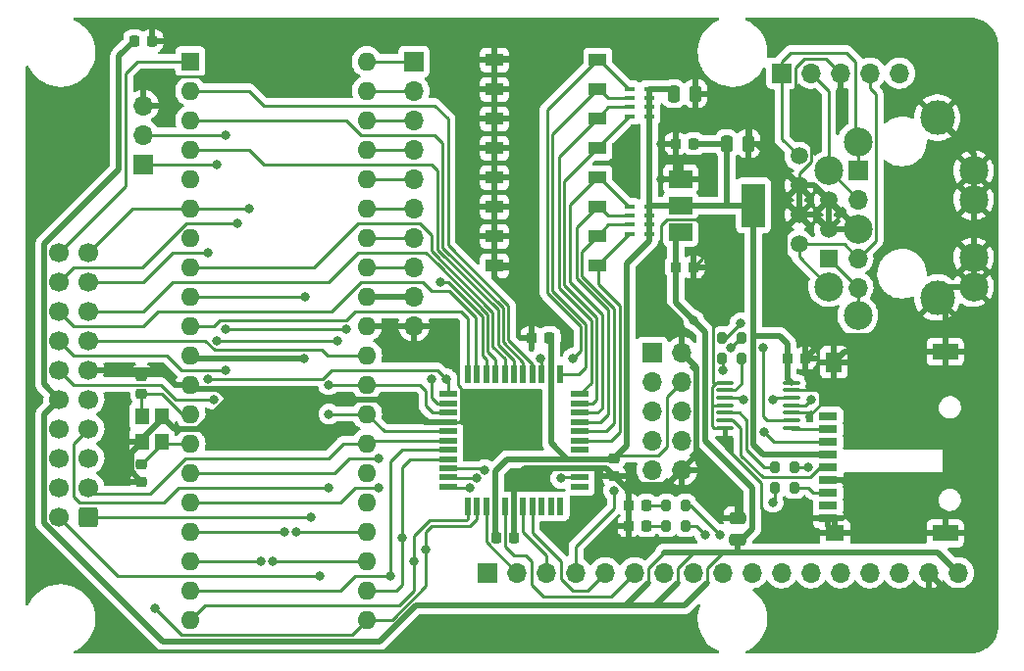
<source format=gbr>
G04 #@! TF.GenerationSoftware,KiCad,Pcbnew,(6.0.5)*
G04 #@! TF.CreationDate,2022-05-29T11:52:24+01:00*
G04 #@! TF.ProjectId,Econet_AtoMMC,45636f6e-6574-45f4-9174-6f4d4d432e6b,01*
G04 #@! TF.SameCoordinates,Original*
G04 #@! TF.FileFunction,Copper,L1,Top*
G04 #@! TF.FilePolarity,Positive*
%FSLAX46Y46*%
G04 Gerber Fmt 4.6, Leading zero omitted, Abs format (unit mm)*
G04 Created by KiCad (PCBNEW (6.0.5)) date 2022-05-29 11:52:24*
%MOMM*%
%LPD*%
G01*
G04 APERTURE LIST*
G04 Aperture macros list*
%AMRoundRect*
0 Rectangle with rounded corners*
0 $1 Rounding radius*
0 $2 $3 $4 $5 $6 $7 $8 $9 X,Y pos of 4 corners*
0 Add a 4 corners polygon primitive as box body*
4,1,4,$2,$3,$4,$5,$6,$7,$8,$9,$2,$3,0*
0 Add four circle primitives for the rounded corners*
1,1,$1+$1,$2,$3*
1,1,$1+$1,$4,$5*
1,1,$1+$1,$6,$7*
1,1,$1+$1,$8,$9*
0 Add four rect primitives between the rounded corners*
20,1,$1+$1,$2,$3,$4,$5,0*
20,1,$1+$1,$4,$5,$6,$7,0*
20,1,$1+$1,$6,$7,$8,$9,0*
20,1,$1+$1,$8,$9,$2,$3,0*%
G04 Aperture macros list end*
G04 #@! TA.AperFunction,ComponentPad*
%ADD10R,1.700000X1.700000*%
G04 #@! TD*
G04 #@! TA.AperFunction,ComponentPad*
%ADD11O,1.700000X1.700000*%
G04 #@! TD*
G04 #@! TA.AperFunction,SMDPad,CuDef*
%ADD12RoundRect,0.200000X-0.200000X-0.275000X0.200000X-0.275000X0.200000X0.275000X-0.200000X0.275000X0*%
G04 #@! TD*
G04 #@! TA.AperFunction,SMDPad,CuDef*
%ADD13R,0.900000X0.400000*%
G04 #@! TD*
G04 #@! TA.AperFunction,SMDPad,CuDef*
%ADD14R,1.500000X1.100000*%
G04 #@! TD*
G04 #@! TA.AperFunction,ComponentPad*
%ADD15C,1.500000*%
G04 #@! TD*
G04 #@! TA.AperFunction,ComponentPad*
%ADD16C,2.500000*%
G04 #@! TD*
G04 #@! TA.AperFunction,ComponentPad*
%ADD17C,3.000000*%
G04 #@! TD*
G04 #@! TA.AperFunction,ComponentPad*
%ADD18R,1.500000X1.500000*%
G04 #@! TD*
G04 #@! TA.AperFunction,SMDPad,CuDef*
%ADD19R,1.600000X0.700000*%
G04 #@! TD*
G04 #@! TA.AperFunction,SMDPad,CuDef*
%ADD20R,1.600000X1.400000*%
G04 #@! TD*
G04 #@! TA.AperFunction,SMDPad,CuDef*
%ADD21R,2.200000X1.400000*%
G04 #@! TD*
G04 #@! TA.AperFunction,SMDPad,CuDef*
%ADD22R,1.400000X1.800000*%
G04 #@! TD*
G04 #@! TA.AperFunction,SMDPad,CuDef*
%ADD23RoundRect,0.218750X-0.218750X-0.256250X0.218750X-0.256250X0.218750X0.256250X-0.218750X0.256250X0*%
G04 #@! TD*
G04 #@! TA.AperFunction,SMDPad,CuDef*
%ADD24RoundRect,0.225000X0.225000X0.250000X-0.225000X0.250000X-0.225000X-0.250000X0.225000X-0.250000X0*%
G04 #@! TD*
G04 #@! TA.AperFunction,SMDPad,CuDef*
%ADD25RoundRect,0.225000X-0.225000X-0.250000X0.225000X-0.250000X0.225000X0.250000X-0.225000X0.250000X0*%
G04 #@! TD*
G04 #@! TA.AperFunction,SMDPad,CuDef*
%ADD26RoundRect,0.225000X-0.250000X0.225000X-0.250000X-0.225000X0.250000X-0.225000X0.250000X0.225000X0*%
G04 #@! TD*
G04 #@! TA.AperFunction,ComponentPad*
%ADD27RoundRect,0.250000X0.600000X0.600000X-0.600000X0.600000X-0.600000X-0.600000X0.600000X-0.600000X0*%
G04 #@! TD*
G04 #@! TA.AperFunction,ComponentPad*
%ADD28C,1.700000*%
G04 #@! TD*
G04 #@! TA.AperFunction,SMDPad,CuDef*
%ADD29RoundRect,0.200000X0.200000X0.275000X-0.200000X0.275000X-0.200000X-0.275000X0.200000X-0.275000X0*%
G04 #@! TD*
G04 #@! TA.AperFunction,SMDPad,CuDef*
%ADD30RoundRect,0.100000X-0.637500X-0.100000X0.637500X-0.100000X0.637500X0.100000X-0.637500X0.100000X0*%
G04 #@! TD*
G04 #@! TA.AperFunction,SMDPad,CuDef*
%ADD31RoundRect,0.250000X-0.250000X-0.475000X0.250000X-0.475000X0.250000X0.475000X-0.250000X0.475000X0*%
G04 #@! TD*
G04 #@! TA.AperFunction,SMDPad,CuDef*
%ADD32RoundRect,0.250000X0.475000X-0.250000X0.475000X0.250000X-0.475000X0.250000X-0.475000X-0.250000X0*%
G04 #@! TD*
G04 #@! TA.AperFunction,SMDPad,CuDef*
%ADD33R,1.500000X0.550000*%
G04 #@! TD*
G04 #@! TA.AperFunction,SMDPad,CuDef*
%ADD34R,0.550000X1.500000*%
G04 #@! TD*
G04 #@! TA.AperFunction,ComponentPad*
%ADD35R,1.600000X1.600000*%
G04 #@! TD*
G04 #@! TA.AperFunction,ComponentPad*
%ADD36O,1.600000X1.600000*%
G04 #@! TD*
G04 #@! TA.AperFunction,SMDPad,CuDef*
%ADD37R,1.200000X1.400000*%
G04 #@! TD*
G04 #@! TA.AperFunction,SMDPad,CuDef*
%ADD38R,2.000000X1.500000*%
G04 #@! TD*
G04 #@! TA.AperFunction,SMDPad,CuDef*
%ADD39R,2.000000X3.800000*%
G04 #@! TD*
G04 #@! TA.AperFunction,ViaPad*
%ADD40C,0.800000*%
G04 #@! TD*
G04 #@! TA.AperFunction,Conductor*
%ADD41C,0.500000*%
G04 #@! TD*
G04 #@! TA.AperFunction,Conductor*
%ADD42C,0.250000*%
G04 #@! TD*
G04 APERTURE END LIST*
D10*
X155675000Y-61375000D03*
D11*
X158215000Y-61375000D03*
X160755000Y-61375000D03*
X163295000Y-61375000D03*
X165835000Y-61375000D03*
D10*
X130275000Y-104555000D03*
D11*
X132815000Y-104555000D03*
X135355000Y-104555000D03*
X137895000Y-104555000D03*
X140435000Y-104555000D03*
X142975000Y-104555000D03*
X145515000Y-104555000D03*
X148055000Y-104555000D03*
X150595000Y-104555000D03*
X153135000Y-104555000D03*
X155675000Y-104555000D03*
X158215000Y-104555000D03*
X160755000Y-104555000D03*
X163295000Y-104555000D03*
X165835000Y-104555000D03*
X168375000Y-104555000D03*
X170915000Y-104555000D03*
D12*
X150532000Y-84245000D03*
X152182000Y-84245000D03*
D13*
X142545000Y-72885000D03*
X142545000Y-73685000D03*
X142545000Y-74485000D03*
X142545000Y-75285000D03*
X144245000Y-75285000D03*
X144245000Y-74485000D03*
X144245000Y-73685000D03*
X144245000Y-72885000D03*
X142545000Y-62725000D03*
X142545000Y-63525000D03*
X142545000Y-64325000D03*
X142545000Y-65125000D03*
X144245000Y-65125000D03*
X144245000Y-64325000D03*
X144245000Y-63525000D03*
X144245000Y-62725000D03*
D14*
X130886000Y-60237000D03*
X130886000Y-62777000D03*
X130886000Y-65317000D03*
X130886000Y-67857000D03*
X130886000Y-70397000D03*
X130886000Y-72937000D03*
X130886000Y-75477000D03*
X130886000Y-78017000D03*
X139786000Y-78017000D03*
X139786000Y-75477000D03*
X139786000Y-72937000D03*
X139786000Y-70397000D03*
X139786000Y-67857000D03*
X139786000Y-65317000D03*
X139786000Y-62777000D03*
X139786000Y-60237000D03*
D10*
X162236100Y-69746220D03*
D15*
X157158900Y-68554020D03*
D16*
X162236100Y-67326220D03*
D15*
X157158900Y-73634020D03*
X159698900Y-74904020D03*
X157158900Y-71094020D03*
D17*
X169098900Y-65229020D03*
X169098900Y-80769020D03*
D16*
X172236100Y-69826220D03*
D15*
X159698900Y-72364020D03*
D16*
X172236100Y-77326220D03*
X172236100Y-72326220D03*
X162236100Y-74826220D03*
X172236100Y-79826220D03*
D11*
X162236100Y-79906220D03*
D18*
X159698900Y-77444020D03*
D16*
X162236100Y-82326220D03*
X159736100Y-69826220D03*
D11*
X162236100Y-72286220D03*
X162236100Y-77366220D03*
D15*
X157158900Y-76174020D03*
D16*
X159736100Y-79826220D03*
D12*
X150532000Y-86023000D03*
X152182000Y-86023000D03*
D19*
X159675000Y-91055000D03*
X159675000Y-92155000D03*
X159675000Y-93255000D03*
X159675000Y-94355000D03*
X159675000Y-95455000D03*
X159675000Y-96555000D03*
X159675000Y-97655000D03*
X159675000Y-98755000D03*
X159675000Y-99855000D03*
D20*
X160275000Y-101155000D03*
D21*
X169775000Y-101155000D03*
X169775000Y-85455000D03*
D22*
X160175000Y-86355000D03*
D10*
X123925000Y-60369000D03*
D11*
X123925000Y-62909000D03*
X123925000Y-65449000D03*
X123925000Y-67989000D03*
X123925000Y-70529000D03*
X123925000Y-73069000D03*
X123925000Y-75609000D03*
X123925000Y-78149000D03*
X123925000Y-80689000D03*
X123925000Y-83229000D03*
D23*
X142441500Y-98723000D03*
X144016500Y-98723000D03*
D24*
X148068000Y-67481000D03*
X146518000Y-67481000D03*
D25*
X99782000Y-58591000D03*
X101332000Y-58591000D03*
D26*
X141197000Y-94646000D03*
X141197000Y-96196000D03*
D10*
X100557000Y-69254000D03*
D11*
X100557000Y-66714000D03*
X100557000Y-64174000D03*
D12*
X155104000Y-97199000D03*
X156754000Y-97199000D03*
D27*
X95848500Y-99734000D03*
D28*
X93308500Y-99734000D03*
X95848500Y-97194000D03*
X93308500Y-97194000D03*
X95848500Y-94654000D03*
X93308500Y-94654000D03*
X95848500Y-92114000D03*
X93308500Y-92114000D03*
X95848500Y-89574000D03*
X93308500Y-89574000D03*
X95848500Y-87034000D03*
X93308500Y-87034000D03*
X95848500Y-84494000D03*
X93308500Y-84494000D03*
X95848500Y-81954000D03*
X93308500Y-81954000D03*
X95848500Y-79414000D03*
X93308500Y-79414000D03*
X95848500Y-76874000D03*
X93308500Y-76874000D03*
D29*
X156754000Y-95421000D03*
X155104000Y-95421000D03*
D10*
X144499000Y-85515000D03*
D11*
X147039000Y-85515000D03*
X144499000Y-88055000D03*
X147039000Y-88055000D03*
X144499000Y-90595000D03*
X147039000Y-90595000D03*
X144499000Y-93135000D03*
X147039000Y-93135000D03*
X144499000Y-95675000D03*
X147039000Y-95675000D03*
D26*
X100420500Y-87529000D03*
X100420500Y-89079000D03*
D12*
X145706000Y-98723000D03*
X147356000Y-98723000D03*
D25*
X131024000Y-101517000D03*
X132574000Y-101517000D03*
D23*
X142441500Y-100501000D03*
X144016500Y-100501000D03*
D25*
X146518000Y-78149000D03*
X148068000Y-78149000D03*
D30*
X150780500Y-88137000D03*
X150780500Y-88787000D03*
X150780500Y-89437000D03*
X150780500Y-90087000D03*
X150780500Y-90737000D03*
X150780500Y-91387000D03*
X150780500Y-92037000D03*
X156505500Y-92037000D03*
X156505500Y-91387000D03*
X156505500Y-90737000D03*
X156505500Y-90087000D03*
X156505500Y-89437000D03*
X156505500Y-88787000D03*
X156505500Y-88137000D03*
D31*
X150915000Y-67481000D03*
X152815000Y-67481000D03*
D32*
X151865000Y-101705000D03*
X151865000Y-99805000D03*
D26*
X100420500Y-95149000D03*
X100420500Y-96699000D03*
D12*
X145706000Y-100501000D03*
X147356000Y-100501000D03*
D31*
X146343000Y-63163000D03*
X148243000Y-63163000D03*
D33*
X126861000Y-89130000D03*
X126861000Y-89930000D03*
X126861000Y-90730000D03*
X126861000Y-91530000D03*
X126861000Y-92330000D03*
X126861000Y-93130000D03*
X126861000Y-93930000D03*
X126861000Y-94730000D03*
X126861000Y-95530000D03*
X126861000Y-96330000D03*
X126861000Y-97130000D03*
D34*
X128561000Y-98830000D03*
X129361000Y-98830000D03*
X130161000Y-98830000D03*
X130961000Y-98830000D03*
X131761000Y-98830000D03*
X132561000Y-98830000D03*
X133361000Y-98830000D03*
X134161000Y-98830000D03*
X134961000Y-98830000D03*
X135761000Y-98830000D03*
X136561000Y-98830000D03*
D33*
X138261000Y-97130000D03*
X138261000Y-96330000D03*
X138261000Y-95530000D03*
X138261000Y-94730000D03*
X138261000Y-93930000D03*
X138261000Y-93130000D03*
X138261000Y-92330000D03*
X138261000Y-91530000D03*
X138261000Y-90730000D03*
X138261000Y-89930000D03*
X138261000Y-89130000D03*
D34*
X136561000Y-87430000D03*
X135761000Y-87430000D03*
X134961000Y-87430000D03*
X134161000Y-87430000D03*
X133361000Y-87430000D03*
X132561000Y-87430000D03*
X131761000Y-87430000D03*
X130961000Y-87430000D03*
X130161000Y-87430000D03*
X129361000Y-87430000D03*
X128561000Y-87430000D03*
D35*
X104621000Y-60369000D03*
D36*
X104621000Y-62909000D03*
X104621000Y-65449000D03*
X104621000Y-67989000D03*
X104621000Y-70529000D03*
X104621000Y-73069000D03*
X104621000Y-75609000D03*
X104621000Y-78149000D03*
X104621000Y-80689000D03*
X104621000Y-83229000D03*
X104621000Y-85769000D03*
X104621000Y-88309000D03*
X104621000Y-90849000D03*
X104621000Y-93389000D03*
X104621000Y-95929000D03*
X104621000Y-98469000D03*
X104621000Y-101009000D03*
X104621000Y-103549000D03*
X104621000Y-106089000D03*
X104621000Y-108629000D03*
X119861000Y-108629000D03*
X119861000Y-106089000D03*
X119861000Y-103549000D03*
X119861000Y-101009000D03*
X119861000Y-98469000D03*
X119861000Y-95929000D03*
X119861000Y-93389000D03*
X119861000Y-90849000D03*
X119861000Y-88309000D03*
X119861000Y-85769000D03*
X119861000Y-83229000D03*
X119861000Y-80689000D03*
X119861000Y-78149000D03*
X119861000Y-75609000D03*
X119861000Y-73069000D03*
X119861000Y-70529000D03*
X119861000Y-67989000D03*
X119861000Y-65449000D03*
X119861000Y-62909000D03*
X119861000Y-60369000D03*
D24*
X135622000Y-84245000D03*
X134072000Y-84245000D03*
D37*
X100459500Y-91014000D03*
X100459500Y-93214000D03*
X102159500Y-93214000D03*
X102159500Y-91014000D03*
D25*
X156170000Y-86023000D03*
X157720000Y-86023000D03*
D38*
X146937000Y-70515000D03*
D39*
X153237000Y-72815000D03*
D38*
X146937000Y-72815000D03*
X146937000Y-75115000D03*
D40*
X142467000Y-70275000D03*
X133821500Y-92876000D03*
X129249500Y-92876000D03*
X145261000Y-67481000D03*
X123671000Y-110661000D03*
X132678500Y-78144000D03*
X132932500Y-60110000D03*
X142467000Y-67735000D03*
X129249500Y-89828000D03*
X147547000Y-110661000D03*
X133821500Y-89828000D03*
X145261000Y-70529000D03*
X114473003Y-86043980D03*
X148055000Y-82721000D03*
X152119000Y-82975000D03*
X112749000Y-101009000D03*
X150595000Y-87039000D03*
X113748503Y-101009000D03*
X110717000Y-103549000D03*
X157961000Y-95421000D03*
X125449000Y-87801000D03*
X115035000Y-99739000D03*
X116559000Y-88309000D03*
X115797000Y-104819000D03*
X116596500Y-90849000D03*
X158215000Y-89579000D03*
X111733000Y-103549000D03*
X116559000Y-97199000D03*
X122909000Y-101517000D03*
X101573000Y-107613000D03*
X124941000Y-102533000D03*
X123925000Y-103549000D03*
X121893000Y-104819000D03*
X120877000Y-97199000D03*
X149071000Y-101263000D03*
X150341000Y-101263000D03*
X120877000Y-94659000D03*
X126211000Y-79419000D03*
X114527000Y-80689000D03*
X109701000Y-73069000D03*
X137641000Y-86023000D03*
X134847000Y-86023000D03*
X106653000Y-89579000D03*
X107669000Y-87039000D03*
X141197000Y-97453000D03*
X106145000Y-87801000D03*
X126719000Y-87801000D03*
X106145000Y-76879000D03*
X108685000Y-74339000D03*
X107669000Y-83483000D03*
X107674000Y-66714000D03*
X118083000Y-83483000D03*
X117321000Y-84499000D03*
X106907000Y-69254000D03*
X106907000Y-84499000D03*
X152373000Y-89579000D03*
X154151000Y-92373000D03*
X151244059Y-85134000D03*
X154086500Y-85134000D03*
X154913000Y-89579000D03*
X154913000Y-98469000D03*
X130023733Y-95672356D03*
X129305424Y-96367364D03*
X128751000Y-97199000D03*
X136625000Y-96399500D03*
D41*
X154101000Y-94355000D02*
X159675000Y-94355000D01*
X153237000Y-93491000D02*
X154101000Y-94355000D01*
X153237000Y-84093000D02*
X153237000Y-93491000D01*
D42*
X154151000Y-92373000D02*
X155033000Y-93255000D01*
X155033000Y-93255000D02*
X159675000Y-93255000D01*
X160775000Y-96555000D02*
X159675000Y-96555000D01*
X161263000Y-97043000D02*
X160775000Y-96555000D01*
X161263000Y-97043000D02*
X161263000Y-99485000D01*
X160893000Y-99855000D02*
X161263000Y-99485000D01*
X159675000Y-99855000D02*
X160893000Y-99855000D01*
X154775000Y-99855000D02*
X159675000Y-99855000D01*
X153897000Y-96818718D02*
X153897000Y-98977000D01*
X150780500Y-93702218D02*
X153897000Y-96818718D01*
X150780500Y-92037000D02*
X150780500Y-93702218D01*
X153897000Y-98977000D02*
X154775000Y-99855000D01*
X158417000Y-97655000D02*
X159675000Y-97655000D01*
X157961000Y-97199000D02*
X158417000Y-97655000D01*
X156754000Y-97199000D02*
X157961000Y-97199000D01*
X158975978Y-95455000D02*
X159675000Y-95455000D01*
X158139978Y-96291000D02*
X158975978Y-95455000D01*
X158139978Y-96310000D02*
X158139978Y-96291000D01*
X156623500Y-92155000D02*
X159675000Y-92155000D01*
X156505500Y-92037000D02*
X156623500Y-92155000D01*
D41*
X159675000Y-100555000D02*
X160275000Y-101155000D01*
X159675000Y-99855000D02*
X159675000Y-100555000D01*
X171823000Y-101155000D02*
X172947000Y-102279000D01*
X169775000Y-101155000D02*
X171823000Y-101155000D01*
X171531000Y-101155000D02*
X172947000Y-99739000D01*
X169775000Y-101155000D02*
X171531000Y-101155000D01*
X160275000Y-101155000D02*
X169775000Y-101155000D01*
X171871000Y-85455000D02*
X169775000Y-85455000D01*
X172947000Y-86531000D02*
X171871000Y-85455000D01*
X161075000Y-85455000D02*
X160175000Y-86355000D01*
X169775000Y-85455000D02*
X161075000Y-85455000D01*
X169775000Y-85455000D02*
X169775000Y-81445120D01*
X119861000Y-83229000D02*
X123925000Y-83229000D01*
X149579000Y-95675000D02*
X152119000Y-98215000D01*
X133468000Y-95530000D02*
X138261000Y-95530000D01*
X132490250Y-80618250D02*
X134085000Y-82213000D01*
X169098900Y-65229020D02*
X172236100Y-68366220D01*
X148243000Y-65891000D02*
X148309000Y-65957000D01*
X159698900Y-74904020D02*
X162158300Y-74904020D01*
X133738000Y-58591000D02*
X131403500Y-58591000D01*
D42*
X101332000Y-58591000D02*
X105891000Y-58591000D01*
D41*
X152119000Y-98215000D02*
X152119000Y-99805000D01*
D42*
X148817000Y-74593000D02*
X148264489Y-74040489D01*
X106145000Y-61385000D02*
X105891000Y-61639000D01*
D41*
X134085000Y-82213000D02*
X134085000Y-84232000D01*
D42*
X172327000Y-72186000D02*
X172327000Y-79686000D01*
D41*
X132561000Y-98830000D02*
X132561000Y-96437000D01*
X100420500Y-96699000D02*
X99495980Y-95774480D01*
D42*
X158693000Y-88787000D02*
X158977000Y-89071000D01*
D41*
X142441500Y-100501000D02*
X142441500Y-98723000D01*
X145739489Y-96974511D02*
X147039000Y-95675000D01*
D42*
X159495000Y-60115000D02*
X160755000Y-61375000D01*
D41*
X172236100Y-69826220D02*
X172236100Y-72326220D01*
X165749920Y-84118000D02*
X169098900Y-80769020D01*
D42*
X148817000Y-77387000D02*
X148817000Y-74593000D01*
X148068000Y-78149000D02*
X149071000Y-78149000D01*
X105891000Y-58591000D02*
X106145000Y-58845000D01*
D41*
X141197000Y-96196000D02*
X141975511Y-96974511D01*
X130886000Y-79014000D02*
X132490250Y-80618250D01*
X170041700Y-79826220D02*
X169098900Y-80769020D01*
D42*
X149817520Y-92037000D02*
X150780500Y-92037000D01*
D41*
X132561000Y-96437000D02*
X133468000Y-95530000D01*
X168375000Y-104555000D02*
X169909000Y-106089000D01*
X148338511Y-86814511D02*
X148338511Y-94375489D01*
X107730250Y-89644750D02*
X107730250Y-89703141D01*
X148338511Y-94375489D02*
X147039000Y-95675000D01*
D42*
X158977000Y-90087000D02*
X158327000Y-90737000D01*
D41*
X142441500Y-97440500D02*
X141975511Y-96974511D01*
D42*
X149645520Y-91865000D02*
X149817520Y-92037000D01*
X158233411Y-68999098D02*
X158233411Y-64578411D01*
X157158900Y-70073609D02*
X158233411Y-68999098D01*
X123925000Y-83229000D02*
X126973000Y-83229000D01*
D41*
X159625000Y-84118000D02*
X157720000Y-86023000D01*
D42*
X150780500Y-90087000D02*
X149645520Y-90087000D01*
D41*
X172236100Y-72326220D02*
X172236100Y-77326220D01*
D42*
X145275000Y-70515000D02*
X145261000Y-70529000D01*
X158977000Y-89071000D02*
X158977000Y-90087000D01*
X149711493Y-88137000D02*
X150780500Y-88137000D01*
D41*
X147039000Y-85515000D02*
X148338511Y-86814511D01*
D42*
X127989000Y-88563000D02*
X127989000Y-91357000D01*
D41*
X131403500Y-58591000D02*
X130886000Y-59108500D01*
X172236100Y-79826220D02*
X170041700Y-79826220D01*
X148243000Y-63163000D02*
X148243000Y-65891000D01*
X138261000Y-95530000D02*
X140531000Y-95530000D01*
D42*
X156505500Y-88787000D02*
X158693000Y-88787000D01*
D41*
X152881000Y-66211000D02*
X152881000Y-67415000D01*
D42*
X146518000Y-67481000D02*
X145261000Y-67481000D01*
D41*
X130886000Y-78017000D02*
X130886000Y-79014000D01*
D42*
X105891000Y-61639000D02*
X101319000Y-61639000D01*
X127816000Y-91530000D02*
X126861000Y-91530000D01*
D41*
X146518000Y-67481000D02*
X146518000Y-66478000D01*
X146518000Y-66478000D02*
X147039000Y-65957000D01*
X161624407Y-84118000D02*
X159625000Y-84118000D01*
X153545880Y-67481000D02*
X157158900Y-71094020D01*
X122868718Y-89579000D02*
X113760500Y-89579000D01*
X147039000Y-65957000D02*
X148309000Y-65957000D01*
X113760500Y-89579000D02*
X107796000Y-89579000D01*
X169909000Y-106089000D02*
X171677000Y-106089000D01*
X102159500Y-91264000D02*
X100459500Y-92964000D01*
X172947000Y-104819000D02*
X172947000Y-102279000D01*
X132561000Y-98830000D02*
X132561000Y-101504000D01*
X140531000Y-95530000D02*
X141197000Y-96196000D01*
D42*
X145261000Y-74548489D02*
X145261000Y-80943000D01*
X149645520Y-90087000D02*
X149645520Y-88496480D01*
X156849511Y-63194511D02*
X156849511Y-60877000D01*
D41*
X102076000Y-87034000D02*
X95848500Y-87034000D01*
X172947000Y-99739000D02*
X172947000Y-86531000D01*
D42*
X158327000Y-90737000D02*
X156505500Y-90737000D01*
X147039000Y-82721000D02*
X147039000Y-85515000D01*
D41*
X158428900Y-71094020D02*
X159698900Y-72364020D01*
D42*
X106145000Y-58845000D02*
X106145000Y-61385000D01*
X157158900Y-71094020D02*
X157158900Y-70073609D01*
D41*
X132678500Y-78144000D02*
X131013000Y-78144000D01*
X157158900Y-73634020D02*
X158428900Y-73634020D01*
X159698900Y-74904020D02*
X159698900Y-72364020D01*
X130886000Y-59108500D02*
X130886000Y-78017000D01*
D42*
X148068000Y-78136000D02*
X148817000Y-77387000D01*
D41*
X107730250Y-89703141D02*
X105314391Y-92119000D01*
X126861000Y-91530000D02*
X124819718Y-91530000D01*
X107796000Y-89456500D02*
X107029500Y-88690000D01*
D42*
X142467000Y-67735000D02*
X142467000Y-70275000D01*
D41*
X152815000Y-67481000D02*
X153545880Y-67481000D01*
D42*
X127735000Y-83991000D02*
X127735000Y-88309000D01*
X100557000Y-62401000D02*
X100557000Y-64174000D01*
X149645520Y-88496480D02*
X150005000Y-88137000D01*
D41*
X141975511Y-96974511D02*
X145739489Y-96974511D01*
D42*
X149645520Y-90087000D02*
X149645520Y-91865000D01*
D41*
X159773900Y-72364020D02*
X162236100Y-74826220D01*
X172236100Y-68366220D02*
X172236100Y-69826220D01*
X158428900Y-73634020D02*
X159698900Y-74904020D01*
X155959389Y-74833531D02*
X155959389Y-78452982D01*
X147039000Y-58591000D02*
X133738000Y-58591000D01*
X148309000Y-65957000D02*
X152627000Y-65957000D01*
X142441500Y-98723000D02*
X142441500Y-97440500D01*
X107796000Y-89579000D02*
X107796000Y-89456500D01*
D42*
X157720000Y-86023000D02*
X157720000Y-87814000D01*
D41*
X157158900Y-71094020D02*
X158428900Y-71094020D01*
X157720000Y-86023000D02*
X157720000Y-80213593D01*
D42*
X148264489Y-74040489D02*
X145769000Y-74040489D01*
D41*
X99495980Y-94177520D02*
X100459500Y-93214000D01*
D42*
X145769000Y-74040489D02*
X145261000Y-74548489D01*
X146937000Y-70515000D02*
X145275000Y-70515000D01*
D41*
X132932500Y-60110000D02*
X131013000Y-60110000D01*
D42*
X145261000Y-70529000D02*
X145261000Y-67481000D01*
D41*
X107796000Y-89579000D02*
X107730250Y-89644750D01*
D42*
X157720000Y-87814000D02*
X158693000Y-88787000D01*
D41*
X172236100Y-77326220D02*
X172236100Y-79826220D01*
D42*
X101319000Y-61639000D02*
X100557000Y-62401000D01*
D41*
X161624407Y-84118000D02*
X165749920Y-84118000D01*
D42*
X149071000Y-78149000D02*
X149711493Y-78789493D01*
D41*
X146518000Y-67481000D02*
X146518000Y-70096000D01*
X104621000Y-88309000D02*
X103351000Y-88309000D01*
X103264500Y-92119000D02*
X102159500Y-91014000D01*
X157158900Y-73634020D02*
X155959389Y-74833531D01*
X105314391Y-92119000D02*
X103264500Y-92119000D01*
X147039000Y-95675000D02*
X149579000Y-95675000D01*
X157158900Y-71094020D02*
X157158900Y-73634020D01*
D42*
X158233411Y-64578411D02*
X156849511Y-63194511D01*
D41*
X124819718Y-91530000D02*
X122868718Y-89579000D01*
X171677000Y-106089000D02*
X172947000Y-104819000D01*
D42*
X127735000Y-88309000D02*
X127989000Y-88563000D01*
X149711493Y-78789493D02*
X149711493Y-88137000D01*
X145261000Y-80943000D02*
X147039000Y-82721000D01*
X126973000Y-83229000D02*
X127735000Y-83991000D01*
D41*
X99495980Y-95774480D02*
X99495980Y-94177520D01*
X148243000Y-59795000D02*
X147039000Y-58591000D01*
X157720000Y-80213593D02*
X155959389Y-78452982D01*
D42*
X157611511Y-60115000D02*
X159495000Y-60115000D01*
D41*
X152627000Y-65957000D02*
X152881000Y-66211000D01*
D42*
X156849511Y-60877000D02*
X157611511Y-60115000D01*
D41*
X148243000Y-63163000D02*
X148243000Y-59795000D01*
D42*
X150005000Y-88137000D02*
X150780500Y-88137000D01*
D41*
X107029500Y-88690000D02*
X105002000Y-88690000D01*
D42*
X127989000Y-91357000D02*
X127816000Y-91530000D01*
D41*
X103351000Y-88309000D02*
X102076000Y-87034000D01*
D42*
X162279000Y-72307000D02*
X159798220Y-69826220D01*
X158215000Y-61375000D02*
X159736100Y-62896100D01*
X159736100Y-62896100D02*
X159736100Y-69826220D01*
X156437000Y-59607000D02*
X161263000Y-59607000D01*
X162279000Y-69767000D02*
X162279000Y-67369120D01*
X162025000Y-60369000D02*
X162025000Y-67115120D01*
X155675000Y-67070120D02*
X157158900Y-68554020D01*
X155675000Y-60369000D02*
X156437000Y-59607000D01*
X155675000Y-61375000D02*
X155675000Y-60369000D01*
X161263000Y-59607000D02*
X162025000Y-60369000D01*
X155675000Y-61375000D02*
X155675000Y-67070120D01*
D41*
X93308500Y-89574000D02*
X92008989Y-90873511D01*
X148055000Y-82721000D02*
X149071000Y-83737000D01*
X153135000Y-97199000D02*
X153135000Y-100755000D01*
X142213000Y-107359000D02*
X144753000Y-107359000D01*
X119861000Y-80689000D02*
X123925000Y-80689000D01*
X104895980Y-86043980D02*
X114473003Y-86043980D01*
X146518000Y-81184000D02*
X148055000Y-82721000D01*
D42*
X144149511Y-104152489D02*
X144149511Y-105422489D01*
D41*
X146518000Y-78149000D02*
X146518000Y-75534000D01*
D42*
X150595000Y-102787000D02*
X149229511Y-104152489D01*
X148055000Y-102787000D02*
X146689511Y-104152489D01*
D41*
X93308500Y-89574000D02*
X92008989Y-88274489D01*
X145515000Y-102787000D02*
X148055000Y-102787000D01*
X98458481Y-59914519D02*
X98458480Y-69577980D01*
X149071000Y-83737000D02*
X149071000Y-93135000D01*
X92008989Y-90873511D02*
X92008989Y-100272276D01*
X151865000Y-101705000D02*
X151865000Y-102787000D01*
D42*
X149229511Y-104152489D02*
X149229511Y-105422489D01*
D41*
X144753000Y-107359000D02*
X147293000Y-107359000D01*
D42*
X146689511Y-104152489D02*
X146689511Y-105422489D01*
D41*
X149229511Y-105422489D02*
X147293000Y-107359000D01*
X92008989Y-76141511D02*
X98458480Y-69692020D01*
X149071000Y-93135000D02*
X153135000Y-97199000D01*
X152185000Y-101705000D02*
X153135000Y-100755000D01*
X124103212Y-107359000D02*
X142213000Y-107359000D01*
X151865000Y-102787000D02*
X169147000Y-102787000D01*
X92008989Y-88274489D02*
X92008989Y-76141511D01*
X150595000Y-102787000D02*
X151865000Y-102787000D01*
X120988693Y-110473519D02*
X124103212Y-107359000D01*
X99782000Y-58591000D02*
X98458481Y-59914519D01*
X146689511Y-105422489D02*
X144753000Y-107359000D01*
X144149511Y-105422489D02*
X142213000Y-107359000D01*
X169147000Y-102787000D02*
X170915000Y-104555000D01*
X146518000Y-78149000D02*
X146518000Y-81184000D01*
X92008989Y-100272276D02*
X102210232Y-110473519D01*
D42*
X145515000Y-102787000D02*
X144149511Y-104152489D01*
D41*
X102210232Y-110473519D02*
X120988693Y-110473519D01*
X148055000Y-102787000D02*
X150595000Y-102787000D01*
D42*
X133361000Y-98830000D02*
X133361000Y-101047000D01*
X135355000Y-103041000D02*
X135355000Y-104555000D01*
X133361000Y-101047000D02*
X135355000Y-103041000D01*
X159698900Y-77444020D02*
X162236100Y-79981220D01*
X162236100Y-79981220D02*
X162236100Y-82326220D01*
X163810611Y-75855389D02*
X163810611Y-66726611D01*
X163803000Y-66719000D02*
X163803000Y-63163000D01*
X157158900Y-76174020D02*
X157158900Y-77249020D01*
X157158900Y-77249020D02*
X159736100Y-79826220D01*
X162279000Y-77387000D02*
X163810611Y-75855389D01*
X163803000Y-63163000D02*
X163295000Y-62655000D01*
X162279000Y-77387000D02*
X161066020Y-76174020D01*
X163295000Y-62655000D02*
X163295000Y-61375000D01*
X161066020Y-76174020D02*
X157158900Y-76174020D01*
X163810611Y-66726611D02*
X163803000Y-66719000D01*
D41*
X148068000Y-67481000D02*
X150915000Y-67481000D01*
X130961000Y-95751000D02*
X131982000Y-94730000D01*
X131982000Y-94730000D02*
X137136978Y-94730000D01*
X146937000Y-72815000D02*
X150849000Y-72815000D01*
X150915000Y-67481000D02*
X150915000Y-72749000D01*
D42*
X145007000Y-94405000D02*
X145769000Y-93643000D01*
X141438000Y-94405000D02*
X145007000Y-94405000D01*
D41*
X141197000Y-94646000D02*
X142279519Y-93563481D01*
X145905000Y-62725000D02*
X146343000Y-63163000D01*
X135761000Y-87430000D02*
X135761000Y-84384000D01*
D42*
X145769000Y-93643000D02*
X145769000Y-89325000D01*
D41*
X144245000Y-75863000D02*
X144245000Y-75285000D01*
X156170000Y-84740000D02*
X155523000Y-84093000D01*
X144245000Y-62725000D02*
X144245000Y-75285000D01*
X130961000Y-98830000D02*
X130961000Y-101454000D01*
X156170000Y-87801500D02*
X156505500Y-88137000D01*
X156170000Y-86023000D02*
X156170000Y-84740000D01*
X155523000Y-84093000D02*
X153237000Y-84093000D01*
X146937000Y-72815000D02*
X144315000Y-72815000D01*
X142279519Y-77828481D02*
X144245000Y-75863000D01*
X156170000Y-86023000D02*
X156170000Y-87801500D01*
X153237000Y-72815000D02*
X153237000Y-84093000D01*
X144315000Y-72815000D02*
X144245000Y-72885000D01*
X135761000Y-87430000D02*
X135761000Y-93354022D01*
X138261000Y-94730000D02*
X141113000Y-94730000D01*
X150849000Y-72815000D02*
X153237000Y-72815000D01*
X130961000Y-98830000D02*
X130961000Y-95751000D01*
D42*
X145769000Y-89325000D02*
X147039000Y-88055000D01*
D41*
X135761000Y-93354022D02*
X137136978Y-94730000D01*
X142279519Y-93563481D02*
X142279519Y-77828481D01*
X144245000Y-62725000D02*
X145905000Y-62725000D01*
X150915000Y-72749000D02*
X150849000Y-72815000D01*
X137136978Y-94730000D02*
X138261000Y-94730000D01*
D42*
X150532000Y-84245000D02*
X150849000Y-84245000D01*
X104621000Y-101009000D02*
X112749000Y-101009000D01*
X150849000Y-84245000D02*
X152119000Y-82975000D01*
X150595000Y-87039000D02*
X150595000Y-86086000D01*
X119861000Y-101009000D02*
X113748503Y-101009000D01*
X157961000Y-95421000D02*
X156754000Y-95421000D01*
X104621000Y-103549000D02*
X110717000Y-103549000D01*
X119861000Y-60369000D02*
X123925000Y-60369000D01*
X119861000Y-62909000D02*
X123925000Y-62909000D01*
X119861000Y-65449000D02*
X123925000Y-65449000D01*
X119861000Y-67989000D02*
X123925000Y-67989000D01*
X119861000Y-70529000D02*
X123925000Y-70529000D01*
X123925000Y-73069000D02*
X119861000Y-73069000D01*
X119861000Y-75609000D02*
X123925000Y-75609000D01*
X123925000Y-78149000D02*
X119861000Y-78149000D01*
X125449000Y-89392022D02*
X125986978Y-89930000D01*
X116442040Y-85769000D02*
X115992520Y-85319480D01*
X125449000Y-89392022D02*
X125449000Y-87801000D01*
X119861000Y-85769000D02*
X116442040Y-85769000D01*
X115992520Y-85319480D02*
X106702866Y-85319480D01*
X125986978Y-89930000D02*
X126861000Y-89930000D01*
X106702866Y-85319480D02*
X105877386Y-84494000D01*
X105877386Y-84494000D02*
X95848500Y-84494000D01*
X95848500Y-99734000D02*
X115030000Y-99734000D01*
X126861000Y-90730000D02*
X125568000Y-90730000D01*
X115030000Y-99734000D02*
X115035000Y-99739000D01*
X124433000Y-88309000D02*
X119861000Y-88309000D01*
X124941000Y-88817000D02*
X124433000Y-88309000D01*
X124941000Y-90103000D02*
X124941000Y-88817000D01*
X119861000Y-88309000D02*
X116559000Y-88309000D01*
X125568000Y-90730000D02*
X124941000Y-90103000D01*
X121342000Y-92330000D02*
X126861000Y-92330000D01*
X98393500Y-104819000D02*
X93308500Y-99734000D01*
X119861000Y-90849000D02*
X121342000Y-92330000D01*
X115797000Y-104819000D02*
X98393500Y-104819000D01*
X116596500Y-90849000D02*
X119861000Y-90849000D01*
X116524522Y-94656500D02*
X117792022Y-93389000D01*
X101182500Y-97702000D02*
X104228000Y-94656500D01*
X104228000Y-94656500D02*
X116524522Y-94656500D01*
X120120000Y-93130000D02*
X126861000Y-93130000D01*
X117792022Y-93389000D02*
X119861000Y-93389000D01*
X96356500Y-97702000D02*
X101182500Y-97702000D01*
X156505500Y-90087000D02*
X157707000Y-90087000D01*
X157707000Y-90087000D02*
X158215000Y-89579000D01*
X119861000Y-103549000D02*
X111733000Y-103549000D01*
X94578500Y-97956000D02*
X94578500Y-93384000D01*
X102335000Y-98469000D02*
X95091500Y-98469000D01*
X95091500Y-98469000D02*
X94578500Y-97956000D01*
X103605000Y-97199000D02*
X102335000Y-98469000D01*
X122909000Y-105581000D02*
X122909000Y-101517000D01*
X94578500Y-93384000D02*
X95848500Y-92114000D01*
X119861000Y-106089000D02*
X122401000Y-106089000D01*
X122401000Y-106089000D02*
X122909000Y-105581000D01*
X122909000Y-95421000D02*
X123600000Y-94730000D01*
X116559000Y-97199000D02*
X103605000Y-97199000D01*
X123600000Y-94730000D02*
X126861000Y-94730000D01*
X122909000Y-101517000D02*
X122909000Y-95421000D01*
X129361000Y-99891000D02*
X129361000Y-98830000D01*
X124941000Y-105708718D02*
X124941000Y-102533000D01*
X124941000Y-101009000D02*
X125449000Y-100501000D01*
X125449000Y-100501000D02*
X128751000Y-100501000D01*
X118591000Y-109899000D02*
X119861000Y-108629000D01*
X119861000Y-108629000D02*
X122020718Y-108629000D01*
X128751000Y-100501000D02*
X129361000Y-99891000D01*
X103859000Y-109899000D02*
X118591000Y-109899000D01*
X122020718Y-108629000D02*
X124941000Y-105708718D01*
X124941000Y-102533000D02*
X124941000Y-101009000D01*
X101573000Y-107613000D02*
X103859000Y-109899000D01*
X128561000Y-99929000D02*
X128438520Y-100051480D01*
X125262803Y-100051480D02*
X128438520Y-100051480D01*
X123925000Y-103549000D02*
X123925000Y-101389283D01*
X123925000Y-101389283D02*
X125262803Y-100051480D01*
X128561000Y-98830000D02*
X128561000Y-99929000D01*
X105891000Y-107359000D02*
X122655000Y-107359000D01*
X122655000Y-107359000D02*
X123925000Y-106089000D01*
X104621000Y-108629000D02*
X105891000Y-107359000D01*
X123925000Y-106089000D02*
X123925000Y-103549000D01*
X122876000Y-93930000D02*
X121893000Y-94913000D01*
X117575000Y-106089000D02*
X118845000Y-104819000D01*
X118845000Y-104819000D02*
X121893000Y-104819000D01*
X121893000Y-94913000D02*
X121893000Y-104819000D01*
X104621000Y-106089000D02*
X117575000Y-106089000D01*
X126861000Y-93930000D02*
X122876000Y-93930000D01*
X147356000Y-100501000D02*
X148309000Y-100501000D01*
X104621000Y-98469000D02*
X117575000Y-98469000D01*
X148309000Y-100501000D02*
X149071000Y-101263000D01*
X117575000Y-98469000D02*
X118845000Y-97199000D01*
X118845000Y-97199000D02*
X120877000Y-97199000D01*
X104621000Y-95929000D02*
X117067000Y-95929000D01*
X147801000Y-98723000D02*
X150341000Y-101263000D01*
X118337000Y-94659000D02*
X120877000Y-94659000D01*
X147356000Y-98723000D02*
X147801000Y-98723000D01*
X117067000Y-95929000D02*
X118337000Y-94659000D01*
X100420500Y-89079000D02*
X100420500Y-90975000D01*
X103981500Y-90849000D02*
X102198500Y-89066000D01*
X102198500Y-89066000D02*
X100433500Y-89066000D01*
X104621000Y-83229000D02*
X106653000Y-83229000D01*
X106653000Y-83229000D02*
X107161000Y-82721000D01*
X118845000Y-81959000D02*
X127989000Y-81959000D01*
X128561000Y-82531000D02*
X128561000Y-87430000D01*
X118845000Y-81959000D02*
X118083000Y-82721000D01*
X127989000Y-81959000D02*
X128561000Y-82531000D01*
X118083000Y-82721000D02*
X107161000Y-82721000D01*
X126211000Y-79419000D02*
X126846717Y-79419000D01*
X126846717Y-79419000D02*
X129810520Y-82382803D01*
X104621000Y-80689000D02*
X114527000Y-80689000D01*
X129810520Y-85812520D02*
X130161000Y-86163000D01*
X129810520Y-82382803D02*
X129810520Y-85812520D01*
X130161000Y-86163000D02*
X130161000Y-87430000D01*
X130724520Y-82025367D02*
X130724520Y-85007000D01*
X115289000Y-78149000D02*
X119099000Y-74339000D01*
X104621000Y-78149000D02*
X115289000Y-78149000D01*
X131761000Y-86043480D02*
X131761000Y-87430000D01*
X119099000Y-74339000D02*
X124433000Y-74339000D01*
X124433000Y-74339000D02*
X125449000Y-75355000D01*
X125449000Y-75355000D02*
X125449000Y-76749847D01*
X130724520Y-85007000D02*
X131761000Y-86043480D01*
X125449000Y-76749847D02*
X130724520Y-82025367D01*
X99653500Y-73069000D02*
X104621000Y-73069000D01*
X104621000Y-73069000D02*
X109701000Y-73069000D01*
X95848500Y-76874000D02*
X99653500Y-73069000D01*
X104621000Y-67989000D02*
X109701000Y-67989000D01*
X110971000Y-69259000D02*
X125449000Y-69259000D01*
X132561000Y-86207762D02*
X132561000Y-87430000D01*
X125957000Y-69767000D02*
X125957000Y-76622130D01*
X131174040Y-84820802D02*
X132561000Y-86207762D01*
X125957000Y-76622130D02*
X131174040Y-81839170D01*
X125449000Y-69259000D02*
X125957000Y-69767000D01*
X109701000Y-67989000D02*
X110971000Y-69259000D01*
X131174040Y-81839170D02*
X131174040Y-84820802D01*
X125703000Y-66719000D02*
X126406520Y-67422520D01*
X119353000Y-66719000D02*
X125703000Y-66719000D01*
X126406520Y-76435932D02*
X131623560Y-81652973D01*
X133361000Y-86372044D02*
X133361000Y-87430000D01*
X131623560Y-81652973D02*
X131623560Y-84634604D01*
X118083000Y-65449000D02*
X119353000Y-66719000D01*
X126406520Y-67422520D02*
X126406520Y-76435932D01*
X104621000Y-65449000D02*
X118083000Y-65449000D01*
X131623560Y-84634604D02*
X133361000Y-86372044D01*
X126856040Y-65332040D02*
X125703000Y-64179000D01*
X109701000Y-62909000D02*
X104621000Y-62909000D01*
X134161000Y-86536326D02*
X132073080Y-84448406D01*
X110971000Y-64179000D02*
X109701000Y-62909000D01*
X134161000Y-87430000D02*
X134161000Y-86536326D01*
X126856040Y-76249734D02*
X126856040Y-65332040D01*
X132073080Y-84448406D02*
X132073080Y-81466776D01*
X125703000Y-64179000D02*
X110971000Y-64179000D01*
X132073080Y-81466776D02*
X126856040Y-76249734D01*
X99033000Y-61385000D02*
X100049000Y-60369000D01*
X100049000Y-60369000D02*
X104621000Y-60369000D01*
X99033000Y-71149500D02*
X99033000Y-61385000D01*
X93308500Y-76874000D02*
X99033000Y-71149500D01*
X138261000Y-93130000D02*
X140948000Y-93130000D01*
X139839000Y-79585000D02*
X141705000Y-81451000D01*
X141705000Y-92373000D02*
X141705000Y-81451000D01*
X139839000Y-77890000D02*
X139839000Y-79585000D01*
X139839000Y-77890000D02*
X142444000Y-75285000D01*
X140948000Y-93130000D02*
X141705000Y-92373000D01*
X139839000Y-75350000D02*
X140704000Y-74485000D01*
X138261000Y-92330000D02*
X140478000Y-92330000D01*
X138403000Y-76786000D02*
X139839000Y-75350000D01*
X141197000Y-91611000D02*
X141197000Y-81705000D01*
X140478000Y-92330000D02*
X141197000Y-91611000D01*
X140704000Y-74485000D02*
X142545000Y-74485000D01*
X138403000Y-78911000D02*
X138403000Y-76786000D01*
X141197000Y-81705000D02*
X138403000Y-78911000D01*
X140008000Y-91530000D02*
X140689000Y-90849000D01*
X140689000Y-90849000D02*
X140689000Y-81832718D01*
X140714000Y-73685000D02*
X142545000Y-73685000D01*
X137953480Y-74695520D02*
X139839000Y-72810000D01*
X140689000Y-81832718D02*
X137953480Y-79097197D01*
X138261000Y-91530000D02*
X140008000Y-91530000D01*
X137953480Y-79097197D02*
X137953480Y-74695520D01*
X139839000Y-72810000D02*
X140714000Y-73685000D01*
X137387000Y-72722000D02*
X139839000Y-70270000D01*
X138261000Y-90730000D02*
X139792000Y-90730000D01*
X139839000Y-70270000D02*
X142454000Y-72885000D01*
X140181000Y-90341000D02*
X140181000Y-82213000D01*
X140181000Y-82213000D02*
X137387000Y-79419000D01*
X137387000Y-79419000D02*
X137387000Y-72722000D01*
X139792000Y-90730000D02*
X140181000Y-90341000D01*
X136879000Y-79673000D02*
X136879000Y-70690000D01*
X139673000Y-89579000D02*
X139673000Y-82467000D01*
X139839000Y-67730000D02*
X142444000Y-65125000D01*
X139673000Y-82467000D02*
X136879000Y-79673000D01*
X138261000Y-89930000D02*
X139322000Y-89930000D01*
X139322000Y-89930000D02*
X139673000Y-89579000D01*
X136879000Y-70690000D02*
X139839000Y-67730000D01*
X136429480Y-79985480D02*
X139223480Y-82779480D01*
X139223480Y-88167520D02*
X139223480Y-82779480D01*
X139839000Y-65190000D02*
X140704000Y-64325000D01*
X138261000Y-89130000D02*
X139223480Y-88167520D01*
X139839000Y-65190000D02*
X136429480Y-68599520D01*
X136429480Y-68599520D02*
X136429480Y-79985480D01*
X140704000Y-64325000D02*
X142545000Y-64325000D01*
X139839000Y-62650000D02*
X140714000Y-63525000D01*
X135863000Y-66626000D02*
X135863000Y-80181000D01*
X140714000Y-63525000D02*
X142545000Y-63525000D01*
X138773960Y-83091960D02*
X135863000Y-80181000D01*
X138773960Y-86785000D02*
X138773960Y-83091960D01*
X136561000Y-87430000D02*
X138128960Y-87430000D01*
X138128960Y-87430000D02*
X138773960Y-86785000D01*
X139839000Y-62650000D02*
X135863000Y-66626000D01*
X135413480Y-80367197D02*
X135413480Y-64535520D01*
X138324440Y-83278158D02*
X135413480Y-80367197D01*
X134961000Y-86137000D02*
X134847000Y-86023000D01*
X139839000Y-60110000D02*
X142454000Y-62725000D01*
X138324440Y-85339560D02*
X138324440Y-83278158D01*
X134961000Y-87430000D02*
X134961000Y-86137000D01*
X137641000Y-86023000D02*
X138324440Y-85339560D01*
X135413480Y-64535520D02*
X139839000Y-60110000D01*
X131799480Y-102279480D02*
X132561000Y-103041000D01*
X131799480Y-98868480D02*
X131799480Y-102279480D01*
X93308500Y-87034000D02*
X94578500Y-88304000D01*
X133577000Y-103041000D02*
X134085000Y-103549000D01*
X142975000Y-104555000D02*
X140933000Y-106597000D01*
X94578500Y-88304000D02*
X102076000Y-88304000D01*
X134085000Y-105581000D02*
X134085000Y-103549000D01*
X103351000Y-89579000D02*
X106653000Y-89579000D01*
X140933000Y-106597000D02*
X135101000Y-106597000D01*
X132561000Y-103041000D02*
X133577000Y-103041000D01*
X102076000Y-88304000D02*
X103351000Y-89579000D01*
X135101000Y-106597000D02*
X134085000Y-105581000D01*
X134161000Y-101085000D02*
X136625000Y-103549000D01*
X136625000Y-105073000D02*
X137641000Y-106089000D01*
X94578500Y-85764000D02*
X102584000Y-85764000D01*
X138901000Y-106089000D02*
X140435000Y-104555000D01*
X137641000Y-106089000D02*
X138901000Y-106089000D01*
X103859000Y-87039000D02*
X107669000Y-87039000D01*
X102584000Y-85764000D02*
X103859000Y-87039000D01*
X134161000Y-98830000D02*
X134161000Y-101085000D01*
X93308500Y-84494000D02*
X94578500Y-85764000D01*
X136625000Y-103549000D02*
X136625000Y-105073000D01*
X126014045Y-77952045D02*
X124941000Y-76879000D01*
X116559000Y-79419000D02*
X103097000Y-79419000D01*
X100562000Y-81954000D02*
X95848500Y-81954000D01*
X130275000Y-85413000D02*
X130275000Y-82211565D01*
X130275000Y-82211565D02*
X126015480Y-77952045D01*
X103097000Y-79419000D02*
X100562000Y-81954000D01*
X130961000Y-86099000D02*
X130275000Y-85413000D01*
X130961000Y-87430000D02*
X130961000Y-86099000D01*
X119099000Y-76879000D02*
X116559000Y-79419000D01*
X124941000Y-76879000D02*
X119099000Y-76879000D01*
X126015480Y-77952045D02*
X126014045Y-77952045D01*
X124687000Y-79419000D02*
X125449000Y-80181000D01*
X129259000Y-86531000D02*
X129361000Y-86633000D01*
X129259000Y-82467000D02*
X129259000Y-86531000D01*
X125449000Y-80181000D02*
X126973000Y-80181000D01*
X94578500Y-83224000D02*
X100562000Y-83224000D01*
X116813000Y-81959000D02*
X119353000Y-79419000D01*
X93308500Y-81954000D02*
X94578500Y-83224000D01*
X101827000Y-81959000D02*
X116813000Y-81959000D01*
X119353000Y-79419000D02*
X124687000Y-79419000D01*
X129361000Y-86633000D02*
X129361000Y-87430000D01*
X100562000Y-83224000D02*
X101827000Y-81959000D01*
X126973000Y-80181000D02*
X129259000Y-82467000D01*
X100552000Y-79414000D02*
X95848500Y-79414000D01*
X106145000Y-87801000D02*
X116042386Y-87801000D01*
X141197000Y-98977000D02*
X137895000Y-102279000D01*
X126861000Y-87943000D02*
X126719000Y-87801000D01*
X116042386Y-87801000D02*
X116804386Y-87039000D01*
X137895000Y-102279000D02*
X137895000Y-104555000D01*
X141197000Y-97453000D02*
X141197000Y-98977000D01*
X103087000Y-76879000D02*
X100552000Y-79414000D01*
X126861000Y-89130000D02*
X126861000Y-87943000D01*
X106145000Y-76879000D02*
X103087000Y-76879000D01*
X125957000Y-87039000D02*
X126719000Y-87801000D01*
X116804386Y-87039000D02*
X125957000Y-87039000D01*
X130161000Y-98830000D02*
X130161000Y-101906138D01*
X130161000Y-101906138D02*
X132809862Y-104555000D01*
X100490700Y-78149000D02*
X94573500Y-78149000D01*
X108685000Y-74339000D02*
X104300700Y-74339000D01*
X94573500Y-78149000D02*
X93308500Y-79414000D01*
X104300700Y-74339000D02*
X100490700Y-78149000D01*
X118083000Y-83483000D02*
X107669000Y-83483000D01*
X100557000Y-66714000D02*
X107674000Y-66714000D01*
X100557000Y-69254000D02*
X106912000Y-69254000D01*
X117321000Y-84499000D02*
X106915598Y-84499000D01*
X152182000Y-88246000D02*
X152182000Y-86023000D01*
X150780500Y-88787000D02*
X151641000Y-88787000D01*
X151641000Y-88787000D02*
X152182000Y-88246000D01*
X150780500Y-89437000D02*
X152231000Y-89437000D01*
X152231000Y-89437000D02*
X152373000Y-89579000D01*
X154151000Y-95421000D02*
X152627000Y-93897000D01*
X152627000Y-93897000D02*
X152627000Y-91357000D01*
X152627000Y-91357000D02*
X152007000Y-90737000D01*
X155104000Y-95421000D02*
X154151000Y-95421000D01*
X152007000Y-90737000D02*
X150780500Y-90737000D01*
X158139978Y-96310000D02*
X154024000Y-96310000D01*
X152119000Y-94405000D02*
X154024000Y-96310000D01*
X152119000Y-92037639D02*
X152119000Y-94405000D01*
X151468361Y-91387000D02*
X152119000Y-92037639D01*
X150780500Y-91387000D02*
X151468361Y-91387000D01*
X154086500Y-85134000D02*
X154086500Y-91038500D01*
X156505500Y-91387000D02*
X154435000Y-91387000D01*
X154435000Y-91387000D02*
X154087500Y-91039500D01*
X152133059Y-84245000D02*
X151244059Y-85134000D01*
X154086500Y-91038500D02*
X154087500Y-91039500D01*
X155104000Y-98278000D02*
X154913000Y-98469000D01*
X155055000Y-89437000D02*
X154913000Y-89579000D01*
X156505500Y-89437000D02*
X155055000Y-89437000D01*
X155104000Y-97199000D02*
X155104000Y-98278000D01*
X130023733Y-95672356D02*
X129881377Y-95530000D01*
X129881377Y-95530000D02*
X126861000Y-95530000D01*
X129305424Y-96367364D02*
X126898364Y-96367364D01*
X128751000Y-97199000D02*
X126930000Y-97199000D01*
X136625000Y-96254500D02*
X138185500Y-96254500D01*
X100420500Y-95149000D02*
X102159500Y-93410000D01*
X104621000Y-93389000D02*
X102334500Y-93389000D01*
X144016500Y-98723000D02*
X145706000Y-98723000D01*
X144016500Y-100501000D02*
X145706000Y-100501000D01*
G04 #@! TA.AperFunction,Conductor*
G36*
X150232021Y-56583502D02*
G01*
X150278514Y-56637158D01*
X150288618Y-56707432D01*
X150259124Y-56772012D01*
X150213334Y-56805398D01*
X150081949Y-56861438D01*
X150081946Y-56861440D01*
X150078611Y-56862862D01*
X150075464Y-56864657D01*
X150075460Y-56864659D01*
X150005373Y-56904636D01*
X149778041Y-57034304D01*
X149775129Y-57036443D01*
X149775126Y-57036445D01*
X149703301Y-57089206D01*
X149499168Y-57239157D01*
X149496515Y-57241623D01*
X149496513Y-57241624D01*
X149372428Y-57356931D01*
X149245688Y-57474705D01*
X149243336Y-57477459D01*
X149243333Y-57477462D01*
X149116372Y-57626115D01*
X149020962Y-57737826D01*
X149018945Y-57740828D01*
X149018944Y-57740829D01*
X148997749Y-57772371D01*
X148827967Y-58025033D01*
X148669261Y-58332518D01*
X148546950Y-58656207D01*
X148462652Y-58991810D01*
X148448617Y-59098420D01*
X148418008Y-59330919D01*
X148417487Y-59334876D01*
X148416099Y-59423212D01*
X148412665Y-59641809D01*
X148412051Y-59680861D01*
X148412412Y-59684476D01*
X148412412Y-59684480D01*
X148420847Y-59768988D01*
X148446419Y-60025177D01*
X148447190Y-60028714D01*
X148447191Y-60028719D01*
X148510037Y-60316955D01*
X148520133Y-60363261D01*
X148632217Y-60690633D01*
X148781186Y-61002952D01*
X148783117Y-61006031D01*
X148783118Y-61006032D01*
X148798314Y-61030257D01*
X148965064Y-61296079D01*
X148967334Y-61298913D01*
X148967338Y-61298918D01*
X149081640Y-61441590D01*
X149181415Y-61566129D01*
X149289212Y-61672803D01*
X149399775Y-61782214D01*
X149427371Y-61809523D01*
X149430229Y-61811764D01*
X149665048Y-61995885D01*
X149699672Y-62023034D01*
X149994709Y-62203832D01*
X149997999Y-62205359D01*
X149998008Y-62205364D01*
X150230610Y-62313334D01*
X150308570Y-62349522D01*
X150312017Y-62350662D01*
X150633652Y-62457033D01*
X150633657Y-62457034D01*
X150637097Y-62458172D01*
X150640652Y-62458908D01*
X150640655Y-62458909D01*
X150972385Y-62527607D01*
X150972388Y-62527607D01*
X150975935Y-62528342D01*
X151107042Y-62540043D01*
X151277440Y-62555251D01*
X151277446Y-62555251D01*
X151280233Y-62555500D01*
X151503189Y-62555500D01*
X151505008Y-62555395D01*
X151505012Y-62555395D01*
X151756833Y-62540875D01*
X151756838Y-62540874D01*
X151760453Y-62540666D01*
X151764023Y-62540043D01*
X152097755Y-62481798D01*
X152097762Y-62481796D01*
X152101328Y-62481174D01*
X152104803Y-62480145D01*
X152104810Y-62480143D01*
X152254950Y-62435669D01*
X152433106Y-62382897D01*
X152444871Y-62377879D01*
X152748051Y-62248562D01*
X152748054Y-62248560D01*
X152751389Y-62247138D01*
X152754536Y-62245343D01*
X152754540Y-62245341D01*
X153048819Y-62077487D01*
X153051959Y-62075696D01*
X153056395Y-62072438D01*
X153179758Y-61981818D01*
X153330832Y-61870843D01*
X153339617Y-61862680D01*
X153483989Y-61728521D01*
X153584312Y-61635295D01*
X153587576Y-61631474D01*
X153806684Y-61374930D01*
X153809038Y-61372174D01*
X154002033Y-61084967D01*
X154078534Y-60936750D01*
X154127552Y-60885391D01*
X154196556Y-60868686D01*
X154263636Y-60891938D01*
X154307497Y-60947767D01*
X154316500Y-60994540D01*
X154316500Y-62273134D01*
X154323255Y-62335316D01*
X154374385Y-62471705D01*
X154461739Y-62588261D01*
X154578295Y-62675615D01*
X154714684Y-62726745D01*
X154776866Y-62733500D01*
X154915500Y-62733500D01*
X154983621Y-62753502D01*
X155030114Y-62807158D01*
X155041500Y-62859500D01*
X155041500Y-66991353D01*
X155040973Y-67002536D01*
X155039298Y-67010029D01*
X155039547Y-67017955D01*
X155039547Y-67017956D01*
X155041438Y-67078106D01*
X155041500Y-67082065D01*
X155041500Y-67109976D01*
X155041997Y-67113910D01*
X155041997Y-67113911D01*
X155042005Y-67113976D01*
X155042938Y-67125813D01*
X155044327Y-67170009D01*
X155049978Y-67189459D01*
X155053987Y-67208820D01*
X155056526Y-67228917D01*
X155059445Y-67236288D01*
X155059445Y-67236290D01*
X155072804Y-67270032D01*
X155076649Y-67281262D01*
X155085384Y-67311328D01*
X155088982Y-67323713D01*
X155093015Y-67330532D01*
X155093017Y-67330537D01*
X155099293Y-67341148D01*
X155107988Y-67358896D01*
X155115448Y-67377737D01*
X155120110Y-67384153D01*
X155120110Y-67384154D01*
X155141436Y-67413507D01*
X155147952Y-67423427D01*
X155164733Y-67451801D01*
X155170458Y-67461482D01*
X155184779Y-67475803D01*
X155197619Y-67490836D01*
X155209528Y-67507227D01*
X155219733Y-67515669D01*
X155243605Y-67535418D01*
X155252384Y-67543408D01*
X155890572Y-68181596D01*
X155924598Y-68243908D01*
X155923184Y-68303301D01*
X155916209Y-68329332D01*
X155916208Y-68329339D01*
X155914785Y-68334649D01*
X155895593Y-68554020D01*
X155914785Y-68773391D01*
X155971780Y-68986096D01*
X156008141Y-69064072D01*
X156062518Y-69180686D01*
X156062521Y-69180691D01*
X156064844Y-69185673D01*
X156068000Y-69190180D01*
X156068001Y-69190182D01*
X156184890Y-69357116D01*
X156191151Y-69366058D01*
X156346862Y-69521769D01*
X156527246Y-69648076D01*
X156532228Y-69650399D01*
X156532233Y-69650402D01*
X156660259Y-69710101D01*
X156713544Y-69757018D01*
X156733005Y-69825296D01*
X156712463Y-69893256D01*
X156660259Y-69938491D01*
X156532483Y-69998074D01*
X156522993Y-70003554D01*
X156481751Y-70032431D01*
X156473377Y-70042907D01*
X156480445Y-70056354D01*
X157158900Y-70734810D01*
X158197288Y-71773197D01*
X158209062Y-71779626D01*
X158221076Y-71770330D01*
X158249366Y-71729927D01*
X158254846Y-71720437D01*
X158343226Y-71530907D01*
X158346972Y-71520615D01*
X158401096Y-71318619D01*
X158402999Y-71307824D01*
X158406380Y-71269184D01*
X158432244Y-71203066D01*
X158489747Y-71161427D01*
X158560634Y-71157486D01*
X158606405Y-71178554D01*
X158675928Y-71229530D01*
X158794527Y-71316490D01*
X158801624Y-71321694D01*
X158805767Y-71323874D01*
X158805769Y-71323875D01*
X158891137Y-71368789D01*
X159032934Y-71443392D01*
X159061386Y-71453328D01*
X159166398Y-71490001D01*
X159213951Y-71519861D01*
X159698900Y-72004810D01*
X160737287Y-73043196D01*
X160749061Y-73049626D01*
X160761076Y-73040330D01*
X160789366Y-72999927D01*
X160794846Y-72990437D01*
X160816490Y-72944021D01*
X160863408Y-72890736D01*
X160931685Y-72871275D01*
X160999645Y-72891817D01*
X161038118Y-72931437D01*
X161133387Y-73086903D01*
X161133391Y-73086908D01*
X161136087Y-73091308D01*
X161237267Y-73208113D01*
X161266749Y-73272696D01*
X161256635Y-73342969D01*
X161211114Y-73395981D01*
X161198453Y-73404282D01*
X161189316Y-73415023D01*
X161193889Y-73424799D01*
X162506215Y-74737125D01*
X162540241Y-74799437D01*
X162535176Y-74870252D01*
X162506215Y-74915315D01*
X162325195Y-75096335D01*
X162262883Y-75130361D01*
X162192068Y-75125296D01*
X162147005Y-75096335D01*
X160837421Y-73786751D01*
X160824113Y-73779484D01*
X160814074Y-73786606D01*
X160803861Y-73798886D01*
X160798446Y-73806478D01*
X160669246Y-74019394D01*
X160668074Y-74029863D01*
X160676406Y-74045877D01*
X160707234Y-74076705D01*
X160741260Y-74139017D01*
X160736195Y-74209832D01*
X160707234Y-74254895D01*
X160058110Y-74904019D01*
X159787995Y-75174135D01*
X159725683Y-75208161D01*
X159654868Y-75203096D01*
X159609805Y-75174135D01*
X159339690Y-74904020D01*
X158660513Y-74224844D01*
X158648739Y-74218414D01*
X158636724Y-74227710D01*
X158608434Y-74268113D01*
X158602954Y-74277603D01*
X158514574Y-74467133D01*
X158510828Y-74477425D01*
X158456704Y-74679421D01*
X158454801Y-74690216D01*
X158436574Y-74898545D01*
X158436574Y-74909495D01*
X158454801Y-75117824D01*
X158456704Y-75128619D01*
X158510828Y-75330615D01*
X158514574Y-75340907D01*
X158524069Y-75361268D01*
X158534731Y-75431460D01*
X158505752Y-75496273D01*
X158446333Y-75535130D01*
X158409875Y-75540520D01*
X158317254Y-75540520D01*
X158249133Y-75520518D01*
X158214041Y-75486791D01*
X158212371Y-75484405D01*
X158126649Y-75361982D01*
X157970938Y-75206271D01*
X157925044Y-75174135D01*
X157862181Y-75130118D01*
X157790554Y-75079964D01*
X157785572Y-75077641D01*
X157785567Y-75077638D01*
X157657541Y-75017939D01*
X157604256Y-74971022D01*
X157584795Y-74902744D01*
X157605337Y-74834784D01*
X157657541Y-74789549D01*
X157785316Y-74729967D01*
X157794812Y-74724484D01*
X157836048Y-74695610D01*
X157844423Y-74685132D01*
X157837357Y-74671688D01*
X157171711Y-74006041D01*
X157157768Y-73998428D01*
X157155934Y-73998559D01*
X157149320Y-74002810D01*
X156479720Y-74672411D01*
X156473293Y-74684181D01*
X156482587Y-74696195D01*
X156522988Y-74724484D01*
X156532484Y-74729967D01*
X156660259Y-74789549D01*
X156713544Y-74836466D01*
X156733005Y-74904744D01*
X156712463Y-74972704D01*
X156660259Y-75017939D01*
X156532234Y-75077638D01*
X156532229Y-75077641D01*
X156527247Y-75079964D01*
X156522740Y-75083120D01*
X156522738Y-75083121D01*
X156351373Y-75203112D01*
X156351370Y-75203114D01*
X156346862Y-75206271D01*
X156191151Y-75361982D01*
X156187994Y-75366490D01*
X156187992Y-75366493D01*
X156082680Y-75516894D01*
X156064844Y-75542367D01*
X156062521Y-75547349D01*
X156062518Y-75547354D01*
X156023609Y-75630795D01*
X155971780Y-75741944D01*
X155914785Y-75954649D01*
X155895593Y-76174020D01*
X155914785Y-76393391D01*
X155971780Y-76606096D01*
X155993858Y-76653442D01*
X156062518Y-76800686D01*
X156062521Y-76800691D01*
X156064844Y-76805673D01*
X156068000Y-76810180D01*
X156068001Y-76810182D01*
X156184890Y-76977116D01*
X156191151Y-76986058D01*
X156346862Y-77141769D01*
X156351370Y-77144926D01*
X156351373Y-77144928D01*
X156473966Y-77230769D01*
X156518294Y-77286227D01*
X156527633Y-77330021D01*
X156528227Y-77348909D01*
X156533878Y-77368359D01*
X156537887Y-77387720D01*
X156540426Y-77407817D01*
X156543345Y-77415188D01*
X156543345Y-77415190D01*
X156556704Y-77448932D01*
X156560549Y-77460162D01*
X156570251Y-77493558D01*
X156572882Y-77502613D01*
X156576915Y-77509432D01*
X156576917Y-77509437D01*
X156583193Y-77520048D01*
X156591888Y-77537796D01*
X156599348Y-77556637D01*
X156604010Y-77563053D01*
X156604010Y-77563054D01*
X156625336Y-77592407D01*
X156631852Y-77602327D01*
X156654358Y-77640382D01*
X156668679Y-77654703D01*
X156681519Y-77669736D01*
X156693428Y-77686127D01*
X156709904Y-77699757D01*
X156727505Y-77714318D01*
X156736284Y-77722308D01*
X158068052Y-79054076D01*
X158102078Y-79116388D01*
X158095155Y-79191894D01*
X158063797Y-79266675D01*
X157999459Y-79520003D01*
X157973273Y-79780059D01*
X157973497Y-79784725D01*
X157973497Y-79784731D01*
X157976192Y-79840827D01*
X157985813Y-80041128D01*
X158036804Y-80297476D01*
X158125126Y-80543472D01*
X158127342Y-80547596D01*
X158244758Y-80766119D01*
X158248837Y-80773711D01*
X158251632Y-80777454D01*
X158251634Y-80777457D01*
X158402430Y-80979397D01*
X158402435Y-80979403D01*
X158405222Y-80983135D01*
X158408531Y-80986415D01*
X158408536Y-80986421D01*
X158587526Y-81163855D01*
X158590843Y-81167143D01*
X158594605Y-81169901D01*
X158594608Y-81169904D01*
X158775024Y-81302190D01*
X158801624Y-81321694D01*
X158805767Y-81323874D01*
X158805769Y-81323875D01*
X159028784Y-81441209D01*
X159028789Y-81441211D01*
X159032934Y-81443392D01*
X159169997Y-81491257D01*
X159268451Y-81525639D01*
X159279690Y-81529564D01*
X159284283Y-81530436D01*
X159531885Y-81577444D01*
X159531888Y-81577444D01*
X159536474Y-81578315D01*
X159667059Y-81583446D01*
X159792975Y-81588394D01*
X159792981Y-81588394D01*
X159797643Y-81588577D01*
X159877077Y-81579877D01*
X160052807Y-81560632D01*
X160052812Y-81560631D01*
X160057460Y-81560122D01*
X160085275Y-81552799D01*
X160305694Y-81494768D01*
X160305696Y-81494767D01*
X160310217Y-81493577D01*
X160375787Y-81465406D01*
X160472671Y-81423781D01*
X160543156Y-81415269D01*
X160607053Y-81446214D01*
X160644077Y-81506793D01*
X160642472Y-81577771D01*
X160638606Y-81588274D01*
X160602721Y-81673852D01*
X160563797Y-81766675D01*
X160499459Y-82020003D01*
X160498991Y-82024654D01*
X160498990Y-82024658D01*
X160488345Y-82130379D01*
X160473273Y-82280059D01*
X160473497Y-82284725D01*
X160473497Y-82284731D01*
X160477528Y-82368647D01*
X160485813Y-82541128D01*
X160536804Y-82797476D01*
X160625126Y-83043472D01*
X160627342Y-83047596D01*
X160745140Y-83266830D01*
X160748837Y-83273711D01*
X160751632Y-83277454D01*
X160751634Y-83277457D01*
X160902430Y-83479397D01*
X160902435Y-83479403D01*
X160905222Y-83483135D01*
X160908531Y-83486415D01*
X160908536Y-83486421D01*
X161020433Y-83597345D01*
X161090843Y-83667143D01*
X161094605Y-83669901D01*
X161094608Y-83669904D01*
X161297850Y-83818927D01*
X161301624Y-83821694D01*
X161305767Y-83823874D01*
X161305769Y-83823875D01*
X161528784Y-83941209D01*
X161528789Y-83941211D01*
X161532934Y-83943392D01*
X161779690Y-84029564D01*
X161784283Y-84030436D01*
X162031885Y-84077444D01*
X162031888Y-84077444D01*
X162036474Y-84078315D01*
X162167059Y-84083446D01*
X162292975Y-84088394D01*
X162292981Y-84088394D01*
X162297643Y-84088577D01*
X162377077Y-84079877D01*
X162552807Y-84060632D01*
X162552812Y-84060631D01*
X162557460Y-84060122D01*
X162561984Y-84058931D01*
X162805694Y-83994768D01*
X162805696Y-83994767D01*
X162810217Y-83993577D01*
X162820105Y-83989329D01*
X163046072Y-83892245D01*
X163050362Y-83890402D01*
X163095452Y-83862500D01*
X163268647Y-83755324D01*
X163268648Y-83755324D01*
X163272619Y-83752866D01*
X163276182Y-83749849D01*
X163276187Y-83749846D01*
X163468539Y-83587007D01*
X163468540Y-83587006D01*
X163472105Y-83583988D01*
X163523538Y-83525340D01*
X163641357Y-83390994D01*
X163641361Y-83390989D01*
X163644439Y-83387479D01*
X163648890Y-83380560D01*
X163769711Y-83192721D01*
X163785833Y-83167657D01*
X163893183Y-82929349D01*
X163898591Y-82910173D01*
X163962860Y-82682296D01*
X163962861Y-82682293D01*
X163964130Y-82677792D01*
X163981261Y-82543128D01*
X163996716Y-82421641D01*
X163996716Y-82421637D01*
X163997114Y-82418511D01*
X163997610Y-82399599D01*
X163998681Y-82358674D01*
X167874518Y-82358674D01*
X167881573Y-82368647D01*
X167912579Y-82394571D01*
X167919498Y-82399599D01*
X168144172Y-82540535D01*
X168151707Y-82544576D01*
X168393420Y-82653714D01*
X168401451Y-82656700D01*
X168655732Y-82732022D01*
X168664084Y-82733889D01*
X168926240Y-82774004D01*
X168934774Y-82774720D01*
X169199945Y-82778887D01*
X169208496Y-82778438D01*
X169471783Y-82746577D01*
X169480184Y-82744975D01*
X169736724Y-82677673D01*
X169744826Y-82674946D01*
X169989849Y-82573454D01*
X169997517Y-82569648D01*
X170226498Y-82435842D01*
X170233579Y-82431029D01*
X170313555Y-82368321D01*
X170322025Y-82356462D01*
X170315508Y-82344838D01*
X169111712Y-81141042D01*
X169097768Y-81133428D01*
X169095935Y-81133559D01*
X169089320Y-81137810D01*
X167881810Y-82345320D01*
X167874518Y-82358674D01*
X163998681Y-82358674D01*
X163999448Y-82329380D01*
X163999531Y-82326220D01*
X163988966Y-82184056D01*
X163980507Y-82070220D01*
X163980506Y-82070216D01*
X163980161Y-82065568D01*
X163974859Y-82042134D01*
X163929958Y-81843705D01*
X163922477Y-81810643D01*
X163920784Y-81806289D01*
X163829440Y-81571396D01*
X163829439Y-81571393D01*
X163827747Y-81567043D01*
X163823792Y-81560122D01*
X163763399Y-81454458D01*
X163698051Y-81340122D01*
X163536238Y-81134863D01*
X163424413Y-81029669D01*
X163349264Y-80958976D01*
X163349262Y-80958974D01*
X163345863Y-80955777D01*
X163342031Y-80953119D01*
X163342024Y-80953113D01*
X163323662Y-80940375D01*
X163279091Y-80885112D01*
X163271474Y-80814525D01*
X163293158Y-80763321D01*
X163401535Y-80612497D01*
X163404553Y-80608297D01*
X163416119Y-80584896D01*
X163501236Y-80412673D01*
X163501237Y-80412671D01*
X163503530Y-80408031D01*
X163537186Y-80297255D01*
X163566965Y-80199243D01*
X163566965Y-80199241D01*
X163568470Y-80194289D01*
X163597629Y-79972810D01*
X163598484Y-79937835D01*
X163599174Y-79909585D01*
X163599174Y-79909581D01*
X163599256Y-79906220D01*
X163580952Y-79683581D01*
X163526531Y-79466922D01*
X163437454Y-79262060D01*
X163379239Y-79172073D01*
X163318922Y-79078837D01*
X163318920Y-79078834D01*
X163316114Y-79074497D01*
X163165770Y-78909271D01*
X163161719Y-78906072D01*
X163161715Y-78906068D01*
X163088565Y-78848297D01*
X163914635Y-78848297D01*
X163915194Y-78852541D01*
X163915194Y-78852545D01*
X163925231Y-78928782D01*
X163952605Y-79136707D01*
X164029365Y-79417296D01*
X164031049Y-79421244D01*
X164140805Y-79678562D01*
X164143496Y-79684872D01*
X164292885Y-79934482D01*
X164295569Y-79937833D01*
X164295571Y-79937835D01*
X164356599Y-80014010D01*
X164474767Y-80161509D01*
X164568226Y-80250198D01*
X164636548Y-80315033D01*
X164685778Y-80361751D01*
X164922013Y-80531503D01*
X164944619Y-80543472D01*
X165157118Y-80655984D01*
X165179100Y-80667623D01*
X165183123Y-80669095D01*
X165183127Y-80669097D01*
X165448251Y-80766119D01*
X165452282Y-80767594D01*
X165736504Y-80829564D01*
X165765550Y-80831850D01*
X165962197Y-80847327D01*
X165962204Y-80847327D01*
X165964653Y-80847520D01*
X166122021Y-80847520D01*
X166124157Y-80847374D01*
X166124168Y-80847374D01*
X166334849Y-80833011D01*
X166334855Y-80833010D01*
X166339126Y-80832719D01*
X166343321Y-80831850D01*
X166343323Y-80831850D01*
X166487334Y-80802027D01*
X166623981Y-80773729D01*
X166898195Y-80676625D01*
X166904474Y-80673384D01*
X166905335Y-80673218D01*
X166905944Y-80672954D01*
X166906002Y-80673089D01*
X166974181Y-80659914D01*
X167040105Y-80686268D01*
X167081316Y-80744080D01*
X167088057Y-80778096D01*
X167101832Y-81016990D01*
X167102905Y-81025490D01*
X167153965Y-81285742D01*
X167156176Y-81293994D01*
X167242084Y-81544914D01*
X167245399Y-81552799D01*
X167364564Y-81789733D01*
X167368920Y-81797099D01*
X167498247Y-81985270D01*
X167508501Y-81993614D01*
X167522242Y-81986468D01*
X169009805Y-80498905D01*
X169072117Y-80464879D01*
X169142932Y-80469944D01*
X169187995Y-80498905D01*
X170674630Y-81985540D01*
X170686839Y-81992207D01*
X170698339Y-81983517D01*
X170795731Y-81850933D01*
X170800318Y-81843705D01*
X170926862Y-81610641D01*
X170930430Y-81602847D01*
X171024171Y-81354770D01*
X171026646Y-81346570D01*
X171028402Y-81338905D01*
X171063108Y-81276970D01*
X171125790Y-81243629D01*
X171196546Y-81249470D01*
X171225728Y-81265424D01*
X171298125Y-81318508D01*
X171306028Y-81323447D01*
X171528990Y-81440753D01*
X171537553Y-81444476D01*
X171775404Y-81527538D01*
X171784413Y-81529952D01*
X172031942Y-81576947D01*
X172041198Y-81578001D01*
X172292957Y-81587893D01*
X172302271Y-81587567D01*
X172552715Y-81560140D01*
X172561892Y-81558439D01*
X172805531Y-81494294D01*
X172814351Y-81491257D01*
X173045836Y-81391803D01*
X173054108Y-81387496D01*
X173268349Y-81254920D01*
X173275288Y-81249878D01*
X173283618Y-81237239D01*
X173277556Y-81226886D01*
X171878022Y-79827352D01*
X172600508Y-79827352D01*
X172600639Y-79829185D01*
X172604890Y-79835800D01*
X173636013Y-80866923D01*
X173648393Y-80873683D01*
X173656734Y-80867439D01*
X173782865Y-80671347D01*
X173787312Y-80663156D01*
X173890791Y-80433442D01*
X173893982Y-80424675D01*
X173962369Y-80182196D01*
X173964229Y-80173054D01*
X173996216Y-79921616D01*
X173996697Y-79915328D01*
X173998947Y-79829380D01*
X173998796Y-79823071D01*
X173980012Y-79570294D01*
X173978636Y-79561088D01*
X173923029Y-79315346D01*
X173920305Y-79306435D01*
X173828988Y-79071612D01*
X173824977Y-79063203D01*
X173699954Y-78844460D01*
X173694743Y-78836734D01*
X173657491Y-78789481D01*
X173645566Y-78781010D01*
X173634034Y-78787496D01*
X172608122Y-79813408D01*
X172600508Y-79827352D01*
X171878022Y-79827352D01*
X170837421Y-78786751D01*
X170824113Y-78779484D01*
X170814074Y-78786606D01*
X170803861Y-78798886D01*
X170798446Y-78806478D01*
X170667746Y-79021866D01*
X170663508Y-79030183D01*
X170596276Y-79190513D01*
X170551487Y-79245599D01*
X170484027Y-79267725D01*
X170415313Y-79249867D01*
X170400273Y-79239291D01*
X170268133Y-79131134D01*
X170261161Y-79126180D01*
X170035022Y-78987602D01*
X170027452Y-78983644D01*
X169784604Y-78877042D01*
X169776544Y-78874140D01*
X169521492Y-78801487D01*
X169513114Y-78799705D01*
X169250556Y-78762338D01*
X169242011Y-78761711D01*
X168976808Y-78760322D01*
X168968274Y-78760859D01*
X168705333Y-78795476D01*
X168696935Y-78797169D01*
X168441138Y-78867147D01*
X168433043Y-78869966D01*
X168357519Y-78902179D01*
X168287012Y-78910506D01*
X168223196Y-78879393D01*
X168186332Y-78818718D01*
X168182087Y-78785621D01*
X168183143Y-78584029D01*
X168183143Y-78584023D01*
X168183165Y-78579743D01*
X168182850Y-78577352D01*
X171350508Y-78577352D01*
X171350639Y-78579185D01*
X171354890Y-78585800D01*
X172223288Y-79454198D01*
X172237232Y-79461812D01*
X172239065Y-79461681D01*
X172245680Y-79457430D01*
X173114078Y-78589032D01*
X173121692Y-78575088D01*
X173121561Y-78573255D01*
X173117310Y-78566640D01*
X172248912Y-77698242D01*
X172234968Y-77690628D01*
X172233135Y-77690759D01*
X172226520Y-77695010D01*
X171358122Y-78563408D01*
X171350508Y-78577352D01*
X168182850Y-78577352D01*
X168181015Y-78563408D01*
X168156485Y-78377087D01*
X168145195Y-78291333D01*
X168068435Y-78010744D01*
X168027852Y-77915598D01*
X167955990Y-77747120D01*
X167955988Y-77747116D01*
X167954304Y-77743168D01*
X167804915Y-77493558D01*
X167792928Y-77478595D01*
X167673228Y-77329185D01*
X167637623Y-77284743D01*
X170473998Y-77284743D01*
X170486087Y-77536395D01*
X170487224Y-77545655D01*
X170536374Y-77792755D01*
X170538868Y-77801748D01*
X170624000Y-78038859D01*
X170627800Y-78047394D01*
X170747046Y-78269321D01*
X170752057Y-78277188D01*
X170815546Y-78362210D01*
X170826804Y-78370659D01*
X170839223Y-78363887D01*
X171864078Y-77339032D01*
X171870456Y-77327352D01*
X172600508Y-77327352D01*
X172600639Y-77329185D01*
X172604890Y-77335800D01*
X173636013Y-78366923D01*
X173648393Y-78373683D01*
X173656734Y-78367439D01*
X173782865Y-78171347D01*
X173787312Y-78163156D01*
X173890791Y-77933442D01*
X173893982Y-77924675D01*
X173962369Y-77682196D01*
X173964229Y-77673054D01*
X173996216Y-77421616D01*
X173996697Y-77415328D01*
X173998947Y-77329380D01*
X173998796Y-77323071D01*
X173980012Y-77070294D01*
X173978636Y-77061088D01*
X173923029Y-76815346D01*
X173920305Y-76806435D01*
X173828988Y-76571612D01*
X173824977Y-76563203D01*
X173699954Y-76344460D01*
X173694743Y-76336734D01*
X173657491Y-76289481D01*
X173645566Y-76281010D01*
X173634034Y-76287496D01*
X172608122Y-77313408D01*
X172600508Y-77327352D01*
X171870456Y-77327352D01*
X171871692Y-77325088D01*
X171871561Y-77323255D01*
X171867310Y-77316640D01*
X170837421Y-76286751D01*
X170824113Y-76279484D01*
X170814074Y-76286606D01*
X170803861Y-76298886D01*
X170798446Y-76306478D01*
X170667746Y-76521866D01*
X170663508Y-76530183D01*
X170566081Y-76762519D01*
X170563120Y-76771369D01*
X170501106Y-77015551D01*
X170499484Y-77024748D01*
X170474243Y-77275418D01*
X170473998Y-77284743D01*
X167637623Y-77284743D01*
X167623033Y-77266531D01*
X167446192Y-77098715D01*
X167415131Y-77069239D01*
X167415128Y-77069237D01*
X167412022Y-77066289D01*
X167175787Y-76896537D01*
X167012690Y-76810182D01*
X166922487Y-76762422D01*
X166922486Y-76762421D01*
X166918700Y-76760417D01*
X166914677Y-76758945D01*
X166914673Y-76758943D01*
X166649549Y-76661921D01*
X166649547Y-76661920D01*
X166645518Y-76660446D01*
X166361296Y-76598476D01*
X166317498Y-76595029D01*
X166135603Y-76580713D01*
X166135596Y-76580713D01*
X166133147Y-76580520D01*
X165975779Y-76580520D01*
X165973643Y-76580666D01*
X165973632Y-76580666D01*
X165762951Y-76595029D01*
X165762945Y-76595030D01*
X165758674Y-76595321D01*
X165754479Y-76596190D01*
X165754477Y-76596190D01*
X165691857Y-76609158D01*
X165473819Y-76654311D01*
X165199605Y-76751415D01*
X165195796Y-76753381D01*
X164968600Y-76870646D01*
X164941107Y-76884836D01*
X164937606Y-76887297D01*
X164937602Y-76887299D01*
X164924458Y-76896537D01*
X164703108Y-77052105D01*
X164669988Y-77082882D01*
X164496313Y-77244271D01*
X164490012Y-77250126D01*
X164487298Y-77253442D01*
X164487295Y-77253445D01*
X164387140Y-77375811D01*
X164305761Y-77475236D01*
X164153767Y-77723268D01*
X164152048Y-77727185D01*
X164152046Y-77727188D01*
X164102656Y-77839702D01*
X164036841Y-77989634D01*
X164035665Y-77993762D01*
X164035664Y-77993765D01*
X164015755Y-78063658D01*
X163957146Y-78269404D01*
X163956542Y-78273646D01*
X163956541Y-78273652D01*
X163927787Y-78475693D01*
X163916158Y-78557401D01*
X163915426Y-78697272D01*
X163914696Y-78836734D01*
X163914635Y-78848297D01*
X163088565Y-78848297D01*
X162994514Y-78774020D01*
X162994510Y-78774018D01*
X162990459Y-78770818D01*
X162949153Y-78748016D01*
X162899184Y-78697584D01*
X162884412Y-78628141D01*
X162909528Y-78561736D01*
X162936880Y-78535129D01*
X163054850Y-78450982D01*
X163115960Y-78407393D01*
X163120369Y-78403000D01*
X163250169Y-78273652D01*
X163274196Y-78249709D01*
X163330505Y-78171347D01*
X163401535Y-78072497D01*
X163404553Y-78068297D01*
X163432998Y-78010744D01*
X163501236Y-77872673D01*
X163501237Y-77872671D01*
X163503530Y-77868031D01*
X163547804Y-77722308D01*
X163566965Y-77659243D01*
X163566965Y-77659241D01*
X163568470Y-77654289D01*
X163597629Y-77432810D01*
X163599022Y-77375811D01*
X163599174Y-77369585D01*
X163599174Y-77369581D01*
X163599256Y-77366220D01*
X163580952Y-77143581D01*
X163565705Y-77082881D01*
X163568509Y-77011941D01*
X163598814Y-76963090D01*
X163879111Y-76682794D01*
X164202869Y-76359036D01*
X164211148Y-76351502D01*
X164217629Y-76347389D01*
X164264255Y-76297737D01*
X164267009Y-76294896D01*
X164286746Y-76275159D01*
X164289226Y-76271962D01*
X164296931Y-76262940D01*
X164313308Y-76245500D01*
X164327197Y-76230710D01*
X164331016Y-76223764D01*
X164331018Y-76223761D01*
X164336959Y-76212955D01*
X164347810Y-76196436D01*
X164355369Y-76186690D01*
X164360225Y-76180430D01*
X164363370Y-76173161D01*
X164363373Y-76173157D01*
X164377785Y-76139852D01*
X164383007Y-76129192D01*
X164404306Y-76090449D01*
X164409344Y-76070826D01*
X164415748Y-76052123D01*
X164420644Y-76040809D01*
X164420644Y-76040808D01*
X164423792Y-76033534D01*
X164425031Y-76025711D01*
X164425034Y-76025701D01*
X164430710Y-75989865D01*
X164433116Y-75978245D01*
X164442139Y-75943100D01*
X164442139Y-75943099D01*
X164444111Y-75935419D01*
X164444111Y-75915165D01*
X164444122Y-75915023D01*
X171189316Y-75915023D01*
X171193889Y-75924799D01*
X172223288Y-76954198D01*
X172237232Y-76961812D01*
X172239065Y-76961681D01*
X172245680Y-76957430D01*
X173274519Y-75928591D01*
X173280903Y-75916901D01*
X173271491Y-75904790D01*
X173134693Y-75809890D01*
X173126665Y-75805162D01*
X172900693Y-75693725D01*
X172892060Y-75690237D01*
X172652098Y-75613425D01*
X172643038Y-75611249D01*
X172394360Y-75570749D01*
X172385073Y-75569937D01*
X172133153Y-75566639D01*
X172123842Y-75567209D01*
X171874197Y-75601184D01*
X171865078Y-75603122D01*
X171623198Y-75673624D01*
X171614467Y-75676887D01*
X171385658Y-75782371D01*
X171377506Y-75786890D01*
X171198453Y-75904282D01*
X171189316Y-75915023D01*
X164444122Y-75915023D01*
X164445662Y-75895454D01*
X164447591Y-75883275D01*
X164448831Y-75875446D01*
X164444670Y-75831427D01*
X164444111Y-75819570D01*
X164444111Y-73735353D01*
X171191712Y-73735353D01*
X171200425Y-73746873D01*
X171298118Y-73818504D01*
X171306028Y-73823447D01*
X171528990Y-73940753D01*
X171537553Y-73944476D01*
X171775404Y-74027538D01*
X171784413Y-74029952D01*
X172031942Y-74076947D01*
X172041198Y-74078001D01*
X172292957Y-74087893D01*
X172302271Y-74087567D01*
X172552715Y-74060140D01*
X172561892Y-74058439D01*
X172805531Y-73994294D01*
X172814351Y-73991257D01*
X173045836Y-73891803D01*
X173054108Y-73887496D01*
X173268349Y-73754920D01*
X173275288Y-73749878D01*
X173283618Y-73737239D01*
X173277556Y-73726886D01*
X172248912Y-72698242D01*
X172234968Y-72690628D01*
X172233135Y-72690759D01*
X172226520Y-72695010D01*
X171198370Y-73723160D01*
X171191712Y-73735353D01*
X164444111Y-73735353D01*
X164444111Y-72284743D01*
X170473998Y-72284743D01*
X170486087Y-72536395D01*
X170487224Y-72545655D01*
X170536374Y-72792755D01*
X170538868Y-72801748D01*
X170624000Y-73038859D01*
X170627800Y-73047394D01*
X170747046Y-73269321D01*
X170752057Y-73277188D01*
X170815546Y-73362210D01*
X170826804Y-73370659D01*
X170839223Y-73363887D01*
X171864078Y-72339032D01*
X171870456Y-72327352D01*
X172600508Y-72327352D01*
X172600639Y-72329185D01*
X172604890Y-72335800D01*
X173636013Y-73366923D01*
X173648393Y-73373683D01*
X173656734Y-73367439D01*
X173782865Y-73171347D01*
X173787312Y-73163156D01*
X173890791Y-72933442D01*
X173893982Y-72924675D01*
X173962369Y-72682196D01*
X173964229Y-72673054D01*
X173996216Y-72421616D01*
X173996697Y-72415328D01*
X173998947Y-72329380D01*
X173998796Y-72323071D01*
X173980012Y-72070294D01*
X173978636Y-72061088D01*
X173923029Y-71815346D01*
X173920305Y-71806435D01*
X173828988Y-71571612D01*
X173824977Y-71563203D01*
X173699954Y-71344460D01*
X173694743Y-71336734D01*
X173657491Y-71289481D01*
X173645566Y-71281010D01*
X173634034Y-71287496D01*
X172608122Y-72313408D01*
X172600508Y-72327352D01*
X171870456Y-72327352D01*
X171871692Y-72325088D01*
X171871561Y-72323255D01*
X171867310Y-72316640D01*
X170837421Y-71286751D01*
X170824113Y-71279484D01*
X170814074Y-71286606D01*
X170803861Y-71298886D01*
X170798446Y-71306478D01*
X170667746Y-71521866D01*
X170663508Y-71530183D01*
X170566081Y-71762519D01*
X170563120Y-71771369D01*
X170501106Y-72015551D01*
X170499484Y-72024748D01*
X170474243Y-72275418D01*
X170473998Y-72284743D01*
X164444111Y-72284743D01*
X164444111Y-71077352D01*
X171350508Y-71077352D01*
X171350639Y-71079185D01*
X171354890Y-71085800D01*
X172223288Y-71954198D01*
X172237232Y-71961812D01*
X172239065Y-71961681D01*
X172245680Y-71957430D01*
X173114078Y-71089032D01*
X173121692Y-71075088D01*
X173121561Y-71073255D01*
X173117310Y-71066640D01*
X172248912Y-70198242D01*
X172234968Y-70190628D01*
X172233135Y-70190759D01*
X172226520Y-70195010D01*
X171358122Y-71063408D01*
X171350508Y-71077352D01*
X164444111Y-71077352D01*
X164444111Y-69784743D01*
X170473998Y-69784743D01*
X170486087Y-70036395D01*
X170487224Y-70045655D01*
X170536374Y-70292755D01*
X170538868Y-70301748D01*
X170624000Y-70538859D01*
X170627800Y-70547394D01*
X170747046Y-70769321D01*
X170752057Y-70777188D01*
X170815546Y-70862210D01*
X170826804Y-70870659D01*
X170839223Y-70863887D01*
X171864078Y-69839032D01*
X171870456Y-69827352D01*
X172600508Y-69827352D01*
X172600639Y-69829185D01*
X172604890Y-69835800D01*
X173636013Y-70866923D01*
X173648393Y-70873683D01*
X173656734Y-70867439D01*
X173782865Y-70671347D01*
X173787312Y-70663156D01*
X173890791Y-70433442D01*
X173893982Y-70424675D01*
X173962369Y-70182196D01*
X173964229Y-70173054D01*
X173996216Y-69921616D01*
X173996697Y-69915328D01*
X173998947Y-69829380D01*
X173998796Y-69823071D01*
X173980012Y-69570294D01*
X173978636Y-69561088D01*
X173923029Y-69315346D01*
X173920305Y-69306435D01*
X173828988Y-69071612D01*
X173824977Y-69063203D01*
X173699954Y-68844460D01*
X173694743Y-68836734D01*
X173657491Y-68789481D01*
X173645566Y-68781010D01*
X173634034Y-68787496D01*
X172608122Y-69813408D01*
X172600508Y-69827352D01*
X171870456Y-69827352D01*
X171871692Y-69825088D01*
X171871561Y-69823255D01*
X171867310Y-69816640D01*
X170837421Y-68786751D01*
X170824113Y-68779484D01*
X170814074Y-68786606D01*
X170803861Y-68798886D01*
X170798446Y-68806478D01*
X170667746Y-69021866D01*
X170663508Y-69030183D01*
X170566081Y-69262519D01*
X170563120Y-69271369D01*
X170501106Y-69515551D01*
X170499484Y-69524748D01*
X170474243Y-69775418D01*
X170473998Y-69784743D01*
X164444111Y-69784743D01*
X164444111Y-68995691D01*
X164464113Y-68927570D01*
X164517769Y-68881077D01*
X164588043Y-68870973D01*
X164656843Y-68904293D01*
X164662434Y-68909598D01*
X164685778Y-68931751D01*
X164922013Y-69101503D01*
X165179100Y-69237623D01*
X165183123Y-69239095D01*
X165183127Y-69239097D01*
X165448251Y-69336119D01*
X165452282Y-69337594D01*
X165736504Y-69399564D01*
X165764546Y-69401771D01*
X165962197Y-69417327D01*
X165962204Y-69417327D01*
X165964653Y-69417520D01*
X166122021Y-69417520D01*
X166124157Y-69417374D01*
X166124168Y-69417374D01*
X166334849Y-69403011D01*
X166334855Y-69403010D01*
X166339126Y-69402719D01*
X166343321Y-69401850D01*
X166343323Y-69401850D01*
X166600836Y-69348522D01*
X166623981Y-69343729D01*
X166898195Y-69246625D01*
X167156693Y-69113204D01*
X167160194Y-69110743D01*
X167160198Y-69110741D01*
X167286653Y-69021866D01*
X167394692Y-68945935D01*
X167565193Y-68787496D01*
X167604645Y-68750835D01*
X167604648Y-68750832D01*
X167607788Y-68747914D01*
X167612216Y-68742505D01*
X167737418Y-68589538D01*
X167792039Y-68522804D01*
X167858087Y-68415023D01*
X171189316Y-68415023D01*
X171193889Y-68424799D01*
X172223288Y-69454198D01*
X172237232Y-69461812D01*
X172239065Y-69461681D01*
X172245680Y-69457430D01*
X173274519Y-68428591D01*
X173280903Y-68416901D01*
X173271491Y-68404790D01*
X173134693Y-68309890D01*
X173126665Y-68305162D01*
X172900693Y-68193725D01*
X172892060Y-68190237D01*
X172652098Y-68113425D01*
X172643038Y-68111249D01*
X172394360Y-68070749D01*
X172385073Y-68069937D01*
X172133153Y-68066639D01*
X172123842Y-68067209D01*
X171874197Y-68101184D01*
X171865078Y-68103122D01*
X171623198Y-68173624D01*
X171614467Y-68176887D01*
X171385658Y-68282371D01*
X171377506Y-68286890D01*
X171198453Y-68404282D01*
X171189316Y-68415023D01*
X167858087Y-68415023D01*
X167944033Y-68274772D01*
X167971761Y-68211607D01*
X168009976Y-68124548D01*
X168060959Y-68008406D01*
X168062458Y-68003146D01*
X168101434Y-67866318D01*
X168140654Y-67728636D01*
X168143260Y-67710331D01*
X168181037Y-67444890D01*
X168181642Y-67440639D01*
X168182833Y-67213108D01*
X168203191Y-67145094D01*
X168257089Y-67098883D01*
X168327415Y-67089147D01*
X168360682Y-67098932D01*
X168393420Y-67113713D01*
X168401451Y-67116700D01*
X168655732Y-67192022D01*
X168664084Y-67193889D01*
X168926240Y-67234004D01*
X168934774Y-67234720D01*
X169199945Y-67238887D01*
X169208496Y-67238438D01*
X169471783Y-67206577D01*
X169480184Y-67204975D01*
X169736724Y-67137673D01*
X169744826Y-67134946D01*
X169989849Y-67033454D01*
X169997517Y-67029648D01*
X170226498Y-66895842D01*
X170233579Y-66891029D01*
X170313555Y-66828321D01*
X170322025Y-66816462D01*
X170315508Y-66804838D01*
X168740822Y-65230152D01*
X169463308Y-65230152D01*
X169463439Y-65231985D01*
X169467690Y-65238600D01*
X170674630Y-66445540D01*
X170686839Y-66452207D01*
X170698339Y-66443517D01*
X170795731Y-66310933D01*
X170800318Y-66303705D01*
X170926862Y-66070641D01*
X170930430Y-66062847D01*
X171024171Y-65814770D01*
X171026648Y-65806564D01*
X171085854Y-65548058D01*
X171087194Y-65539597D01*
X171110931Y-65273636D01*
X171111177Y-65268697D01*
X171111566Y-65231505D01*
X171111423Y-65226539D01*
X171093262Y-64960143D01*
X171092101Y-64951669D01*
X171038319Y-64691964D01*
X171036020Y-64683729D01*
X170947488Y-64433725D01*
X170944091Y-64425874D01*
X170822450Y-64190198D01*
X170818022Y-64182886D01*
X170698931Y-64013437D01*
X170688409Y-64005057D01*
X170675021Y-64012109D01*
X169470922Y-65216208D01*
X169463308Y-65230152D01*
X168740822Y-65230152D01*
X167522714Y-64012044D01*
X167510704Y-64005486D01*
X167498964Y-64014454D01*
X167390835Y-64164931D01*
X167386318Y-64172216D01*
X167262225Y-64406587D01*
X167258739Y-64414415D01*
X167167600Y-64663466D01*
X167165211Y-64671690D01*
X167108712Y-64930815D01*
X167107463Y-64939270D01*
X167086654Y-65203673D01*
X167086558Y-65212880D01*
X167065846Y-65280788D01*
X167011708Y-65326719D01*
X166941332Y-65336089D01*
X166917264Y-65329891D01*
X166649549Y-65231921D01*
X166649547Y-65231920D01*
X166645518Y-65230446D01*
X166361296Y-65168476D01*
X166317498Y-65165029D01*
X166135603Y-65150713D01*
X166135596Y-65150713D01*
X166133147Y-65150520D01*
X165975779Y-65150520D01*
X165973643Y-65150666D01*
X165973632Y-65150666D01*
X165762951Y-65165029D01*
X165762945Y-65165030D01*
X165758674Y-65165321D01*
X165754479Y-65166190D01*
X165754477Y-65166190D01*
X165682460Y-65181104D01*
X165473819Y-65224311D01*
X165199605Y-65321415D01*
X164941107Y-65454836D01*
X164937606Y-65457297D01*
X164937602Y-65457299D01*
X164854663Y-65515590D01*
X164703108Y-65622105D01*
X164649838Y-65671607D01*
X164648271Y-65673063D01*
X164584754Y-65704782D01*
X164514171Y-65697126D01*
X164458933Y-65652525D01*
X164436500Y-65580763D01*
X164436500Y-63641520D01*
X167875484Y-63641520D01*
X167881880Y-63652790D01*
X169086088Y-64856998D01*
X169100032Y-64864612D01*
X169101865Y-64864481D01*
X169108480Y-64860230D01*
X170315504Y-63653206D01*
X170322695Y-63640037D01*
X170315373Y-63629800D01*
X170268133Y-63591135D01*
X170261161Y-63586180D01*
X170035022Y-63447602D01*
X170027452Y-63443644D01*
X169784604Y-63337042D01*
X169776544Y-63334140D01*
X169521492Y-63261487D01*
X169513114Y-63259705D01*
X169250556Y-63222338D01*
X169242011Y-63221711D01*
X168976808Y-63220322D01*
X168968274Y-63220859D01*
X168705333Y-63255476D01*
X168696935Y-63257169D01*
X168441138Y-63327147D01*
X168433043Y-63329966D01*
X168189099Y-63434017D01*
X168181477Y-63437901D01*
X167953913Y-63574095D01*
X167946881Y-63578982D01*
X167883953Y-63629397D01*
X167875484Y-63641520D01*
X164436500Y-63641520D01*
X164436500Y-63241763D01*
X164437027Y-63230579D01*
X164438701Y-63223091D01*
X164436562Y-63155032D01*
X164436500Y-63151075D01*
X164436500Y-63123144D01*
X164435994Y-63119138D01*
X164435061Y-63107292D01*
X164434911Y-63102501D01*
X164433673Y-63063110D01*
X164428022Y-63043658D01*
X164424014Y-63024306D01*
X164422468Y-63012068D01*
X164422467Y-63012066D01*
X164421474Y-63004203D01*
X164405194Y-62963086D01*
X164401359Y-62951885D01*
X164389018Y-62909406D01*
X164384985Y-62902587D01*
X164384983Y-62902582D01*
X164378707Y-62891971D01*
X164370010Y-62874221D01*
X164362552Y-62855383D01*
X164336571Y-62819623D01*
X164330053Y-62809701D01*
X164311578Y-62778460D01*
X164311574Y-62778455D01*
X164307542Y-62771637D01*
X164293218Y-62757313D01*
X164280376Y-62742278D01*
X164277789Y-62738717D01*
X164268472Y-62725893D01*
X164234406Y-62697711D01*
X164225627Y-62689722D01*
X164150072Y-62614167D01*
X164116046Y-62551855D01*
X164121111Y-62481040D01*
X164166002Y-62422491D01*
X164170657Y-62419171D01*
X164174860Y-62416173D01*
X164208253Y-62382897D01*
X164296882Y-62294577D01*
X164333096Y-62258489D01*
X164337579Y-62252251D01*
X164463453Y-62077077D01*
X164464776Y-62078028D01*
X164511645Y-62034857D01*
X164581580Y-62022625D01*
X164647026Y-62050144D01*
X164674875Y-62081994D01*
X164678981Y-62088695D01*
X164734987Y-62180088D01*
X164881250Y-62348938D01*
X165053126Y-62491632D01*
X165246000Y-62604338D01*
X165250825Y-62606180D01*
X165250826Y-62606181D01*
X165277943Y-62616536D01*
X165454692Y-62684030D01*
X165459760Y-62685061D01*
X165459763Y-62685062D01*
X165560741Y-62705606D01*
X165673597Y-62728567D01*
X165678772Y-62728757D01*
X165678774Y-62728757D01*
X165891673Y-62736564D01*
X165891677Y-62736564D01*
X165896837Y-62736753D01*
X165901957Y-62736097D01*
X165901959Y-62736097D01*
X166113288Y-62709025D01*
X166113289Y-62709025D01*
X166118416Y-62708368D01*
X166123369Y-62706882D01*
X166327429Y-62645661D01*
X166327434Y-62645659D01*
X166332384Y-62644174D01*
X166532994Y-62545896D01*
X166714860Y-62416173D01*
X166748253Y-62382897D01*
X166836882Y-62294577D01*
X166873096Y-62258489D01*
X166877579Y-62252251D01*
X167000435Y-62081277D01*
X167003453Y-62077077D01*
X167006342Y-62071233D01*
X167100136Y-61881453D01*
X167100137Y-61881451D01*
X167102430Y-61876811D01*
X167156606Y-61698498D01*
X167165865Y-61668023D01*
X167165865Y-61668021D01*
X167167370Y-61663069D01*
X167196529Y-61441590D01*
X167196986Y-61422891D01*
X167198074Y-61378365D01*
X167198074Y-61378357D01*
X167198156Y-61375000D01*
X167179852Y-61152361D01*
X167125431Y-60935702D01*
X167036354Y-60730840D01*
X166915014Y-60543277D01*
X166764670Y-60378051D01*
X166760619Y-60374852D01*
X166760615Y-60374848D01*
X166593414Y-60242800D01*
X166593410Y-60242798D01*
X166589359Y-60239598D01*
X166393789Y-60131638D01*
X166388920Y-60129914D01*
X166388916Y-60129912D01*
X166188087Y-60058795D01*
X166188083Y-60058794D01*
X166183212Y-60057069D01*
X166178119Y-60056162D01*
X166178116Y-60056161D01*
X165968373Y-60018800D01*
X165968367Y-60018799D01*
X165963284Y-60017894D01*
X165889452Y-60016992D01*
X165745081Y-60015228D01*
X165745079Y-60015228D01*
X165739911Y-60015165D01*
X165519091Y-60048955D01*
X165306756Y-60118357D01*
X165108607Y-60221507D01*
X165104474Y-60224610D01*
X165104471Y-60224612D01*
X165080247Y-60242800D01*
X164929965Y-60355635D01*
X164775629Y-60517138D01*
X164668201Y-60674621D01*
X164613293Y-60719621D01*
X164542768Y-60727792D01*
X164479021Y-60696538D01*
X164458324Y-60672054D01*
X164377822Y-60547617D01*
X164377820Y-60547614D01*
X164375014Y-60543277D01*
X164224670Y-60378051D01*
X164220619Y-60374852D01*
X164220615Y-60374848D01*
X164053414Y-60242800D01*
X164053410Y-60242798D01*
X164049359Y-60239598D01*
X163853789Y-60131638D01*
X163848920Y-60129914D01*
X163848916Y-60129912D01*
X163648087Y-60058795D01*
X163648083Y-60058794D01*
X163643212Y-60057069D01*
X163638119Y-60056162D01*
X163638116Y-60056161D01*
X163428373Y-60018800D01*
X163428367Y-60018799D01*
X163423284Y-60017894D01*
X163349452Y-60016992D01*
X163205081Y-60015228D01*
X163205079Y-60015228D01*
X163199911Y-60015165D01*
X162979091Y-60048955D01*
X162766756Y-60118357D01*
X162757822Y-60123008D01*
X162688163Y-60136722D01*
X162622147Y-60110598D01*
X162589224Y-60071944D01*
X162587470Y-60068753D01*
X162584552Y-60061383D01*
X162579896Y-60054974D01*
X162579894Y-60054971D01*
X162558564Y-60025613D01*
X162552048Y-60015693D01*
X162533580Y-59984465D01*
X162533578Y-59984462D01*
X162529542Y-59977638D01*
X162515221Y-59963317D01*
X162502380Y-59948283D01*
X162495132Y-59938307D01*
X162490472Y-59931893D01*
X162456407Y-59903712D01*
X162447626Y-59895722D01*
X161766647Y-59214742D01*
X161759113Y-59206463D01*
X161755000Y-59199982D01*
X161705348Y-59153356D01*
X161702507Y-59150602D01*
X161682770Y-59130865D01*
X161679573Y-59128385D01*
X161670551Y-59120680D01*
X161657122Y-59108069D01*
X161638321Y-59090414D01*
X161631375Y-59086595D01*
X161631372Y-59086593D01*
X161620566Y-59080652D01*
X161604047Y-59069801D01*
X161601147Y-59067552D01*
X161588041Y-59057386D01*
X161580772Y-59054241D01*
X161580768Y-59054238D01*
X161547463Y-59039826D01*
X161536813Y-59034609D01*
X161498060Y-59013305D01*
X161488573Y-59010869D01*
X161478438Y-59008267D01*
X161459734Y-59001863D01*
X161448420Y-58996967D01*
X161448419Y-58996967D01*
X161441145Y-58993819D01*
X161433322Y-58992580D01*
X161433312Y-58992577D01*
X161397476Y-58986901D01*
X161385856Y-58984495D01*
X161350711Y-58975472D01*
X161350710Y-58975472D01*
X161343030Y-58973500D01*
X161322776Y-58973500D01*
X161303065Y-58971949D01*
X161290886Y-58970020D01*
X161283057Y-58968780D01*
X161253786Y-58971547D01*
X161239039Y-58972941D01*
X161227181Y-58973500D01*
X156515768Y-58973500D01*
X156504585Y-58972973D01*
X156497092Y-58971298D01*
X156489166Y-58971547D01*
X156489165Y-58971547D01*
X156429002Y-58973438D01*
X156425044Y-58973500D01*
X156397144Y-58973500D01*
X156393154Y-58974004D01*
X156381320Y-58974936D01*
X156337111Y-58976326D01*
X156329497Y-58978538D01*
X156329492Y-58978539D01*
X156317659Y-58981977D01*
X156298296Y-58985988D01*
X156278203Y-58988526D01*
X156270836Y-58991443D01*
X156270831Y-58991444D01*
X156237092Y-59004802D01*
X156225865Y-59008646D01*
X156183407Y-59020982D01*
X156176581Y-59025019D01*
X156165972Y-59031293D01*
X156148224Y-59039988D01*
X156129383Y-59047448D01*
X156122967Y-59052110D01*
X156122966Y-59052110D01*
X156093613Y-59073436D01*
X156083693Y-59079952D01*
X156052465Y-59098420D01*
X156052462Y-59098422D01*
X156045638Y-59102458D01*
X156031317Y-59116779D01*
X156016284Y-59129619D01*
X155999893Y-59141528D01*
X155988137Y-59155739D01*
X155971712Y-59175593D01*
X155963722Y-59184374D01*
X155282742Y-59865353D01*
X155274463Y-59872887D01*
X155267982Y-59877000D01*
X155243071Y-59903528D01*
X155221357Y-59926651D01*
X155218602Y-59929493D01*
X155198865Y-59949230D01*
X155196385Y-59952427D01*
X155188678Y-59961451D01*
X155174306Y-59976755D01*
X155113093Y-60012719D01*
X155082458Y-60016500D01*
X154776866Y-60016500D01*
X154714684Y-60023255D01*
X154700109Y-60028719D01*
X154586699Y-60071234D01*
X154586696Y-60071236D01*
X154578295Y-60074385D01*
X154573410Y-60078046D01*
X154505467Y-60092908D01*
X154438918Y-60068174D01*
X154396306Y-60011387D01*
X154389389Y-59950773D01*
X154402135Y-59853951D01*
X154412513Y-59775124D01*
X154415527Y-59583294D01*
X154417892Y-59432780D01*
X154417892Y-59432776D01*
X154417949Y-59429139D01*
X154417358Y-59423212D01*
X154395076Y-59199982D01*
X154383581Y-59084823D01*
X154382519Y-59079952D01*
X154310640Y-58750283D01*
X154310639Y-58750278D01*
X154309867Y-58746739D01*
X154197783Y-58419367D01*
X154048814Y-58107048D01*
X153864936Y-57813921D01*
X153852905Y-57798903D01*
X153650856Y-57546706D01*
X153648585Y-57543871D01*
X153402629Y-57300477D01*
X153130328Y-57086966D01*
X152835291Y-56906168D01*
X152832001Y-56904641D01*
X152831992Y-56904636D01*
X152614731Y-56803787D01*
X152561364Y-56756963D01*
X152541784Y-56688720D01*
X152562208Y-56620724D01*
X152616150Y-56574565D01*
X152667782Y-56563500D01*
X171865633Y-56563500D01*
X171885018Y-56565000D01*
X171899851Y-56567310D01*
X171899855Y-56567310D01*
X171908724Y-56568691D01*
X171925923Y-56566442D01*
X171949863Y-56565609D01*
X172207710Y-56581206D01*
X172222814Y-56583040D01*
X172294786Y-56596229D01*
X172503760Y-56634525D01*
X172518526Y-56638164D01*
X172791231Y-56723142D01*
X172805445Y-56728534D01*
X173023223Y-56826547D01*
X173065906Y-56845757D01*
X173079378Y-56852827D01*
X173095977Y-56862862D01*
X173323813Y-57000595D01*
X173336334Y-57009238D01*
X173561171Y-57185385D01*
X173572560Y-57195475D01*
X173774525Y-57397440D01*
X173784615Y-57408829D01*
X173960762Y-57633666D01*
X173969405Y-57646187D01*
X174117172Y-57890621D01*
X174124242Y-57904092D01*
X174241466Y-58164555D01*
X174246858Y-58178769D01*
X174294337Y-58331135D01*
X174331836Y-58451473D01*
X174335475Y-58466240D01*
X174340334Y-58492750D01*
X174386960Y-58747186D01*
X174388794Y-58762290D01*
X174403953Y-59012904D01*
X174402692Y-59039716D01*
X174402690Y-59039852D01*
X174401309Y-59048724D01*
X174402473Y-59057626D01*
X174402473Y-59057628D01*
X174405436Y-59080283D01*
X174406500Y-59096621D01*
X174406500Y-109005633D01*
X174405000Y-109025018D01*
X174402690Y-109039851D01*
X174402690Y-109039855D01*
X174401309Y-109048724D01*
X174403558Y-109065919D01*
X174404391Y-109089863D01*
X174388794Y-109347710D01*
X174386960Y-109362814D01*
X174335477Y-109643754D01*
X174331836Y-109658526D01*
X174293765Y-109780702D01*
X174246859Y-109931227D01*
X174241466Y-109945445D01*
X174178673Y-110084967D01*
X174124243Y-110205906D01*
X174117172Y-110219379D01*
X173969405Y-110463813D01*
X173960762Y-110476334D01*
X173784615Y-110701171D01*
X173774525Y-110712560D01*
X173572560Y-110914525D01*
X173561171Y-110924615D01*
X173336334Y-111100762D01*
X173323813Y-111109405D01*
X173127144Y-111228297D01*
X173093622Y-111248562D01*
X173079379Y-111257172D01*
X173065908Y-111264242D01*
X172805445Y-111381466D01*
X172791231Y-111386858D01*
X172680766Y-111421280D01*
X172518527Y-111471836D01*
X172503760Y-111475475D01*
X172294786Y-111513771D01*
X172222814Y-111526960D01*
X172207710Y-111528794D01*
X171957096Y-111543953D01*
X171930284Y-111542692D01*
X171930148Y-111542690D01*
X171921276Y-111541309D01*
X171912374Y-111542473D01*
X171912372Y-111542473D01*
X171897323Y-111544441D01*
X171889714Y-111545436D01*
X171873379Y-111546500D01*
X152666100Y-111546500D01*
X152597979Y-111526498D01*
X152551486Y-111472842D01*
X152541382Y-111402568D01*
X152570876Y-111337988D01*
X152616666Y-111304602D01*
X152748051Y-111248562D01*
X152748054Y-111248560D01*
X152751389Y-111247138D01*
X152754536Y-111245343D01*
X152754540Y-111245341D01*
X153048819Y-111077487D01*
X153051959Y-111075696D01*
X153061425Y-111068743D01*
X153196971Y-110969174D01*
X153330832Y-110870843D01*
X153399566Y-110806972D01*
X153581657Y-110637762D01*
X153584312Y-110635295D01*
X153809038Y-110372174D01*
X154002033Y-110084967D01*
X154160739Y-109777482D01*
X154283050Y-109453793D01*
X154367348Y-109118190D01*
X154401023Y-108862402D01*
X154412039Y-108778728D01*
X154412040Y-108778720D01*
X154412513Y-108775124D01*
X154417949Y-108429139D01*
X154415679Y-108406391D01*
X154393057Y-108179757D01*
X154383581Y-108084823D01*
X154382809Y-108081281D01*
X154310640Y-107750283D01*
X154310639Y-107750278D01*
X154309867Y-107746739D01*
X154197783Y-107419367D01*
X154048814Y-107107048D01*
X153864936Y-106813921D01*
X153813932Y-106750257D01*
X153657078Y-106554472D01*
X153648585Y-106543871D01*
X153402629Y-106300477D01*
X153190106Y-106133838D01*
X153148843Y-106076065D01*
X153145363Y-106005154D01*
X153180774Y-105943619D01*
X153243832Y-105910996D01*
X153251831Y-105909708D01*
X153373398Y-105894135D01*
X153413289Y-105889025D01*
X153413292Y-105889024D01*
X153418416Y-105888368D01*
X153423366Y-105886883D01*
X153627429Y-105825661D01*
X153627434Y-105825659D01*
X153632384Y-105824174D01*
X153832994Y-105725896D01*
X154014860Y-105596173D01*
X154023580Y-105587484D01*
X154158714Y-105452821D01*
X154173096Y-105438489D01*
X154264298Y-105311568D01*
X154303453Y-105257077D01*
X154304776Y-105258028D01*
X154351645Y-105214857D01*
X154421580Y-105202625D01*
X154487026Y-105230144D01*
X154514875Y-105261994D01*
X154574987Y-105360088D01*
X154721250Y-105528938D01*
X154893126Y-105671632D01*
X155086000Y-105784338D01*
X155090825Y-105786180D01*
X155090826Y-105786181D01*
X155163612Y-105813975D01*
X155294692Y-105864030D01*
X155299760Y-105865061D01*
X155299763Y-105865062D01*
X155394862Y-105884410D01*
X155513597Y-105908567D01*
X155518772Y-105908757D01*
X155518774Y-105908757D01*
X155731673Y-105916564D01*
X155731677Y-105916564D01*
X155736837Y-105916753D01*
X155741957Y-105916097D01*
X155741959Y-105916097D01*
X155953288Y-105889025D01*
X155953289Y-105889025D01*
X155958416Y-105888368D01*
X155963366Y-105886883D01*
X156167429Y-105825661D01*
X156167434Y-105825659D01*
X156172384Y-105824174D01*
X156372994Y-105725896D01*
X156554860Y-105596173D01*
X156563580Y-105587484D01*
X156698714Y-105452821D01*
X156713096Y-105438489D01*
X156804298Y-105311568D01*
X156843453Y-105257077D01*
X156844776Y-105258028D01*
X156891645Y-105214857D01*
X156961580Y-105202625D01*
X157027026Y-105230144D01*
X157054875Y-105261994D01*
X157114987Y-105360088D01*
X157261250Y-105528938D01*
X157433126Y-105671632D01*
X157626000Y-105784338D01*
X157630825Y-105786180D01*
X157630826Y-105786181D01*
X157703612Y-105813975D01*
X157834692Y-105864030D01*
X157839760Y-105865061D01*
X157839763Y-105865062D01*
X157934862Y-105884410D01*
X158053597Y-105908567D01*
X158058772Y-105908757D01*
X158058774Y-105908757D01*
X158271673Y-105916564D01*
X158271677Y-105916564D01*
X158276837Y-105916753D01*
X158281957Y-105916097D01*
X158281959Y-105916097D01*
X158493288Y-105889025D01*
X158493289Y-105889025D01*
X158498416Y-105888368D01*
X158503366Y-105886883D01*
X158707429Y-105825661D01*
X158707434Y-105825659D01*
X158712384Y-105824174D01*
X158912994Y-105725896D01*
X159094860Y-105596173D01*
X159103580Y-105587484D01*
X159238714Y-105452821D01*
X159253096Y-105438489D01*
X159344298Y-105311568D01*
X159383453Y-105257077D01*
X159384776Y-105258028D01*
X159431645Y-105214857D01*
X159501580Y-105202625D01*
X159567026Y-105230144D01*
X159594875Y-105261994D01*
X159654987Y-105360088D01*
X159801250Y-105528938D01*
X159973126Y-105671632D01*
X160166000Y-105784338D01*
X160170825Y-105786180D01*
X160170826Y-105786181D01*
X160243612Y-105813975D01*
X160374692Y-105864030D01*
X160379760Y-105865061D01*
X160379763Y-105865062D01*
X160474862Y-105884410D01*
X160593597Y-105908567D01*
X160598772Y-105908757D01*
X160598774Y-105908757D01*
X160811673Y-105916564D01*
X160811677Y-105916564D01*
X160816837Y-105916753D01*
X160821957Y-105916097D01*
X160821959Y-105916097D01*
X161033288Y-105889025D01*
X161033289Y-105889025D01*
X161038416Y-105888368D01*
X161043366Y-105886883D01*
X161247429Y-105825661D01*
X161247434Y-105825659D01*
X161252384Y-105824174D01*
X161452994Y-105725896D01*
X161634860Y-105596173D01*
X161643580Y-105587484D01*
X161778714Y-105452821D01*
X161793096Y-105438489D01*
X161884298Y-105311568D01*
X161923453Y-105257077D01*
X161924776Y-105258028D01*
X161971645Y-105214857D01*
X162041580Y-105202625D01*
X162107026Y-105230144D01*
X162134875Y-105261994D01*
X162194987Y-105360088D01*
X162341250Y-105528938D01*
X162513126Y-105671632D01*
X162706000Y-105784338D01*
X162710825Y-105786180D01*
X162710826Y-105786181D01*
X162783612Y-105813975D01*
X162914692Y-105864030D01*
X162919760Y-105865061D01*
X162919763Y-105865062D01*
X163014862Y-105884410D01*
X163133597Y-105908567D01*
X163138772Y-105908757D01*
X163138774Y-105908757D01*
X163351673Y-105916564D01*
X163351677Y-105916564D01*
X163356837Y-105916753D01*
X163361957Y-105916097D01*
X163361959Y-105916097D01*
X163573288Y-105889025D01*
X163573289Y-105889025D01*
X163578416Y-105888368D01*
X163583366Y-105886883D01*
X163787429Y-105825661D01*
X163787434Y-105825659D01*
X163792384Y-105824174D01*
X163992994Y-105725896D01*
X164174860Y-105596173D01*
X164183580Y-105587484D01*
X164318714Y-105452821D01*
X164333096Y-105438489D01*
X164424298Y-105311568D01*
X164463453Y-105257077D01*
X164464776Y-105258028D01*
X164511645Y-105214857D01*
X164581580Y-105202625D01*
X164647026Y-105230144D01*
X164674875Y-105261994D01*
X164734987Y-105360088D01*
X164881250Y-105528938D01*
X165053126Y-105671632D01*
X165246000Y-105784338D01*
X165250825Y-105786180D01*
X165250826Y-105786181D01*
X165323612Y-105813975D01*
X165454692Y-105864030D01*
X165459760Y-105865061D01*
X165459763Y-105865062D01*
X165554862Y-105884410D01*
X165673597Y-105908567D01*
X165678772Y-105908757D01*
X165678774Y-105908757D01*
X165891673Y-105916564D01*
X165891677Y-105916564D01*
X165896837Y-105916753D01*
X165901957Y-105916097D01*
X165901959Y-105916097D01*
X166113288Y-105889025D01*
X166113289Y-105889025D01*
X166118416Y-105888368D01*
X166123366Y-105886883D01*
X166327429Y-105825661D01*
X166327434Y-105825659D01*
X166332384Y-105824174D01*
X166532994Y-105725896D01*
X166714860Y-105596173D01*
X166723580Y-105587484D01*
X166858714Y-105452821D01*
X166873096Y-105438489D01*
X166964298Y-105311568D01*
X167003453Y-105257077D01*
X167004640Y-105257930D01*
X167051960Y-105214362D01*
X167121897Y-105202145D01*
X167187338Y-105229678D01*
X167215166Y-105261511D01*
X167272694Y-105355388D01*
X167278777Y-105363699D01*
X167418213Y-105524667D01*
X167425580Y-105531883D01*
X167589434Y-105667916D01*
X167597881Y-105673831D01*
X167781756Y-105781279D01*
X167791042Y-105785729D01*
X167990001Y-105861703D01*
X167999899Y-105864579D01*
X168103250Y-105885606D01*
X168117299Y-105884410D01*
X168121000Y-105874065D01*
X168121000Y-104427000D01*
X168141002Y-104358879D01*
X168194658Y-104312386D01*
X168247000Y-104301000D01*
X168503000Y-104301000D01*
X168571121Y-104321002D01*
X168617614Y-104374658D01*
X168629000Y-104427000D01*
X168629000Y-105873517D01*
X168633064Y-105887359D01*
X168646478Y-105889393D01*
X168653184Y-105888534D01*
X168663262Y-105886392D01*
X168867255Y-105825191D01*
X168876842Y-105821433D01*
X169068095Y-105727739D01*
X169076945Y-105722464D01*
X169250328Y-105598792D01*
X169258200Y-105592139D01*
X169409052Y-105441812D01*
X169415730Y-105433965D01*
X169543022Y-105256819D01*
X169544279Y-105257722D01*
X169591373Y-105214362D01*
X169661311Y-105202145D01*
X169726751Y-105229678D01*
X169754579Y-105261511D01*
X169814987Y-105360088D01*
X169961250Y-105528938D01*
X170133126Y-105671632D01*
X170326000Y-105784338D01*
X170330825Y-105786180D01*
X170330826Y-105786181D01*
X170403612Y-105813975D01*
X170534692Y-105864030D01*
X170539760Y-105865061D01*
X170539763Y-105865062D01*
X170634862Y-105884410D01*
X170753597Y-105908567D01*
X170758772Y-105908757D01*
X170758774Y-105908757D01*
X170971673Y-105916564D01*
X170971677Y-105916564D01*
X170976837Y-105916753D01*
X170981957Y-105916097D01*
X170981959Y-105916097D01*
X171193288Y-105889025D01*
X171193289Y-105889025D01*
X171198416Y-105888368D01*
X171203366Y-105886883D01*
X171407429Y-105825661D01*
X171407434Y-105825659D01*
X171412384Y-105824174D01*
X171612994Y-105725896D01*
X171794860Y-105596173D01*
X171803580Y-105587484D01*
X171938714Y-105452821D01*
X171953096Y-105438489D01*
X172044298Y-105311568D01*
X172080435Y-105261277D01*
X172083453Y-105257077D01*
X172096995Y-105229678D01*
X172180136Y-105061453D01*
X172180137Y-105061451D01*
X172182430Y-105056811D01*
X172247370Y-104843069D01*
X172276529Y-104621590D01*
X172278156Y-104555000D01*
X172259852Y-104332361D01*
X172205431Y-104115702D01*
X172116354Y-103910840D01*
X171995014Y-103723277D01*
X171844670Y-103558051D01*
X171840619Y-103554852D01*
X171840615Y-103554848D01*
X171673414Y-103422800D01*
X171673410Y-103422798D01*
X171669359Y-103419598D01*
X171664831Y-103417098D01*
X171548988Y-103353150D01*
X171473789Y-103311638D01*
X171468920Y-103309914D01*
X171468916Y-103309912D01*
X171268087Y-103238795D01*
X171268083Y-103238794D01*
X171263212Y-103237069D01*
X171258119Y-103236162D01*
X171258116Y-103236161D01*
X171048373Y-103198800D01*
X171048367Y-103198799D01*
X171043284Y-103197894D01*
X170972770Y-103197033D01*
X170825082Y-103195228D01*
X170825080Y-103195228D01*
X170819911Y-103195165D01*
X170796156Y-103198800D01*
X170716385Y-103211006D01*
X170646023Y-103201538D01*
X170608232Y-103175551D01*
X170010775Y-102578094D01*
X169976749Y-102515782D01*
X169981814Y-102444967D01*
X170024361Y-102388131D01*
X170090881Y-102363320D01*
X170099870Y-102362999D01*
X170919669Y-102362999D01*
X170926490Y-102362629D01*
X170977352Y-102357105D01*
X170992604Y-102353479D01*
X171113054Y-102308324D01*
X171128649Y-102299786D01*
X171230724Y-102223285D01*
X171243285Y-102210724D01*
X171319786Y-102108649D01*
X171328324Y-102093054D01*
X171373478Y-101972606D01*
X171377105Y-101957351D01*
X171382631Y-101906486D01*
X171383000Y-101899672D01*
X171383000Y-101427115D01*
X171378525Y-101411876D01*
X171377135Y-101410671D01*
X171369452Y-101409000D01*
X168185116Y-101409000D01*
X168169877Y-101413475D01*
X168168672Y-101414865D01*
X168167001Y-101422548D01*
X168167001Y-101902500D01*
X168146999Y-101970621D01*
X168093343Y-102017114D01*
X168041001Y-102028500D01*
X161709000Y-102028500D01*
X161640879Y-102008498D01*
X161594386Y-101954842D01*
X161583000Y-101902500D01*
X161583000Y-101427115D01*
X161578525Y-101411876D01*
X161577135Y-101410671D01*
X161569452Y-101409000D01*
X158985116Y-101409000D01*
X158969877Y-101413475D01*
X158968672Y-101414865D01*
X158967001Y-101422548D01*
X158967001Y-101902500D01*
X158946999Y-101970621D01*
X158893343Y-102017114D01*
X158841001Y-102028500D01*
X153238371Y-102028500D01*
X153170250Y-102008498D01*
X153123757Y-101954842D01*
X153113653Y-101884568D01*
X153143147Y-101819988D01*
X153149276Y-101813405D01*
X153623911Y-101338770D01*
X153638323Y-101326384D01*
X153649918Y-101317851D01*
X153649923Y-101317846D01*
X153655818Y-101313508D01*
X153660557Y-101307930D01*
X153660560Y-101307927D01*
X153690035Y-101273232D01*
X153696965Y-101265716D01*
X153702660Y-101260021D01*
X153714320Y-101245283D01*
X153720281Y-101237749D01*
X153723072Y-101234345D01*
X153765591Y-101184297D01*
X153765592Y-101184295D01*
X153770333Y-101178715D01*
X153773661Y-101172199D01*
X153777028Y-101167150D01*
X153780195Y-101162021D01*
X153784734Y-101156284D01*
X153815655Y-101090125D01*
X153817561Y-101086225D01*
X153850769Y-101021192D01*
X153852508Y-101014083D01*
X153854604Y-101008449D01*
X153856523Y-101002679D01*
X153859622Y-100996050D01*
X153861524Y-100986909D01*
X153874490Y-100924571D01*
X153875461Y-100920282D01*
X153892808Y-100849390D01*
X153893500Y-100838236D01*
X153893535Y-100838238D01*
X153893775Y-100834266D01*
X153894152Y-100830045D01*
X153895641Y-100822885D01*
X153893546Y-100745458D01*
X153893500Y-100742050D01*
X153893500Y-100249669D01*
X158367001Y-100249669D01*
X158367371Y-100256490D01*
X158372895Y-100307352D01*
X158376521Y-100322604D01*
X158421676Y-100443054D01*
X158430214Y-100458649D01*
X158506715Y-100560724D01*
X158519276Y-100573285D01*
X158621351Y-100649786D01*
X158636946Y-100658324D01*
X158757394Y-100703478D01*
X158772649Y-100707105D01*
X158823514Y-100712631D01*
X158830328Y-100713000D01*
X158841000Y-100713000D01*
X158909121Y-100733002D01*
X158955614Y-100786658D01*
X158967000Y-100839000D01*
X158967000Y-100882885D01*
X158971475Y-100898124D01*
X158972865Y-100899329D01*
X158980548Y-100901000D01*
X160002885Y-100901000D01*
X160018124Y-100896525D01*
X160019329Y-100895135D01*
X160021000Y-100887452D01*
X160021000Y-100882885D01*
X160529000Y-100882885D01*
X160533475Y-100898124D01*
X160534865Y-100899329D01*
X160542548Y-100901000D01*
X161564884Y-100901000D01*
X161580123Y-100896525D01*
X161581328Y-100895135D01*
X161582999Y-100887452D01*
X161582999Y-100882885D01*
X168167000Y-100882885D01*
X168171475Y-100898124D01*
X168172865Y-100899329D01*
X168180548Y-100901000D01*
X169502885Y-100901000D01*
X169518124Y-100896525D01*
X169519329Y-100895135D01*
X169521000Y-100887452D01*
X169521000Y-100882885D01*
X170029000Y-100882885D01*
X170033475Y-100898124D01*
X170034865Y-100899329D01*
X170042548Y-100901000D01*
X171364884Y-100901000D01*
X171380123Y-100896525D01*
X171381328Y-100895135D01*
X171382999Y-100887452D01*
X171382999Y-100410331D01*
X171382629Y-100403510D01*
X171377105Y-100352648D01*
X171373479Y-100337396D01*
X171328324Y-100216946D01*
X171319786Y-100201351D01*
X171243285Y-100099276D01*
X171230724Y-100086715D01*
X171128649Y-100010214D01*
X171113054Y-100001676D01*
X170992606Y-99956522D01*
X170977351Y-99952895D01*
X170926486Y-99947369D01*
X170919672Y-99947000D01*
X170047115Y-99947000D01*
X170031876Y-99951475D01*
X170030671Y-99952865D01*
X170029000Y-99960548D01*
X170029000Y-100882885D01*
X169521000Y-100882885D01*
X169521000Y-99965116D01*
X169516525Y-99949877D01*
X169515135Y-99948672D01*
X169507452Y-99947001D01*
X168630331Y-99947001D01*
X168623510Y-99947371D01*
X168572648Y-99952895D01*
X168557396Y-99956521D01*
X168436946Y-100001676D01*
X168421351Y-100010214D01*
X168319276Y-100086715D01*
X168306715Y-100099276D01*
X168230214Y-100201351D01*
X168221676Y-100216946D01*
X168176522Y-100337394D01*
X168172895Y-100352649D01*
X168167369Y-100403514D01*
X168167000Y-100410328D01*
X168167000Y-100882885D01*
X161582999Y-100882885D01*
X161582999Y-100410331D01*
X161582629Y-100403510D01*
X161577105Y-100352648D01*
X161573479Y-100337396D01*
X161528324Y-100216946D01*
X161519786Y-100201351D01*
X161443285Y-100099276D01*
X161430724Y-100086715D01*
X161328649Y-100010214D01*
X161313054Y-100001676D01*
X161192606Y-99956522D01*
X161177351Y-99952895D01*
X161126486Y-99947369D01*
X161119672Y-99947000D01*
X161041115Y-99947000D01*
X161025876Y-99951475D01*
X161024671Y-99952865D01*
X161023000Y-99960548D01*
X161023000Y-99983000D01*
X161002998Y-100051121D01*
X160949342Y-100097614D01*
X160897000Y-100109000D01*
X160547115Y-100109000D01*
X160531876Y-100113475D01*
X160530671Y-100114865D01*
X160529000Y-100122548D01*
X160529000Y-100882885D01*
X160021000Y-100882885D01*
X160021000Y-100127115D01*
X160016525Y-100111876D01*
X160015135Y-100110671D01*
X160007452Y-100109000D01*
X158385116Y-100109000D01*
X158369877Y-100113475D01*
X158368672Y-100114865D01*
X158367001Y-100122548D01*
X158367001Y-100249669D01*
X153893500Y-100249669D01*
X153893500Y-98990411D01*
X153913502Y-98922290D01*
X153967158Y-98875797D01*
X154037432Y-98865693D01*
X154102012Y-98895187D01*
X154128619Y-98927410D01*
X154173960Y-99005944D01*
X154178378Y-99010851D01*
X154178379Y-99010852D01*
X154260452Y-99102003D01*
X154301747Y-99147866D01*
X154456248Y-99260118D01*
X154462276Y-99262802D01*
X154462278Y-99262803D01*
X154621649Y-99333759D01*
X154630712Y-99337794D01*
X154687864Y-99349942D01*
X154811056Y-99376128D01*
X154811061Y-99376128D01*
X154817513Y-99377500D01*
X155008487Y-99377500D01*
X155014939Y-99376128D01*
X155014944Y-99376128D01*
X155138136Y-99349942D01*
X155195288Y-99337794D01*
X155204351Y-99333759D01*
X155363722Y-99262803D01*
X155363724Y-99262802D01*
X155369752Y-99260118D01*
X155524253Y-99147866D01*
X155565548Y-99102003D01*
X155647621Y-99010852D01*
X155647622Y-99010851D01*
X155652040Y-99005944D01*
X155747527Y-98840556D01*
X155806542Y-98658928D01*
X155812398Y-98603216D01*
X155825814Y-98475565D01*
X155826504Y-98469000D01*
X155818833Y-98396012D01*
X155807232Y-98285635D01*
X155807232Y-98285633D01*
X155806542Y-98279072D01*
X155785502Y-98214317D01*
X155755459Y-98121854D01*
X155753432Y-98050886D01*
X155786197Y-97993823D01*
X155839905Y-97940115D01*
X155902217Y-97906089D01*
X155973032Y-97911154D01*
X156018095Y-97940115D01*
X156113619Y-98035639D01*
X156260301Y-98124472D01*
X156267548Y-98126743D01*
X156267550Y-98126744D01*
X156301072Y-98137249D01*
X156423938Y-98175753D01*
X156497365Y-98182500D01*
X156500263Y-98182500D01*
X156754665Y-98182499D01*
X157010634Y-98182499D01*
X157013492Y-98182236D01*
X157013501Y-98182236D01*
X157049004Y-98178974D01*
X157084062Y-98175753D01*
X157129384Y-98161550D01*
X157240450Y-98126744D01*
X157240452Y-98126743D01*
X157247699Y-98124472D01*
X157394381Y-98035639D01*
X157515639Y-97914381D01*
X157528449Y-97893229D01*
X157580846Y-97845322D01*
X157636225Y-97832500D01*
X157646406Y-97832500D01*
X157714527Y-97852502D01*
X157735501Y-97869405D01*
X157913343Y-98047247D01*
X157920887Y-98055537D01*
X157925000Y-98062018D01*
X157930777Y-98067443D01*
X157974667Y-98108658D01*
X157977509Y-98111413D01*
X157997230Y-98131134D01*
X158000425Y-98133612D01*
X158009447Y-98141318D01*
X158041679Y-98171586D01*
X158048628Y-98175406D01*
X158059432Y-98181346D01*
X158075956Y-98192199D01*
X158091959Y-98204613D01*
X158132543Y-98222176D01*
X158143173Y-98227383D01*
X158181940Y-98248695D01*
X158189617Y-98250666D01*
X158189622Y-98250668D01*
X158201558Y-98253732D01*
X158220266Y-98260137D01*
X158238855Y-98268181D01*
X158260208Y-98271563D01*
X158324362Y-98301974D01*
X158361890Y-98362241D01*
X158366500Y-98396012D01*
X158366500Y-99153134D01*
X158373255Y-99215316D01*
X158382293Y-99239424D01*
X158390562Y-99261482D01*
X158395745Y-99332289D01*
X158390562Y-99349942D01*
X158376522Y-99387394D01*
X158372895Y-99402649D01*
X158367369Y-99453514D01*
X158367000Y-99460328D01*
X158367000Y-99582885D01*
X158371475Y-99598124D01*
X158372865Y-99599329D01*
X158380548Y-99601000D01*
X158730014Y-99601000D01*
X158758165Y-99604301D01*
X158764684Y-99606745D01*
X158772532Y-99607598D01*
X158772534Y-99607598D01*
X158823469Y-99613131D01*
X158826866Y-99613500D01*
X160523134Y-99613500D01*
X160526531Y-99613131D01*
X160577466Y-99607598D01*
X160577468Y-99607598D01*
X160585316Y-99606745D01*
X160591835Y-99604301D01*
X160619986Y-99601000D01*
X160964884Y-99601000D01*
X160980123Y-99596525D01*
X160981328Y-99595135D01*
X160982999Y-99587452D01*
X160982999Y-99460331D01*
X160982629Y-99453510D01*
X160977105Y-99402648D01*
X160973479Y-99387396D01*
X160959438Y-99349942D01*
X160954255Y-99279135D01*
X160959438Y-99261482D01*
X160967707Y-99239424D01*
X160976745Y-99215316D01*
X160983500Y-99153134D01*
X160983500Y-98356866D01*
X160977547Y-98302064D01*
X169212707Y-98302064D01*
X169225259Y-98385058D01*
X169240223Y-98484003D01*
X169241825Y-98494599D01*
X169244028Y-98500585D01*
X169244029Y-98500591D01*
X169306860Y-98671360D01*
X169306862Y-98671365D01*
X169309063Y-98677346D01*
X169342036Y-98730526D01*
X169400721Y-98825174D01*
X169411674Y-98842840D01*
X169416055Y-98847473D01*
X169416056Y-98847474D01*
X169521729Y-98959221D01*
X169545466Y-98984322D01*
X169550696Y-98987984D01*
X169550697Y-98987985D01*
X169612799Y-99031469D01*
X169704975Y-99096011D01*
X169740828Y-99111526D01*
X169877825Y-99170810D01*
X169877829Y-99170811D01*
X169883684Y-99173345D01*
X169889931Y-99174650D01*
X169889934Y-99174651D01*
X170069557Y-99212176D01*
X170069562Y-99212177D01*
X170074293Y-99213165D01*
X170080685Y-99213500D01*
X170223663Y-99213500D01*
X170336328Y-99202056D01*
X170362378Y-99199410D01*
X170362379Y-99199410D01*
X170368727Y-99198765D01*
X170449843Y-99173345D01*
X170548451Y-99142444D01*
X170548456Y-99142442D01*
X170554541Y-99140535D01*
X170648471Y-99088468D01*
X170719271Y-99049223D01*
X170719274Y-99049221D01*
X170724850Y-99046130D01*
X170729691Y-99041981D01*
X170729695Y-99041978D01*
X170867855Y-98923560D01*
X170872698Y-98919409D01*
X170877722Y-98912933D01*
X170953596Y-98815116D01*
X170992046Y-98765547D01*
X171005050Y-98739121D01*
X171075200Y-98596556D01*
X171078018Y-98590829D01*
X171085874Y-98560669D01*
X171125492Y-98408575D01*
X171125492Y-98408572D01*
X171127102Y-98402393D01*
X171132747Y-98294684D01*
X171136959Y-98214317D01*
X171136959Y-98214313D01*
X171137293Y-98207936D01*
X171108175Y-98015401D01*
X171105972Y-98009415D01*
X171105971Y-98009409D01*
X171043140Y-97838640D01*
X171043138Y-97838635D01*
X171040937Y-97832654D01*
X170983343Y-97739764D01*
X170941688Y-97672582D01*
X170941687Y-97672581D01*
X170938326Y-97667160D01*
X170930507Y-97658891D01*
X170808919Y-97530315D01*
X170804534Y-97525678D01*
X170789736Y-97515316D01*
X170691363Y-97446435D01*
X170645025Y-97413989D01*
X170561173Y-97377703D01*
X170472175Y-97339190D01*
X170472171Y-97339189D01*
X170466316Y-97336655D01*
X170460069Y-97335350D01*
X170460066Y-97335349D01*
X170280443Y-97297824D01*
X170280438Y-97297823D01*
X170275707Y-97296835D01*
X170269315Y-97296500D01*
X170126337Y-97296500D01*
X170057049Y-97303538D01*
X169987622Y-97310590D01*
X169987621Y-97310590D01*
X169981273Y-97311235D01*
X169925778Y-97328626D01*
X169801549Y-97367556D01*
X169801544Y-97367558D01*
X169795459Y-97369465D01*
X169748917Y-97395264D01*
X169630729Y-97460777D01*
X169630726Y-97460779D01*
X169625150Y-97463870D01*
X169620309Y-97468019D01*
X169620305Y-97468022D01*
X169494190Y-97576116D01*
X169477302Y-97590591D01*
X169473391Y-97595633D01*
X169473390Y-97595634D01*
X169461905Y-97610441D01*
X169357954Y-97744453D01*
X169355138Y-97750176D01*
X169355136Y-97750179D01*
X169286789Y-97889080D01*
X169271982Y-97919171D01*
X169270373Y-97925349D01*
X169270372Y-97925351D01*
X169227615Y-98089500D01*
X169222898Y-98107607D01*
X169219545Y-98171586D01*
X169213094Y-98294684D01*
X169212707Y-98302064D01*
X160977547Y-98302064D01*
X160976745Y-98294684D01*
X160973353Y-98285635D01*
X160959705Y-98249229D01*
X160954522Y-98178422D01*
X160959705Y-98160771D01*
X160973973Y-98122711D01*
X160973973Y-98122709D01*
X160976745Y-98115316D01*
X160978687Y-98097444D01*
X160983131Y-98056531D01*
X160983500Y-98053134D01*
X160983500Y-97256866D01*
X160976745Y-97194684D01*
X160959438Y-97148518D01*
X160954255Y-97077711D01*
X160959438Y-97060058D01*
X160973478Y-97022606D01*
X160977105Y-97007351D01*
X160982631Y-96956486D01*
X160983000Y-96949672D01*
X160983000Y-96827115D01*
X160978525Y-96811876D01*
X160977135Y-96810671D01*
X160969452Y-96809000D01*
X160619986Y-96809000D01*
X160591835Y-96805699D01*
X160585316Y-96803255D01*
X160577468Y-96802402D01*
X160577466Y-96802402D01*
X160526531Y-96796869D01*
X160523134Y-96796500D01*
X159547000Y-96796500D01*
X159478879Y-96776498D01*
X159432386Y-96722842D01*
X159421000Y-96670500D01*
X159421000Y-96439500D01*
X159441002Y-96371379D01*
X159494658Y-96324886D01*
X159547000Y-96313500D01*
X160523134Y-96313500D01*
X160526531Y-96313131D01*
X160577466Y-96307598D01*
X160577468Y-96307598D01*
X160585316Y-96306745D01*
X160591835Y-96304301D01*
X160619986Y-96301000D01*
X160964884Y-96301000D01*
X160980123Y-96296525D01*
X160981328Y-96295135D01*
X160982999Y-96287452D01*
X160982999Y-96160331D01*
X160982629Y-96153510D01*
X160977105Y-96102648D01*
X160973479Y-96087397D01*
X160969431Y-96076598D01*
X160964249Y-96005791D01*
X160998171Y-95943422D01*
X161060427Y-95909294D01*
X161087414Y-95906370D01*
X169579710Y-95906370D01*
X169579710Y-93905000D01*
X161087434Y-93905000D01*
X161019313Y-93884998D01*
X160972820Y-93831342D01*
X160962716Y-93761068D01*
X160969451Y-93734772D01*
X160970892Y-93730930D01*
X160976745Y-93715316D01*
X160983075Y-93657051D01*
X160983131Y-93656531D01*
X160983500Y-93653134D01*
X160983500Y-92856866D01*
X160978085Y-92807019D01*
X160977598Y-92802534D01*
X160977598Y-92802532D01*
X160976745Y-92794684D01*
X160973790Y-92786802D01*
X160959705Y-92749229D01*
X160954522Y-92678422D01*
X160959705Y-92660771D01*
X160973973Y-92622711D01*
X160973973Y-92622709D01*
X160976745Y-92615316D01*
X160979345Y-92591388D01*
X160983131Y-92556531D01*
X160983500Y-92553134D01*
X160983500Y-91756866D01*
X160976745Y-91694684D01*
X160973624Y-91686358D01*
X160959705Y-91649229D01*
X160954522Y-91578422D01*
X160959705Y-91560771D01*
X160973973Y-91522711D01*
X160973973Y-91522709D01*
X160976745Y-91515316D01*
X160977785Y-91505749D01*
X160983131Y-91456531D01*
X160983500Y-91453134D01*
X160983500Y-90656866D01*
X160976745Y-90594684D01*
X160925615Y-90458295D01*
X160838261Y-90341739D01*
X160785323Y-90302064D01*
X169212707Y-90302064D01*
X169234205Y-90444214D01*
X169239444Y-90478852D01*
X169241825Y-90494599D01*
X169244028Y-90500585D01*
X169244029Y-90500591D01*
X169306860Y-90671360D01*
X169306862Y-90671365D01*
X169309063Y-90677346D01*
X169411674Y-90842840D01*
X169416055Y-90847473D01*
X169416056Y-90847474D01*
X169423076Y-90854897D01*
X169545466Y-90984322D01*
X169550696Y-90987984D01*
X169550697Y-90987985D01*
X169614079Y-91032365D01*
X169704975Y-91096011D01*
X169710838Y-91098548D01*
X169877825Y-91170810D01*
X169877829Y-91170811D01*
X169883684Y-91173345D01*
X169889931Y-91174650D01*
X169889934Y-91174651D01*
X170069557Y-91212176D01*
X170069562Y-91212177D01*
X170074293Y-91213165D01*
X170080685Y-91213500D01*
X170223663Y-91213500D01*
X170296170Y-91206135D01*
X170362378Y-91199410D01*
X170362379Y-91199410D01*
X170368727Y-91198765D01*
X170449843Y-91173345D01*
X170548451Y-91142444D01*
X170548456Y-91142442D01*
X170554541Y-91140535D01*
X170642947Y-91091530D01*
X170719271Y-91049223D01*
X170719274Y-91049221D01*
X170724850Y-91046130D01*
X170729691Y-91041981D01*
X170729695Y-91041978D01*
X170867855Y-90923560D01*
X170872698Y-90919409D01*
X170883593Y-90905364D01*
X170988131Y-90770594D01*
X170992046Y-90765547D01*
X171003186Y-90742909D01*
X171075200Y-90596556D01*
X171078018Y-90590829D01*
X171083890Y-90568288D01*
X171125492Y-90408575D01*
X171125492Y-90408572D01*
X171127102Y-90402393D01*
X171131836Y-90312056D01*
X171136959Y-90214317D01*
X171136959Y-90214313D01*
X171137293Y-90207936D01*
X171108175Y-90015401D01*
X171105972Y-90009415D01*
X171105971Y-90009409D01*
X171043140Y-89838640D01*
X171043138Y-89838635D01*
X171040937Y-89832654D01*
X170958378Y-89699500D01*
X170941688Y-89672582D01*
X170941687Y-89672581D01*
X170938326Y-89667160D01*
X170897033Y-89623493D01*
X170808919Y-89530315D01*
X170804534Y-89525678D01*
X170789736Y-89515316D01*
X170693831Y-89448163D01*
X170645025Y-89413989D01*
X170581187Y-89386364D01*
X170472175Y-89339190D01*
X170472171Y-89339189D01*
X170466316Y-89336655D01*
X170460069Y-89335350D01*
X170460066Y-89335349D01*
X170280443Y-89297824D01*
X170280438Y-89297823D01*
X170275707Y-89296835D01*
X170269315Y-89296500D01*
X170126337Y-89296500D01*
X170057049Y-89303538D01*
X169987622Y-89310590D01*
X169987621Y-89310590D01*
X169981273Y-89311235D01*
X169957867Y-89318570D01*
X169801549Y-89367556D01*
X169801544Y-89367558D01*
X169795459Y-89369465D01*
X169748248Y-89395635D01*
X169630729Y-89460777D01*
X169630726Y-89460779D01*
X169625150Y-89463870D01*
X169620309Y-89468019D01*
X169620305Y-89468022D01*
X169529501Y-89545851D01*
X169477302Y-89590591D01*
X169473391Y-89595633D01*
X169473390Y-89595634D01*
X169432803Y-89647959D01*
X169357954Y-89744453D01*
X169355138Y-89750176D01*
X169355136Y-89750179D01*
X169302604Y-89856939D01*
X169271982Y-89919171D01*
X169270373Y-89925349D01*
X169270372Y-89925351D01*
X169228266Y-90087000D01*
X169222898Y-90107607D01*
X169219621Y-90170134D01*
X169213353Y-90289741D01*
X169212707Y-90302064D01*
X160785323Y-90302064D01*
X160721705Y-90254385D01*
X160585316Y-90203255D01*
X160523134Y-90196500D01*
X159125769Y-90196500D01*
X159057648Y-90176498D01*
X159011155Y-90122842D01*
X159001051Y-90052568D01*
X159016649Y-90007503D01*
X159049527Y-89950556D01*
X159108542Y-89768928D01*
X159109302Y-89761702D01*
X159127814Y-89585565D01*
X159128504Y-89579000D01*
X159116502Y-89464805D01*
X159109232Y-89395635D01*
X159109232Y-89395633D01*
X159108542Y-89389072D01*
X159049527Y-89207444D01*
X158954040Y-89042056D01*
X158926220Y-89011158D01*
X158830675Y-88905045D01*
X158830674Y-88905044D01*
X158826253Y-88900134D01*
X158671752Y-88787882D01*
X158665724Y-88785198D01*
X158665722Y-88785197D01*
X158503319Y-88712891D01*
X158503318Y-88712891D01*
X158497288Y-88710206D01*
X158393434Y-88688131D01*
X158316944Y-88671872D01*
X158316939Y-88671872D01*
X158310487Y-88670500D01*
X158119513Y-88670500D01*
X158113061Y-88671872D01*
X158113056Y-88671872D01*
X158036566Y-88688131D01*
X157932712Y-88710206D01*
X157926685Y-88712889D01*
X157926677Y-88712892D01*
X157923046Y-88714509D01*
X157920758Y-88714816D01*
X157920400Y-88714932D01*
X157920379Y-88714867D01*
X157852679Y-88723942D01*
X157788383Y-88693834D01*
X157750571Y-88633744D01*
X157746878Y-88615847D01*
X157736428Y-88536467D01*
X157732190Y-88520652D01*
X157728140Y-88510874D01*
X157720550Y-88440285D01*
X157728140Y-88414434D01*
X157732678Y-88403479D01*
X157732678Y-88403478D01*
X157735838Y-88395850D01*
X157751500Y-88276885D01*
X157751499Y-87997116D01*
X157750685Y-87990928D01*
X157736916Y-87886337D01*
X157736916Y-87886335D01*
X157735838Y-87878150D01*
X157698254Y-87787414D01*
X157677684Y-87737752D01*
X157677683Y-87737750D01*
X157674524Y-87730124D01*
X157630307Y-87672500D01*
X157582014Y-87609564D01*
X157582013Y-87609563D01*
X157576987Y-87603013D01*
X157570437Y-87597987D01*
X157570434Y-87597984D01*
X157513431Y-87554245D01*
X157449875Y-87505476D01*
X157301850Y-87444162D01*
X157203751Y-87431247D01*
X157186972Y-87429038D01*
X157186971Y-87429038D01*
X157182885Y-87428500D01*
X157054500Y-87428500D01*
X156986379Y-87408498D01*
X156939886Y-87354842D01*
X156928500Y-87302500D01*
X156928500Y-87299669D01*
X158967001Y-87299669D01*
X158967371Y-87306490D01*
X158972895Y-87357352D01*
X158976521Y-87372604D01*
X159021676Y-87493054D01*
X159030214Y-87508649D01*
X159106715Y-87610724D01*
X159119276Y-87623285D01*
X159221351Y-87699786D01*
X159236946Y-87708324D01*
X159357394Y-87753478D01*
X159372649Y-87757105D01*
X159423514Y-87762631D01*
X159430328Y-87763000D01*
X159902885Y-87763000D01*
X159918124Y-87758525D01*
X159919329Y-87757135D01*
X159921000Y-87749452D01*
X159921000Y-87744884D01*
X160429000Y-87744884D01*
X160433475Y-87760123D01*
X160434865Y-87761328D01*
X160442548Y-87762999D01*
X160919669Y-87762999D01*
X160926490Y-87762629D01*
X160977352Y-87757105D01*
X160992604Y-87753479D01*
X161113054Y-87708324D01*
X161128649Y-87699786D01*
X161230724Y-87623285D01*
X161243285Y-87610724D01*
X161319786Y-87508649D01*
X161328324Y-87493054D01*
X161373478Y-87372606D01*
X161377105Y-87357351D01*
X161382631Y-87306486D01*
X161383000Y-87299672D01*
X161383000Y-86627115D01*
X161378525Y-86611876D01*
X161377135Y-86610671D01*
X161369452Y-86609000D01*
X160447115Y-86609000D01*
X160431876Y-86613475D01*
X160430671Y-86614865D01*
X160429000Y-86622548D01*
X160429000Y-87744884D01*
X159921000Y-87744884D01*
X159921000Y-86627115D01*
X159916525Y-86611876D01*
X159915135Y-86610671D01*
X159907452Y-86609000D01*
X158985116Y-86609000D01*
X158969877Y-86613475D01*
X158968672Y-86614865D01*
X158967001Y-86622548D01*
X158967001Y-87299669D01*
X156928500Y-87299669D01*
X156928500Y-87010583D01*
X156948502Y-86942462D01*
X157002158Y-86895969D01*
X157072432Y-86885865D01*
X157120616Y-86903323D01*
X157176880Y-86938004D01*
X157190061Y-86944151D01*
X157338814Y-86993491D01*
X157352190Y-86996358D01*
X157443097Y-87005672D01*
X157448126Y-87005929D01*
X157463124Y-87001525D01*
X157464329Y-87000135D01*
X157466000Y-86992452D01*
X157466000Y-86987885D01*
X157974000Y-86987885D01*
X157978475Y-87003124D01*
X157979865Y-87004329D01*
X157987548Y-87006000D01*
X157990438Y-87006000D01*
X157996953Y-87005663D01*
X158089057Y-86996106D01*
X158102456Y-86993212D01*
X158251107Y-86943619D01*
X158264286Y-86937445D01*
X158397173Y-86855212D01*
X158408574Y-86846176D01*
X158518986Y-86735571D01*
X158527998Y-86724160D01*
X158610004Y-86591120D01*
X158616151Y-86577939D01*
X158665491Y-86429186D01*
X158668358Y-86415810D01*
X158677672Y-86324903D01*
X158678000Y-86318487D01*
X158678000Y-86295115D01*
X158673525Y-86279876D01*
X158672135Y-86278671D01*
X158664452Y-86277000D01*
X157992115Y-86277000D01*
X157976876Y-86281475D01*
X157975671Y-86282865D01*
X157974000Y-86290548D01*
X157974000Y-86987885D01*
X157466000Y-86987885D01*
X157466000Y-86199669D01*
X168167001Y-86199669D01*
X168167371Y-86206490D01*
X168172895Y-86257352D01*
X168176521Y-86272604D01*
X168221676Y-86393054D01*
X168230214Y-86408649D01*
X168306715Y-86510724D01*
X168319276Y-86523285D01*
X168421351Y-86599786D01*
X168436946Y-86608324D01*
X168557394Y-86653478D01*
X168572649Y-86657105D01*
X168623514Y-86662631D01*
X168630328Y-86663000D01*
X169502885Y-86663000D01*
X169518124Y-86658525D01*
X169519329Y-86657135D01*
X169521000Y-86649452D01*
X169521000Y-86644884D01*
X170029000Y-86644884D01*
X170033475Y-86660123D01*
X170034865Y-86661328D01*
X170042548Y-86662999D01*
X170919669Y-86662999D01*
X170926490Y-86662629D01*
X170977352Y-86657105D01*
X170992604Y-86653479D01*
X171113054Y-86608324D01*
X171128649Y-86599786D01*
X171230724Y-86523285D01*
X171243285Y-86510724D01*
X171319786Y-86408649D01*
X171328324Y-86393054D01*
X171373478Y-86272606D01*
X171377105Y-86257351D01*
X171382631Y-86206486D01*
X171383000Y-86199672D01*
X171383000Y-85727115D01*
X171378525Y-85711876D01*
X171377135Y-85710671D01*
X171369452Y-85709000D01*
X170047115Y-85709000D01*
X170031876Y-85713475D01*
X170030671Y-85714865D01*
X170029000Y-85722548D01*
X170029000Y-86644884D01*
X169521000Y-86644884D01*
X169521000Y-85727115D01*
X169516525Y-85711876D01*
X169515135Y-85710671D01*
X169507452Y-85709000D01*
X168185116Y-85709000D01*
X168169877Y-85713475D01*
X168168672Y-85714865D01*
X168167001Y-85722548D01*
X168167001Y-86199669D01*
X157466000Y-86199669D01*
X157466000Y-86082885D01*
X158967000Y-86082885D01*
X158971475Y-86098124D01*
X158972865Y-86099329D01*
X158980548Y-86101000D01*
X159902885Y-86101000D01*
X159918124Y-86096525D01*
X159919329Y-86095135D01*
X159921000Y-86087452D01*
X159921000Y-86082885D01*
X160429000Y-86082885D01*
X160433475Y-86098124D01*
X160434865Y-86099329D01*
X160442548Y-86101000D01*
X161364884Y-86101000D01*
X161380123Y-86096525D01*
X161381328Y-86095135D01*
X161382999Y-86087452D01*
X161382999Y-85410331D01*
X161382629Y-85403510D01*
X161377105Y-85352648D01*
X161373479Y-85337396D01*
X161328324Y-85216946D01*
X161319786Y-85201351D01*
X161305946Y-85182885D01*
X168167000Y-85182885D01*
X168171475Y-85198124D01*
X168172865Y-85199329D01*
X168180548Y-85201000D01*
X169502885Y-85201000D01*
X169518124Y-85196525D01*
X169519329Y-85195135D01*
X169521000Y-85187452D01*
X169521000Y-85182885D01*
X170029000Y-85182885D01*
X170033475Y-85198124D01*
X170034865Y-85199329D01*
X170042548Y-85201000D01*
X171364884Y-85201000D01*
X171380123Y-85196525D01*
X171381328Y-85195135D01*
X171382999Y-85187452D01*
X171382999Y-84710331D01*
X171382629Y-84703510D01*
X171377105Y-84652648D01*
X171373479Y-84637396D01*
X171328324Y-84516946D01*
X171319786Y-84501351D01*
X171243285Y-84399276D01*
X171230724Y-84386715D01*
X171128649Y-84310214D01*
X171113054Y-84301676D01*
X170992606Y-84256522D01*
X170977351Y-84252895D01*
X170926486Y-84247369D01*
X170919672Y-84247000D01*
X170047115Y-84247000D01*
X170031876Y-84251475D01*
X170030671Y-84252865D01*
X170029000Y-84260548D01*
X170029000Y-85182885D01*
X169521000Y-85182885D01*
X169521000Y-84265116D01*
X169516525Y-84249877D01*
X169515135Y-84248672D01*
X169507452Y-84247001D01*
X168630331Y-84247001D01*
X168623510Y-84247371D01*
X168572648Y-84252895D01*
X168557396Y-84256521D01*
X168436946Y-84301676D01*
X168421351Y-84310214D01*
X168319276Y-84386715D01*
X168306715Y-84399276D01*
X168230214Y-84501351D01*
X168221676Y-84516946D01*
X168176522Y-84637394D01*
X168172895Y-84652649D01*
X168167369Y-84703514D01*
X168167000Y-84710328D01*
X168167000Y-85182885D01*
X161305946Y-85182885D01*
X161243285Y-85099276D01*
X161230724Y-85086715D01*
X161128649Y-85010214D01*
X161113054Y-85001676D01*
X160992606Y-84956522D01*
X160977351Y-84952895D01*
X160926486Y-84947369D01*
X160919672Y-84947000D01*
X160447115Y-84947000D01*
X160431876Y-84951475D01*
X160430671Y-84952865D01*
X160429000Y-84960548D01*
X160429000Y-86082885D01*
X159921000Y-86082885D01*
X159921000Y-84965116D01*
X159916525Y-84949877D01*
X159915135Y-84948672D01*
X159907452Y-84947001D01*
X159430331Y-84947001D01*
X159423510Y-84947371D01*
X159372648Y-84952895D01*
X159357396Y-84956521D01*
X159236946Y-85001676D01*
X159221351Y-85010214D01*
X159119276Y-85086715D01*
X159106715Y-85099276D01*
X159030214Y-85201351D01*
X159021676Y-85216946D01*
X158976522Y-85337394D01*
X158972895Y-85352649D01*
X158967369Y-85403514D01*
X158967000Y-85410328D01*
X158967000Y-86082885D01*
X157466000Y-86082885D01*
X157466000Y-85750885D01*
X157974000Y-85750885D01*
X157978475Y-85766124D01*
X157979865Y-85767329D01*
X157987548Y-85769000D01*
X158659885Y-85769000D01*
X158675124Y-85764525D01*
X158676329Y-85763135D01*
X158678000Y-85755452D01*
X158678000Y-85727562D01*
X158677663Y-85721047D01*
X158668106Y-85628943D01*
X158665212Y-85615544D01*
X158615619Y-85466893D01*
X158609445Y-85453714D01*
X158527212Y-85320827D01*
X158518176Y-85309426D01*
X158407571Y-85199014D01*
X158396160Y-85190002D01*
X158263120Y-85107996D01*
X158249939Y-85101849D01*
X158101186Y-85052509D01*
X158087810Y-85049642D01*
X157996903Y-85040328D01*
X157991874Y-85040071D01*
X157976876Y-85044475D01*
X157975671Y-85045865D01*
X157974000Y-85053548D01*
X157974000Y-85750885D01*
X157466000Y-85750885D01*
X157466000Y-85058115D01*
X157461525Y-85042876D01*
X157460135Y-85041671D01*
X157452452Y-85040000D01*
X157449562Y-85040000D01*
X157443047Y-85040337D01*
X157350943Y-85049894D01*
X157337544Y-85052788D01*
X157188893Y-85102381D01*
X157175715Y-85108555D01*
X157120803Y-85142535D01*
X157052351Y-85161373D01*
X156984582Y-85140212D01*
X156939010Y-85085771D01*
X156928500Y-85035391D01*
X156928500Y-84807069D01*
X156929933Y-84788118D01*
X156932099Y-84773883D01*
X156932099Y-84773881D01*
X156933199Y-84766651D01*
X156928915Y-84713982D01*
X156928500Y-84703767D01*
X156928500Y-84695707D01*
X156925211Y-84667493D01*
X156924778Y-84663118D01*
X156919454Y-84597661D01*
X156919453Y-84597658D01*
X156918860Y-84590363D01*
X156916604Y-84583399D01*
X156915413Y-84577440D01*
X156914029Y-84571585D01*
X156913182Y-84564319D01*
X156888265Y-84495673D01*
X156886848Y-84491545D01*
X156866607Y-84429064D01*
X156866606Y-84429062D01*
X156864351Y-84422101D01*
X156860555Y-84415846D01*
X156858049Y-84410372D01*
X156855330Y-84404942D01*
X156852833Y-84398063D01*
X156842434Y-84382202D01*
X156812814Y-84337024D01*
X156810467Y-84333305D01*
X156796455Y-84310214D01*
X156772595Y-84270893D01*
X156765197Y-84262516D01*
X156765224Y-84262492D01*
X156762571Y-84259500D01*
X156759868Y-84256267D01*
X156755856Y-84250148D01*
X156699617Y-84196872D01*
X156697175Y-84194494D01*
X156106770Y-83604089D01*
X156094384Y-83589677D01*
X156085851Y-83578082D01*
X156085846Y-83578077D01*
X156081508Y-83572182D01*
X156075930Y-83567443D01*
X156075927Y-83567440D01*
X156041232Y-83537965D01*
X156033716Y-83531035D01*
X156028021Y-83525340D01*
X156021880Y-83520482D01*
X156005749Y-83507719D01*
X156002345Y-83504928D01*
X155952297Y-83462409D01*
X155952295Y-83462408D01*
X155946715Y-83457667D01*
X155940199Y-83454339D01*
X155935150Y-83450972D01*
X155930021Y-83447805D01*
X155924284Y-83443266D01*
X155858125Y-83412345D01*
X155854225Y-83410439D01*
X155852077Y-83409342D01*
X155789192Y-83377231D01*
X155782084Y-83375492D01*
X155776441Y-83373393D01*
X155770678Y-83371476D01*
X155764050Y-83368378D01*
X155692583Y-83353513D01*
X155688299Y-83352543D01*
X155617390Y-83335192D01*
X155611788Y-83334844D01*
X155611785Y-83334844D01*
X155606236Y-83334500D01*
X155606238Y-83334464D01*
X155602245Y-83334225D01*
X155598053Y-83333851D01*
X155590885Y-83332360D01*
X155529375Y-83334024D01*
X155513479Y-83334454D01*
X155510072Y-83334500D01*
X154121500Y-83334500D01*
X154053379Y-83314498D01*
X154006886Y-83260842D01*
X153995500Y-83208500D01*
X153995500Y-75349500D01*
X154015502Y-75281379D01*
X154069158Y-75234886D01*
X154121500Y-75223500D01*
X154285134Y-75223500D01*
X154347316Y-75216745D01*
X154483705Y-75165615D01*
X154600261Y-75078261D01*
X154687615Y-74961705D01*
X154738745Y-74825316D01*
X154745500Y-74763134D01*
X154745500Y-73639495D01*
X155896574Y-73639495D01*
X155914801Y-73847824D01*
X155916704Y-73858619D01*
X155970828Y-74060615D01*
X155974574Y-74070907D01*
X156062954Y-74260437D01*
X156068434Y-74269927D01*
X156097311Y-74311169D01*
X156107787Y-74319543D01*
X156121234Y-74312475D01*
X156786879Y-73646831D01*
X156793256Y-73635152D01*
X157523308Y-73635152D01*
X157523439Y-73636986D01*
X157527690Y-73643600D01*
X158197291Y-74313200D01*
X158209061Y-74319627D01*
X158221076Y-74310331D01*
X158249366Y-74269927D01*
X158254846Y-74260437D01*
X158343226Y-74070907D01*
X158346972Y-74060615D01*
X158401096Y-73858619D01*
X158402999Y-73847824D01*
X158421226Y-73639495D01*
X158421226Y-73628545D01*
X158402999Y-73420216D01*
X158401935Y-73414181D01*
X159013293Y-73414181D01*
X159022587Y-73426195D01*
X159062988Y-73454484D01*
X159072484Y-73459967D01*
X159200850Y-73519825D01*
X159254135Y-73566743D01*
X159273596Y-73635020D01*
X159253054Y-73702980D01*
X159200851Y-73748214D01*
X159072488Y-73808072D01*
X159062993Y-73813554D01*
X159021751Y-73842431D01*
X159013377Y-73852907D01*
X159020445Y-73866354D01*
X159686089Y-74531999D01*
X159700032Y-74539612D01*
X159701866Y-74539481D01*
X159708480Y-74535230D01*
X160378080Y-73865629D01*
X160384507Y-73853859D01*
X160375213Y-73841845D01*
X160334812Y-73813556D01*
X160325316Y-73808073D01*
X160196950Y-73748215D01*
X160143665Y-73701297D01*
X160124204Y-73633020D01*
X160144746Y-73565060D01*
X160196950Y-73519825D01*
X160325316Y-73459967D01*
X160334812Y-73454484D01*
X160376048Y-73425610D01*
X160384423Y-73415132D01*
X160377357Y-73401688D01*
X159711711Y-72736041D01*
X159697768Y-72728428D01*
X159695934Y-72728559D01*
X159689320Y-72732810D01*
X159019720Y-73402411D01*
X159013293Y-73414181D01*
X158401935Y-73414181D01*
X158401096Y-73409421D01*
X158346972Y-73207425D01*
X158343226Y-73197133D01*
X158254846Y-73007603D01*
X158249366Y-72998113D01*
X158220489Y-72956871D01*
X158210013Y-72948497D01*
X158196566Y-72955565D01*
X157530921Y-73621209D01*
X157523308Y-73635152D01*
X156793256Y-73635152D01*
X156794492Y-73632888D01*
X156794361Y-73631054D01*
X156790110Y-73624440D01*
X156120509Y-72954840D01*
X156108739Y-72948413D01*
X156096724Y-72957709D01*
X156068434Y-72998113D01*
X156062954Y-73007603D01*
X155974574Y-73197133D01*
X155970828Y-73207425D01*
X155916704Y-73409421D01*
X155914801Y-73420216D01*
X155896574Y-73628545D01*
X155896574Y-73639495D01*
X154745500Y-73639495D01*
X154745500Y-72144181D01*
X156473293Y-72144181D01*
X156482587Y-72156195D01*
X156522988Y-72184484D01*
X156532484Y-72189967D01*
X156660850Y-72249825D01*
X156714135Y-72296743D01*
X156733596Y-72365020D01*
X156713054Y-72432980D01*
X156660851Y-72478214D01*
X156532488Y-72538072D01*
X156522993Y-72543554D01*
X156481751Y-72572431D01*
X156473377Y-72582907D01*
X156480445Y-72596354D01*
X157146089Y-73261999D01*
X157160032Y-73269612D01*
X157161866Y-73269481D01*
X157168480Y-73265230D01*
X157838080Y-72595629D01*
X157844507Y-72583859D01*
X157835213Y-72571845D01*
X157794812Y-72543556D01*
X157785316Y-72538073D01*
X157656950Y-72478215D01*
X157603665Y-72431297D01*
X157586050Y-72369495D01*
X158436574Y-72369495D01*
X158454801Y-72577824D01*
X158456704Y-72588619D01*
X158510828Y-72790615D01*
X158514574Y-72800907D01*
X158602954Y-72990437D01*
X158608434Y-72999927D01*
X158637311Y-73041169D01*
X158647787Y-73049543D01*
X158661234Y-73042475D01*
X159326879Y-72376831D01*
X159334492Y-72362888D01*
X159334361Y-72361054D01*
X159330110Y-72354440D01*
X158660509Y-71684840D01*
X158648739Y-71678413D01*
X158636724Y-71687709D01*
X158608434Y-71728113D01*
X158602954Y-71737603D01*
X158514574Y-71927133D01*
X158510828Y-71937425D01*
X158456704Y-72139421D01*
X158454801Y-72150216D01*
X158436574Y-72358545D01*
X158436574Y-72369495D01*
X157586050Y-72369495D01*
X157584204Y-72363020D01*
X157604746Y-72295060D01*
X157656950Y-72249825D01*
X157785316Y-72189967D01*
X157794812Y-72184484D01*
X157836048Y-72155610D01*
X157844423Y-72145132D01*
X157837357Y-72131688D01*
X157171711Y-71466041D01*
X157157768Y-71458428D01*
X157155934Y-71458559D01*
X157149320Y-71462810D01*
X156479720Y-72132411D01*
X156473293Y-72144181D01*
X154745500Y-72144181D01*
X154745500Y-71099495D01*
X155896574Y-71099495D01*
X155914801Y-71307824D01*
X155916704Y-71318619D01*
X155970828Y-71520615D01*
X155974574Y-71530907D01*
X156062954Y-71720437D01*
X156068434Y-71729927D01*
X156097311Y-71771169D01*
X156107787Y-71779543D01*
X156121234Y-71772475D01*
X156786879Y-71106831D01*
X156794492Y-71092888D01*
X156794361Y-71091054D01*
X156790110Y-71084440D01*
X156120509Y-70414840D01*
X156108739Y-70408413D01*
X156096724Y-70417709D01*
X156068434Y-70458113D01*
X156062954Y-70467603D01*
X155974574Y-70657133D01*
X155970828Y-70667425D01*
X155916704Y-70869421D01*
X155914801Y-70880216D01*
X155896574Y-71088545D01*
X155896574Y-71099495D01*
X154745500Y-71099495D01*
X154745500Y-70866866D01*
X154738745Y-70804684D01*
X154687615Y-70668295D01*
X154600261Y-70551739D01*
X154483705Y-70464385D01*
X154347316Y-70413255D01*
X154285134Y-70406500D01*
X152188866Y-70406500D01*
X152126684Y-70413255D01*
X151990295Y-70464385D01*
X151979278Y-70472642D01*
X151875065Y-70550745D01*
X151808559Y-70575593D01*
X151739176Y-70560540D01*
X151688946Y-70510366D01*
X151673500Y-70449919D01*
X151673500Y-68572393D01*
X151693502Y-68504272D01*
X151710327Y-68483375D01*
X151759132Y-68434485D01*
X151764305Y-68429303D01*
X151767102Y-68424765D01*
X151824353Y-68384176D01*
X151895276Y-68380946D01*
X151956687Y-68416572D01*
X151964062Y-68425068D01*
X151972098Y-68435207D01*
X152086829Y-68549739D01*
X152098240Y-68558751D01*
X152236243Y-68643816D01*
X152249424Y-68649963D01*
X152403710Y-68701138D01*
X152417086Y-68704005D01*
X152511438Y-68713672D01*
X152517854Y-68714000D01*
X152542885Y-68714000D01*
X152558124Y-68709525D01*
X152559329Y-68708135D01*
X152561000Y-68700452D01*
X152561000Y-68695884D01*
X153069000Y-68695884D01*
X153073475Y-68711123D01*
X153074865Y-68712328D01*
X153082548Y-68713999D01*
X153112095Y-68713999D01*
X153118614Y-68713662D01*
X153214206Y-68703743D01*
X153227600Y-68700851D01*
X153381784Y-68649412D01*
X153394962Y-68643239D01*
X153532807Y-68557937D01*
X153544208Y-68548901D01*
X153658739Y-68434171D01*
X153667751Y-68422760D01*
X153752816Y-68284757D01*
X153758963Y-68271576D01*
X153810138Y-68117290D01*
X153813005Y-68103914D01*
X153822672Y-68009562D01*
X153823000Y-68003146D01*
X153823000Y-67753115D01*
X153818525Y-67737876D01*
X153817135Y-67736671D01*
X153809452Y-67735000D01*
X153087115Y-67735000D01*
X153071876Y-67739475D01*
X153070671Y-67740865D01*
X153069000Y-67748548D01*
X153069000Y-68695884D01*
X152561000Y-68695884D01*
X152561000Y-67208885D01*
X153069000Y-67208885D01*
X153073475Y-67224124D01*
X153074865Y-67225329D01*
X153082548Y-67227000D01*
X153804884Y-67227000D01*
X153820123Y-67222525D01*
X153821328Y-67221135D01*
X153822999Y-67213452D01*
X153822999Y-66958905D01*
X153822662Y-66952386D01*
X153812743Y-66856794D01*
X153809851Y-66843400D01*
X153758412Y-66689216D01*
X153752239Y-66676038D01*
X153666937Y-66538193D01*
X153657901Y-66526792D01*
X153543171Y-66412261D01*
X153531760Y-66403249D01*
X153393757Y-66318184D01*
X153380576Y-66312037D01*
X153226290Y-66260862D01*
X153212914Y-66257995D01*
X153118562Y-66248328D01*
X153112145Y-66248000D01*
X153087115Y-66248000D01*
X153071876Y-66252475D01*
X153070671Y-66253865D01*
X153069000Y-66261548D01*
X153069000Y-67208885D01*
X152561000Y-67208885D01*
X152561000Y-66266116D01*
X152556525Y-66250877D01*
X152555135Y-66249672D01*
X152547452Y-66248001D01*
X152517905Y-66248001D01*
X152511386Y-66248338D01*
X152415794Y-66258257D01*
X152402400Y-66261149D01*
X152248216Y-66312588D01*
X152235038Y-66318761D01*
X152097193Y-66404063D01*
X152085792Y-66413099D01*
X151971262Y-66527828D01*
X151964206Y-66536762D01*
X151906288Y-66577823D01*
X151835365Y-66581053D01*
X151773954Y-66545426D01*
X151767154Y-66537593D01*
X151763478Y-66531652D01*
X151638303Y-66406695D01*
X151587696Y-66375500D01*
X151493968Y-66317725D01*
X151493966Y-66317724D01*
X151487738Y-66313885D01*
X151407995Y-66287436D01*
X151326389Y-66260368D01*
X151326387Y-66260368D01*
X151319861Y-66258203D01*
X151313025Y-66257503D01*
X151313022Y-66257502D01*
X151269969Y-66253091D01*
X151215400Y-66247500D01*
X150614600Y-66247500D01*
X150611354Y-66247837D01*
X150611350Y-66247837D01*
X150515692Y-66257762D01*
X150515688Y-66257763D01*
X150508834Y-66258474D01*
X150502298Y-66260655D01*
X150502296Y-66260655D01*
X150485928Y-66266116D01*
X150341054Y-66314450D01*
X150190652Y-66407522D01*
X150065695Y-66532697D01*
X150061855Y-66538927D01*
X150061854Y-66538928D01*
X149985611Y-66662616D01*
X149932838Y-66710110D01*
X149878351Y-66722500D01*
X148874005Y-66722500D01*
X148805884Y-66702498D01*
X148784988Y-66685673D01*
X148755887Y-66656623D01*
X148755882Y-66656619D01*
X148750702Y-66651448D01*
X148672887Y-66603482D01*
X148611331Y-66565538D01*
X148611329Y-66565537D01*
X148605101Y-66561698D01*
X148442757Y-66507851D01*
X148435920Y-66507151D01*
X148435918Y-66507150D01*
X148394599Y-66502917D01*
X148341732Y-66497500D01*
X147794268Y-66497500D01*
X147791022Y-66497837D01*
X147791018Y-66497837D01*
X147761730Y-66500876D01*
X147691981Y-66508113D01*
X147683963Y-66510788D01*
X147536676Y-66559927D01*
X147536674Y-66559928D01*
X147529732Y-66562244D01*
X147523508Y-66566096D01*
X147523507Y-66566096D01*
X147499836Y-66580744D01*
X147384287Y-66652248D01*
X147379114Y-66657430D01*
X147373377Y-66661977D01*
X147371945Y-66660170D01*
X147319425Y-66688902D01*
X147248605Y-66683892D01*
X147212147Y-66660501D01*
X147211317Y-66661552D01*
X147194160Y-66648002D01*
X147061120Y-66565996D01*
X147047939Y-66559849D01*
X146899186Y-66510509D01*
X146885810Y-66507642D01*
X146794903Y-66498328D01*
X146789874Y-66498071D01*
X146774876Y-66502475D01*
X146773671Y-66503865D01*
X146772000Y-66511548D01*
X146772000Y-68445885D01*
X146776475Y-68461124D01*
X146777865Y-68462329D01*
X146785548Y-68464000D01*
X146788438Y-68464000D01*
X146794953Y-68463663D01*
X146887057Y-68454106D01*
X146900456Y-68451212D01*
X147049107Y-68401619D01*
X147062286Y-68395445D01*
X147195173Y-68313212D01*
X147212311Y-68299629D01*
X147213841Y-68301559D01*
X147265880Y-68273097D01*
X147336699Y-68278113D01*
X147373617Y-68301799D01*
X147374372Y-68300843D01*
X147380118Y-68305381D01*
X147385298Y-68310552D01*
X147391528Y-68314392D01*
X147391529Y-68314393D01*
X147523020Y-68395445D01*
X147530899Y-68400302D01*
X147693243Y-68454149D01*
X147700080Y-68454849D01*
X147700082Y-68454850D01*
X147736011Y-68458531D01*
X147794268Y-68464500D01*
X148341732Y-68464500D01*
X148344978Y-68464163D01*
X148344982Y-68464163D01*
X148379083Y-68460625D01*
X148444019Y-68453887D01*
X148500009Y-68435207D01*
X148599324Y-68402073D01*
X148599326Y-68402072D01*
X148606268Y-68399756D01*
X148751713Y-68309752D01*
X148784925Y-68276482D01*
X148847207Y-68242403D01*
X148874098Y-68239500D01*
X149878219Y-68239500D01*
X149946340Y-68259502D01*
X149985363Y-68299197D01*
X150066522Y-68430348D01*
X150071704Y-68435521D01*
X150119518Y-68483252D01*
X150153597Y-68545535D01*
X150156500Y-68572425D01*
X150156500Y-71930500D01*
X150136498Y-71998621D01*
X150082842Y-72045114D01*
X150030500Y-72056500D01*
X148561493Y-72056500D01*
X148493372Y-72036498D01*
X148446879Y-71982842D01*
X148439457Y-71961237D01*
X148438745Y-71954684D01*
X148434071Y-71942214D01*
X148390767Y-71826703D01*
X148387615Y-71818295D01*
X148329047Y-71740148D01*
X148304199Y-71673642D01*
X148319252Y-71604259D01*
X148329047Y-71589018D01*
X148381786Y-71518648D01*
X148390324Y-71503054D01*
X148435478Y-71382606D01*
X148439105Y-71367351D01*
X148444631Y-71316486D01*
X148445000Y-71309672D01*
X148445000Y-70787115D01*
X148440525Y-70771876D01*
X148439135Y-70770671D01*
X148431452Y-70769000D01*
X145447116Y-70769000D01*
X145431877Y-70773475D01*
X145430672Y-70774865D01*
X145429001Y-70782548D01*
X145429001Y-71309669D01*
X145429371Y-71316490D01*
X145434895Y-71367352D01*
X145438521Y-71382604D01*
X145483676Y-71503054D01*
X145492214Y-71518648D01*
X145544953Y-71589018D01*
X145569801Y-71655524D01*
X145554748Y-71724907D01*
X145544953Y-71740148D01*
X145486385Y-71818295D01*
X145483233Y-71826703D01*
X145439930Y-71942214D01*
X145435255Y-71954684D01*
X145434628Y-71960453D01*
X145399874Y-72021291D01*
X145336919Y-72054113D01*
X145312507Y-72056500D01*
X145129500Y-72056500D01*
X145061379Y-72036498D01*
X145014886Y-71982842D01*
X145003500Y-71930500D01*
X145003500Y-70242885D01*
X145429000Y-70242885D01*
X145433475Y-70258124D01*
X145434865Y-70259329D01*
X145442548Y-70261000D01*
X146664885Y-70261000D01*
X146680124Y-70256525D01*
X146681329Y-70255135D01*
X146683000Y-70247452D01*
X146683000Y-70242885D01*
X147191000Y-70242885D01*
X147195475Y-70258124D01*
X147196865Y-70259329D01*
X147204548Y-70261000D01*
X148426884Y-70261000D01*
X148442123Y-70256525D01*
X148443328Y-70255135D01*
X148444999Y-70247452D01*
X148444999Y-69720331D01*
X148444629Y-69713510D01*
X148439105Y-69662648D01*
X148435479Y-69647396D01*
X148390324Y-69526946D01*
X148381786Y-69511351D01*
X148305285Y-69409276D01*
X148292724Y-69396715D01*
X148190649Y-69320214D01*
X148175054Y-69311676D01*
X148054606Y-69266522D01*
X148039351Y-69262895D01*
X147988486Y-69257369D01*
X147981672Y-69257000D01*
X147209115Y-69257000D01*
X147193876Y-69261475D01*
X147192671Y-69262865D01*
X147191000Y-69270548D01*
X147191000Y-70242885D01*
X146683000Y-70242885D01*
X146683000Y-69275116D01*
X146678525Y-69259877D01*
X146677135Y-69258672D01*
X146669452Y-69257001D01*
X145892331Y-69257001D01*
X145885510Y-69257371D01*
X145834648Y-69262895D01*
X145819396Y-69266521D01*
X145698946Y-69311676D01*
X145683351Y-69320214D01*
X145581276Y-69396715D01*
X145568715Y-69409276D01*
X145492214Y-69511351D01*
X145483676Y-69526946D01*
X145438522Y-69647394D01*
X145434895Y-69662649D01*
X145429369Y-69713514D01*
X145429000Y-69720328D01*
X145429000Y-70242885D01*
X145003500Y-70242885D01*
X145003500Y-67776438D01*
X145560000Y-67776438D01*
X145560337Y-67782953D01*
X145569894Y-67875057D01*
X145572788Y-67888456D01*
X145622381Y-68037107D01*
X145628555Y-68050286D01*
X145710788Y-68183173D01*
X145719824Y-68194574D01*
X145830429Y-68304986D01*
X145841840Y-68313998D01*
X145974880Y-68396004D01*
X145988061Y-68402151D01*
X146136814Y-68451491D01*
X146150190Y-68454358D01*
X146241097Y-68463672D01*
X146246126Y-68463929D01*
X146261124Y-68459525D01*
X146262329Y-68458135D01*
X146264000Y-68450452D01*
X146264000Y-67753115D01*
X146259525Y-67737876D01*
X146258135Y-67736671D01*
X146250452Y-67735000D01*
X145578115Y-67735000D01*
X145562876Y-67739475D01*
X145561671Y-67740865D01*
X145560000Y-67748548D01*
X145560000Y-67776438D01*
X145003500Y-67776438D01*
X145003500Y-67208885D01*
X145560000Y-67208885D01*
X145564475Y-67224124D01*
X145565865Y-67225329D01*
X145573548Y-67227000D01*
X146245885Y-67227000D01*
X146261124Y-67222525D01*
X146262329Y-67221135D01*
X146264000Y-67213452D01*
X146264000Y-66516115D01*
X146259525Y-66500876D01*
X146258135Y-66499671D01*
X146250452Y-66498000D01*
X146247562Y-66498000D01*
X146241047Y-66498337D01*
X146148943Y-66507894D01*
X146135544Y-66510788D01*
X145986893Y-66560381D01*
X145973714Y-66566555D01*
X145840827Y-66648788D01*
X145829426Y-66657824D01*
X145719014Y-66768429D01*
X145710002Y-66779840D01*
X145627996Y-66912880D01*
X145621849Y-66926061D01*
X145572509Y-67074814D01*
X145569642Y-67088190D01*
X145560328Y-67179097D01*
X145560000Y-67185514D01*
X145560000Y-67208885D01*
X145003500Y-67208885D01*
X145003500Y-65792329D01*
X145023502Y-65724208D01*
X145045407Y-65700668D01*
X145044731Y-65699992D01*
X145051081Y-65693642D01*
X145058261Y-65688261D01*
X145145615Y-65571705D01*
X145196745Y-65435316D01*
X145203500Y-65373134D01*
X145203500Y-64876866D01*
X145196745Y-64814684D01*
X145193973Y-64807289D01*
X145179705Y-64769229D01*
X145174522Y-64698422D01*
X145179705Y-64680771D01*
X145193973Y-64642711D01*
X145193973Y-64642709D01*
X145196745Y-64635316D01*
X145203500Y-64573134D01*
X145203500Y-64085122D01*
X145223502Y-64017001D01*
X145277158Y-63970508D01*
X145347432Y-63960404D01*
X145412012Y-63989898D01*
X145436644Y-64018819D01*
X145451930Y-64043520D01*
X145494522Y-64112348D01*
X145619697Y-64237305D01*
X145625927Y-64241145D01*
X145625928Y-64241146D01*
X145763288Y-64325816D01*
X145770262Y-64330115D01*
X145830515Y-64350100D01*
X145931611Y-64383632D01*
X145931613Y-64383632D01*
X145938139Y-64385797D01*
X145944975Y-64386497D01*
X145944978Y-64386498D01*
X145988031Y-64390909D01*
X146042600Y-64396500D01*
X146643400Y-64396500D01*
X146646646Y-64396163D01*
X146646650Y-64396163D01*
X146742308Y-64386238D01*
X146742312Y-64386237D01*
X146749166Y-64385526D01*
X146755702Y-64383345D01*
X146755704Y-64383345D01*
X146889262Y-64338786D01*
X146916946Y-64329550D01*
X147067348Y-64236478D01*
X147192305Y-64111303D01*
X147195102Y-64106765D01*
X147252353Y-64066176D01*
X147323276Y-64062946D01*
X147384687Y-64098572D01*
X147392062Y-64107068D01*
X147400098Y-64117207D01*
X147514829Y-64231739D01*
X147526240Y-64240751D01*
X147664243Y-64325816D01*
X147677424Y-64331963D01*
X147831710Y-64383138D01*
X147845086Y-64386005D01*
X147939438Y-64395672D01*
X147945854Y-64396000D01*
X147970885Y-64396000D01*
X147986124Y-64391525D01*
X147987329Y-64390135D01*
X147989000Y-64382452D01*
X147989000Y-64377884D01*
X148497000Y-64377884D01*
X148501475Y-64393123D01*
X148502865Y-64394328D01*
X148510548Y-64395999D01*
X148540095Y-64395999D01*
X148546614Y-64395662D01*
X148642206Y-64385743D01*
X148655600Y-64382851D01*
X148809784Y-64331412D01*
X148822962Y-64325239D01*
X148960807Y-64239937D01*
X148972208Y-64230901D01*
X149086739Y-64116171D01*
X149095751Y-64104760D01*
X149180816Y-63966757D01*
X149186963Y-63953576D01*
X149238138Y-63799290D01*
X149241005Y-63785914D01*
X149250672Y-63691562D01*
X149251000Y-63685146D01*
X149251000Y-63435115D01*
X149246525Y-63419876D01*
X149245135Y-63418671D01*
X149237452Y-63417000D01*
X148515115Y-63417000D01*
X148499876Y-63421475D01*
X148498671Y-63422865D01*
X148497000Y-63430548D01*
X148497000Y-64377884D01*
X147989000Y-64377884D01*
X147989000Y-62890885D01*
X148497000Y-62890885D01*
X148501475Y-62906124D01*
X148502865Y-62907329D01*
X148510548Y-62909000D01*
X149232884Y-62909000D01*
X149248123Y-62904525D01*
X149249328Y-62903135D01*
X149250999Y-62895452D01*
X149250999Y-62640905D01*
X149250662Y-62634386D01*
X149240743Y-62538794D01*
X149237851Y-62525400D01*
X149186412Y-62371216D01*
X149180239Y-62358038D01*
X149094937Y-62220193D01*
X149085901Y-62208792D01*
X148971171Y-62094261D01*
X148959760Y-62085249D01*
X148821757Y-62000184D01*
X148808576Y-61994037D01*
X148654290Y-61942862D01*
X148640914Y-61939995D01*
X148546562Y-61930328D01*
X148540145Y-61930000D01*
X148515115Y-61930000D01*
X148499876Y-61934475D01*
X148498671Y-61935865D01*
X148497000Y-61943548D01*
X148497000Y-62890885D01*
X147989000Y-62890885D01*
X147989000Y-61948116D01*
X147984525Y-61932877D01*
X147983135Y-61931672D01*
X147975452Y-61930001D01*
X147945905Y-61930001D01*
X147939386Y-61930338D01*
X147843794Y-61940257D01*
X147830400Y-61943149D01*
X147676216Y-61994588D01*
X147663038Y-62000761D01*
X147525193Y-62086063D01*
X147513792Y-62095099D01*
X147399262Y-62209828D01*
X147392206Y-62218762D01*
X147334288Y-62259823D01*
X147263365Y-62263053D01*
X147201954Y-62227426D01*
X147195154Y-62219593D01*
X147191478Y-62213652D01*
X147066303Y-62088695D01*
X147055432Y-62081994D01*
X146921968Y-61999725D01*
X146921966Y-61999724D01*
X146915738Y-61995885D01*
X146835995Y-61969436D01*
X146754389Y-61942368D01*
X146754387Y-61942368D01*
X146747861Y-61940203D01*
X146741025Y-61939503D01*
X146741022Y-61939502D01*
X146697969Y-61935091D01*
X146643400Y-61929500D01*
X146042600Y-61929500D01*
X146039354Y-61929837D01*
X146039350Y-61929837D01*
X145943692Y-61939762D01*
X145943688Y-61939763D01*
X145936834Y-61940474D01*
X145930292Y-61942657D01*
X145930290Y-61942657D01*
X145878237Y-61960023D01*
X145838360Y-61966500D01*
X144272835Y-61966500D01*
X144265033Y-61966258D01*
X144203702Y-61962453D01*
X144140111Y-61973380D01*
X144133390Y-61974348D01*
X144112465Y-61976788D01*
X144076589Y-61980970D01*
X144076586Y-61980971D01*
X144069319Y-61981818D01*
X144060393Y-61985058D01*
X144038742Y-61990799D01*
X144029386Y-61992406D01*
X143996401Y-62006441D01*
X143947070Y-62016500D01*
X143746866Y-62016500D01*
X143684684Y-62023255D01*
X143548295Y-62074385D01*
X143541110Y-62079770D01*
X143541108Y-62079771D01*
X143470565Y-62132640D01*
X143404058Y-62157488D01*
X143334676Y-62142435D01*
X143319435Y-62132640D01*
X143248892Y-62079771D01*
X143248890Y-62079770D01*
X143241705Y-62074385D01*
X143105316Y-62023255D01*
X143043134Y-62016500D01*
X142693595Y-62016500D01*
X142625474Y-61996498D01*
X142604500Y-61979595D01*
X141081405Y-60456500D01*
X141047379Y-60394188D01*
X141044500Y-60367405D01*
X141044500Y-59638866D01*
X141037745Y-59576684D01*
X140986615Y-59440295D01*
X140899261Y-59323739D01*
X140782705Y-59236385D01*
X140646316Y-59185255D01*
X140584134Y-59178500D01*
X138987866Y-59178500D01*
X138925684Y-59185255D01*
X138789295Y-59236385D01*
X138672739Y-59323739D01*
X138585385Y-59440295D01*
X138534255Y-59576684D01*
X138527500Y-59638866D01*
X138527500Y-60473405D01*
X138507498Y-60541526D01*
X138490595Y-60562500D01*
X135021227Y-64031868D01*
X135012941Y-64039408D01*
X135006462Y-64043520D01*
X135001037Y-64049297D01*
X134959837Y-64093171D01*
X134957082Y-64096013D01*
X134937345Y-64115750D01*
X134934865Y-64118947D01*
X134927162Y-64127967D01*
X134896894Y-64160199D01*
X134893075Y-64167145D01*
X134893073Y-64167148D01*
X134887132Y-64177954D01*
X134876281Y-64194473D01*
X134863866Y-64210479D01*
X134860721Y-64217748D01*
X134860718Y-64217752D01*
X134846306Y-64251057D01*
X134841089Y-64261707D01*
X134819785Y-64300460D01*
X134817814Y-64308135D01*
X134817814Y-64308136D01*
X134814747Y-64320082D01*
X134808343Y-64338786D01*
X134800299Y-64357375D01*
X134799060Y-64365198D01*
X134799057Y-64365208D01*
X134793381Y-64401044D01*
X134790975Y-64412664D01*
X134782426Y-64445962D01*
X134779980Y-64455490D01*
X134779980Y-64475744D01*
X134778429Y-64495454D01*
X134775260Y-64515463D01*
X134776006Y-64523355D01*
X134779421Y-64559481D01*
X134779980Y-64571339D01*
X134779980Y-80288430D01*
X134779453Y-80299613D01*
X134777778Y-80307106D01*
X134778027Y-80315032D01*
X134778027Y-80315033D01*
X134779918Y-80375196D01*
X134779980Y-80379154D01*
X134779980Y-80407053D01*
X134780477Y-80410986D01*
X134780484Y-80411043D01*
X134781416Y-80422877D01*
X134782806Y-80467086D01*
X134785018Y-80474700D01*
X134785019Y-80474705D01*
X134788457Y-80486538D01*
X134792468Y-80505901D01*
X134795006Y-80525994D01*
X134797923Y-80533361D01*
X134797924Y-80533366D01*
X134811282Y-80567105D01*
X134815126Y-80578332D01*
X134827462Y-80620790D01*
X134831499Y-80627616D01*
X134837773Y-80638225D01*
X134846468Y-80655973D01*
X134853928Y-80674814D01*
X134858590Y-80681230D01*
X134858590Y-80681231D01*
X134879916Y-80710584D01*
X134886432Y-80720504D01*
X134908938Y-80758559D01*
X134923259Y-80772880D01*
X134936099Y-80787913D01*
X134948008Y-80804304D01*
X134967032Y-80820042D01*
X134982085Y-80832495D01*
X134990864Y-80840485D01*
X137654035Y-83503658D01*
X137688061Y-83565970D01*
X137690940Y-83592753D01*
X137690940Y-84988500D01*
X137670938Y-85056621D01*
X137617282Y-85103114D01*
X137564940Y-85114500D01*
X137545513Y-85114500D01*
X137539061Y-85115872D01*
X137539056Y-85115872D01*
X137470239Y-85130500D01*
X137358712Y-85154206D01*
X137352682Y-85156891D01*
X137352681Y-85156891D01*
X137190278Y-85229197D01*
X137190276Y-85229198D01*
X137184248Y-85231882D01*
X137029747Y-85344134D01*
X137025329Y-85349041D01*
X137025325Y-85349045D01*
X136909694Y-85477467D01*
X136901960Y-85486056D01*
X136873357Y-85535598D01*
X136823484Y-85621981D01*
X136806473Y-85651444D01*
X136765561Y-85777357D01*
X136765333Y-85778059D01*
X136725259Y-85836665D01*
X136659863Y-85864302D01*
X136589906Y-85852195D01*
X136537600Y-85804189D01*
X136519500Y-85739123D01*
X136519500Y-84817809D01*
X136525907Y-84778142D01*
X136529703Y-84766699D01*
X136570149Y-84644757D01*
X136570904Y-84637394D01*
X136578218Y-84566002D01*
X136580500Y-84543732D01*
X136580500Y-83946268D01*
X136569887Y-83843981D01*
X136549726Y-83783552D01*
X136518073Y-83688676D01*
X136518072Y-83688674D01*
X136515756Y-83681732D01*
X136504694Y-83663855D01*
X136429606Y-83542515D01*
X136425752Y-83536287D01*
X136404231Y-83514803D01*
X136309882Y-83420619D01*
X136304702Y-83415448D01*
X136296576Y-83410439D01*
X136165331Y-83329538D01*
X136165329Y-83329537D01*
X136159101Y-83325698D01*
X135996757Y-83271851D01*
X135989920Y-83271151D01*
X135989918Y-83271150D01*
X135947752Y-83266830D01*
X135895732Y-83261500D01*
X135348268Y-83261500D01*
X135345022Y-83261837D01*
X135345018Y-83261837D01*
X135315730Y-83264876D01*
X135245981Y-83272113D01*
X135237963Y-83274788D01*
X135090676Y-83323927D01*
X135090674Y-83323928D01*
X135083732Y-83326244D01*
X135077508Y-83330096D01*
X135077507Y-83330096D01*
X135069272Y-83335192D01*
X134938287Y-83416248D01*
X134933114Y-83421430D01*
X134927377Y-83425977D01*
X134925945Y-83424170D01*
X134873425Y-83452902D01*
X134802605Y-83447892D01*
X134766147Y-83424501D01*
X134765317Y-83425552D01*
X134748160Y-83412002D01*
X134615120Y-83329996D01*
X134601939Y-83323849D01*
X134453186Y-83274509D01*
X134439810Y-83271642D01*
X134348903Y-83262328D01*
X134343874Y-83262071D01*
X134328876Y-83266475D01*
X134327671Y-83267865D01*
X134326000Y-83275548D01*
X134326000Y-85214361D01*
X134305998Y-85282482D01*
X134274061Y-85316297D01*
X134235747Y-85344134D01*
X134176146Y-85410328D01*
X134148796Y-85440703D01*
X134088350Y-85477942D01*
X134017366Y-85476590D01*
X133966065Y-85445487D01*
X133851826Y-85331248D01*
X133817800Y-85268936D01*
X133817801Y-85215368D01*
X133818000Y-85214453D01*
X133818000Y-84517115D01*
X133813525Y-84501876D01*
X133812135Y-84500671D01*
X133804452Y-84499000D01*
X133132118Y-84499000D01*
X133116855Y-84503482D01*
X133045859Y-84503483D01*
X132992260Y-84471681D01*
X132743485Y-84222906D01*
X132709459Y-84160594D01*
X132706580Y-84133811D01*
X132706580Y-83972885D01*
X133114000Y-83972885D01*
X133118475Y-83988124D01*
X133119865Y-83989329D01*
X133127548Y-83991000D01*
X133799885Y-83991000D01*
X133815124Y-83986525D01*
X133816329Y-83985135D01*
X133818000Y-83977452D01*
X133818000Y-83280115D01*
X133813525Y-83264876D01*
X133812135Y-83263671D01*
X133804452Y-83262000D01*
X133801562Y-83262000D01*
X133795047Y-83262337D01*
X133702943Y-83271894D01*
X133689544Y-83274788D01*
X133540893Y-83324381D01*
X133527714Y-83330555D01*
X133394827Y-83412788D01*
X133383426Y-83421824D01*
X133273014Y-83532429D01*
X133264002Y-83543840D01*
X133181996Y-83676880D01*
X133175849Y-83690061D01*
X133126509Y-83838814D01*
X133123642Y-83852190D01*
X133114328Y-83943097D01*
X133114000Y-83949514D01*
X133114000Y-83972885D01*
X132706580Y-83972885D01*
X132706580Y-81545543D01*
X132707107Y-81534360D01*
X132708782Y-81526867D01*
X132707678Y-81491731D01*
X132706642Y-81458790D01*
X132706580Y-81454831D01*
X132706580Y-81426920D01*
X132706075Y-81422920D01*
X132705142Y-81411077D01*
X132704777Y-81399448D01*
X132703753Y-81366887D01*
X132698101Y-81347433D01*
X132694093Y-81328076D01*
X132692548Y-81315846D01*
X132692548Y-81315845D01*
X132691554Y-81307979D01*
X132686017Y-81293994D01*
X132675276Y-81266864D01*
X132671431Y-81255634D01*
X132661309Y-81220793D01*
X132661309Y-81220792D01*
X132659098Y-81213183D01*
X132655065Y-81206364D01*
X132655063Y-81206359D01*
X132648787Y-81195748D01*
X132640092Y-81178000D01*
X132632632Y-81159159D01*
X132619470Y-81141042D01*
X132606644Y-81123389D01*
X132600128Y-81113469D01*
X132581660Y-81082241D01*
X132581658Y-81082238D01*
X132577622Y-81075414D01*
X132563301Y-81061093D01*
X132550460Y-81046059D01*
X132543211Y-81036082D01*
X132538552Y-81029669D01*
X132504475Y-81001478D01*
X132495696Y-80993488D01*
X131666675Y-80164467D01*
X130668440Y-79166231D01*
X130634414Y-79103919D01*
X130634417Y-79075000D01*
X130632000Y-79075000D01*
X130632000Y-79056884D01*
X131140000Y-79056884D01*
X131144475Y-79072123D01*
X131145865Y-79073328D01*
X131153548Y-79074999D01*
X131680669Y-79074999D01*
X131687490Y-79074629D01*
X131738352Y-79069105D01*
X131753604Y-79065479D01*
X131874054Y-79020324D01*
X131889649Y-79011786D01*
X131991724Y-78935285D01*
X132004285Y-78922724D01*
X132080786Y-78820648D01*
X132089324Y-78805054D01*
X132134478Y-78684606D01*
X132138105Y-78669351D01*
X132143631Y-78618486D01*
X132144000Y-78611672D01*
X132144000Y-78289115D01*
X132139525Y-78273876D01*
X132138135Y-78272671D01*
X132130452Y-78271000D01*
X131158115Y-78271000D01*
X131142876Y-78275475D01*
X131141671Y-78276865D01*
X131140000Y-78284548D01*
X131140000Y-79056884D01*
X130632000Y-79056884D01*
X130632000Y-77744885D01*
X131140000Y-77744885D01*
X131144475Y-77760124D01*
X131145865Y-77761329D01*
X131153548Y-77763000D01*
X132125884Y-77763000D01*
X132141123Y-77758525D01*
X132142328Y-77757135D01*
X132143999Y-77749452D01*
X132143999Y-77422331D01*
X132143629Y-77415510D01*
X132138105Y-77364648D01*
X132134479Y-77349396D01*
X132089324Y-77228946D01*
X132080786Y-77213351D01*
X132004285Y-77111276D01*
X131991724Y-77098715D01*
X131889649Y-77022214D01*
X131874054Y-77013676D01*
X131753606Y-76968522D01*
X131738351Y-76964895D01*
X131687486Y-76959369D01*
X131680672Y-76959000D01*
X131158115Y-76959000D01*
X131142876Y-76963475D01*
X131141671Y-76964865D01*
X131140000Y-76972548D01*
X131140000Y-77744885D01*
X130632000Y-77744885D01*
X130632000Y-76977116D01*
X130627525Y-76961877D01*
X130626135Y-76960672D01*
X130618452Y-76959001D01*
X130091331Y-76959001D01*
X130084510Y-76959371D01*
X130033648Y-76964895D01*
X130018396Y-76968521D01*
X129897946Y-77013676D01*
X129882351Y-77022214D01*
X129780276Y-77098715D01*
X129767715Y-77111276D01*
X129691214Y-77213351D01*
X129682676Y-77228946D01*
X129637522Y-77349394D01*
X129633895Y-77364649D01*
X129628369Y-77415514D01*
X129628000Y-77422327D01*
X129628001Y-77821600D01*
X129607999Y-77889720D01*
X129554344Y-77936214D01*
X129484070Y-77946318D01*
X129419489Y-77916825D01*
X129412906Y-77910695D01*
X127573880Y-76071669D01*
X129628001Y-76071669D01*
X129628371Y-76078490D01*
X129633895Y-76129352D01*
X129637521Y-76144604D01*
X129682676Y-76265054D01*
X129691214Y-76280649D01*
X129767715Y-76382724D01*
X129780276Y-76395285D01*
X129882351Y-76471786D01*
X129897946Y-76480324D01*
X130018394Y-76525478D01*
X130033649Y-76529105D01*
X130084514Y-76534631D01*
X130091328Y-76535000D01*
X130613885Y-76535000D01*
X130629124Y-76530525D01*
X130630329Y-76529135D01*
X130632000Y-76521452D01*
X130632000Y-76516884D01*
X131140000Y-76516884D01*
X131144475Y-76532123D01*
X131145865Y-76533328D01*
X131153548Y-76534999D01*
X131680669Y-76534999D01*
X131687490Y-76534629D01*
X131738352Y-76529105D01*
X131753604Y-76525479D01*
X131874054Y-76480324D01*
X131889649Y-76471786D01*
X131991724Y-76395285D01*
X132004285Y-76382724D01*
X132080786Y-76280649D01*
X132089324Y-76265054D01*
X132134478Y-76144606D01*
X132138105Y-76129351D01*
X132143631Y-76078486D01*
X132144000Y-76071672D01*
X132144000Y-75749115D01*
X132139525Y-75733876D01*
X132138135Y-75732671D01*
X132130452Y-75731000D01*
X131158115Y-75731000D01*
X131142876Y-75735475D01*
X131141671Y-75736865D01*
X131140000Y-75744548D01*
X131140000Y-76516884D01*
X130632000Y-76516884D01*
X130632000Y-75749115D01*
X130627525Y-75733876D01*
X130626135Y-75732671D01*
X130618452Y-75731000D01*
X129646116Y-75731000D01*
X129630877Y-75735475D01*
X129629672Y-75736865D01*
X129628001Y-75744548D01*
X129628001Y-76071669D01*
X127573880Y-76071669D01*
X127526445Y-76024234D01*
X127492419Y-75961922D01*
X127489540Y-75935139D01*
X127489540Y-75204885D01*
X129628000Y-75204885D01*
X129632475Y-75220124D01*
X129633865Y-75221329D01*
X129641548Y-75223000D01*
X130613885Y-75223000D01*
X130629124Y-75218525D01*
X130630329Y-75217135D01*
X130632000Y-75209452D01*
X130632000Y-75204885D01*
X131140000Y-75204885D01*
X131144475Y-75220124D01*
X131145865Y-75221329D01*
X131153548Y-75223000D01*
X132125884Y-75223000D01*
X132141123Y-75218525D01*
X132142328Y-75217135D01*
X132143999Y-75209452D01*
X132143999Y-74882331D01*
X132143629Y-74875510D01*
X132138105Y-74824648D01*
X132134479Y-74809396D01*
X132089324Y-74688946D01*
X132080786Y-74673351D01*
X132004285Y-74571276D01*
X131991724Y-74558715D01*
X131889649Y-74482214D01*
X131874054Y-74473676D01*
X131753606Y-74428522D01*
X131738351Y-74424895D01*
X131687486Y-74419369D01*
X131680672Y-74419000D01*
X131158115Y-74419000D01*
X131142876Y-74423475D01*
X131141671Y-74424865D01*
X131140000Y-74432548D01*
X131140000Y-75204885D01*
X130632000Y-75204885D01*
X130632000Y-74437116D01*
X130627525Y-74421877D01*
X130626135Y-74420672D01*
X130618452Y-74419001D01*
X130091331Y-74419001D01*
X130084510Y-74419371D01*
X130033648Y-74424895D01*
X130018396Y-74428521D01*
X129897946Y-74473676D01*
X129882351Y-74482214D01*
X129780276Y-74558715D01*
X129767715Y-74571276D01*
X129691214Y-74673351D01*
X129682676Y-74688946D01*
X129637522Y-74809394D01*
X129633895Y-74824649D01*
X129628369Y-74875514D01*
X129628000Y-74882328D01*
X129628000Y-75204885D01*
X127489540Y-75204885D01*
X127489540Y-73531669D01*
X129628001Y-73531669D01*
X129628371Y-73538490D01*
X129633895Y-73589352D01*
X129637521Y-73604604D01*
X129682676Y-73725054D01*
X129691214Y-73740649D01*
X129767715Y-73842724D01*
X129780276Y-73855285D01*
X129882351Y-73931786D01*
X129897946Y-73940324D01*
X130018394Y-73985478D01*
X130033649Y-73989105D01*
X130084514Y-73994631D01*
X130091328Y-73995000D01*
X130613885Y-73995000D01*
X130629124Y-73990525D01*
X130630329Y-73989135D01*
X130632000Y-73981452D01*
X130632000Y-73976884D01*
X131140000Y-73976884D01*
X131144475Y-73992123D01*
X131145865Y-73993328D01*
X131153548Y-73994999D01*
X131680669Y-73994999D01*
X131687490Y-73994629D01*
X131738352Y-73989105D01*
X131753604Y-73985479D01*
X131874054Y-73940324D01*
X131889649Y-73931786D01*
X131991724Y-73855285D01*
X132004285Y-73842724D01*
X132080786Y-73740649D01*
X132089324Y-73725054D01*
X132134478Y-73604606D01*
X132138105Y-73589351D01*
X132143631Y-73538486D01*
X132144000Y-73531672D01*
X132144000Y-73209115D01*
X132139525Y-73193876D01*
X132138135Y-73192671D01*
X132130452Y-73191000D01*
X131158115Y-73191000D01*
X131142876Y-73195475D01*
X131141671Y-73196865D01*
X131140000Y-73204548D01*
X131140000Y-73976884D01*
X130632000Y-73976884D01*
X130632000Y-73209115D01*
X130627525Y-73193876D01*
X130626135Y-73192671D01*
X130618452Y-73191000D01*
X129646116Y-73191000D01*
X129630877Y-73195475D01*
X129629672Y-73196865D01*
X129628001Y-73204548D01*
X129628001Y-73531669D01*
X127489540Y-73531669D01*
X127489540Y-72664885D01*
X129628000Y-72664885D01*
X129632475Y-72680124D01*
X129633865Y-72681329D01*
X129641548Y-72683000D01*
X130613885Y-72683000D01*
X130629124Y-72678525D01*
X130630329Y-72677135D01*
X130632000Y-72669452D01*
X130632000Y-72664885D01*
X131140000Y-72664885D01*
X131144475Y-72680124D01*
X131145865Y-72681329D01*
X131153548Y-72683000D01*
X132125884Y-72683000D01*
X132141123Y-72678525D01*
X132142328Y-72677135D01*
X132143999Y-72669452D01*
X132143999Y-72342331D01*
X132143629Y-72335510D01*
X132138105Y-72284648D01*
X132134479Y-72269396D01*
X132089324Y-72148946D01*
X132080786Y-72133351D01*
X132004285Y-72031276D01*
X131991724Y-72018715D01*
X131889649Y-71942214D01*
X131874054Y-71933676D01*
X131753606Y-71888522D01*
X131738351Y-71884895D01*
X131687486Y-71879369D01*
X131680672Y-71879000D01*
X131158115Y-71879000D01*
X131142876Y-71883475D01*
X131141671Y-71884865D01*
X131140000Y-71892548D01*
X131140000Y-72664885D01*
X130632000Y-72664885D01*
X130632000Y-71897116D01*
X130627525Y-71881877D01*
X130626135Y-71880672D01*
X130618452Y-71879001D01*
X130091331Y-71879001D01*
X130084510Y-71879371D01*
X130033648Y-71884895D01*
X130018396Y-71888521D01*
X129897946Y-71933676D01*
X129882351Y-71942214D01*
X129780276Y-72018715D01*
X129767715Y-72031276D01*
X129691214Y-72133351D01*
X129682676Y-72148946D01*
X129637522Y-72269394D01*
X129633895Y-72284649D01*
X129628369Y-72335514D01*
X129628000Y-72342328D01*
X129628000Y-72664885D01*
X127489540Y-72664885D01*
X127489540Y-70991669D01*
X129628001Y-70991669D01*
X129628371Y-70998490D01*
X129633895Y-71049352D01*
X129637521Y-71064604D01*
X129682676Y-71185054D01*
X129691214Y-71200649D01*
X129767715Y-71302724D01*
X129780276Y-71315285D01*
X129882351Y-71391786D01*
X129897946Y-71400324D01*
X130018394Y-71445478D01*
X130033649Y-71449105D01*
X130084514Y-71454631D01*
X130091328Y-71455000D01*
X130613885Y-71455000D01*
X130629124Y-71450525D01*
X130630329Y-71449135D01*
X130632000Y-71441452D01*
X130632000Y-71436884D01*
X131140000Y-71436884D01*
X131144475Y-71452123D01*
X131145865Y-71453328D01*
X131153548Y-71454999D01*
X131680669Y-71454999D01*
X131687490Y-71454629D01*
X131738352Y-71449105D01*
X131753604Y-71445479D01*
X131874054Y-71400324D01*
X131889649Y-71391786D01*
X131991724Y-71315285D01*
X132004285Y-71302724D01*
X132080786Y-71200649D01*
X132089324Y-71185054D01*
X132134478Y-71064606D01*
X132138105Y-71049351D01*
X132143631Y-70998486D01*
X132144000Y-70991672D01*
X132144000Y-70669115D01*
X132139525Y-70653876D01*
X132138135Y-70652671D01*
X132130452Y-70651000D01*
X131158115Y-70651000D01*
X131142876Y-70655475D01*
X131141671Y-70656865D01*
X131140000Y-70664548D01*
X131140000Y-71436884D01*
X130632000Y-71436884D01*
X130632000Y-70669115D01*
X130627525Y-70653876D01*
X130626135Y-70652671D01*
X130618452Y-70651000D01*
X129646116Y-70651000D01*
X129630877Y-70655475D01*
X129629672Y-70656865D01*
X129628001Y-70664548D01*
X129628001Y-70991669D01*
X127489540Y-70991669D01*
X127489540Y-70124885D01*
X129628000Y-70124885D01*
X129632475Y-70140124D01*
X129633865Y-70141329D01*
X129641548Y-70143000D01*
X130613885Y-70143000D01*
X130629124Y-70138525D01*
X130630329Y-70137135D01*
X130632000Y-70129452D01*
X130632000Y-70124885D01*
X131140000Y-70124885D01*
X131144475Y-70140124D01*
X131145865Y-70141329D01*
X131153548Y-70143000D01*
X132125884Y-70143000D01*
X132141123Y-70138525D01*
X132142328Y-70137135D01*
X132143999Y-70129452D01*
X132143999Y-69802331D01*
X132143629Y-69795510D01*
X132138105Y-69744648D01*
X132134479Y-69729396D01*
X132089324Y-69608946D01*
X132080786Y-69593351D01*
X132004285Y-69491276D01*
X131991724Y-69478715D01*
X131889649Y-69402214D01*
X131874054Y-69393676D01*
X131753606Y-69348522D01*
X131738351Y-69344895D01*
X131687486Y-69339369D01*
X131680672Y-69339000D01*
X131158115Y-69339000D01*
X131142876Y-69343475D01*
X131141671Y-69344865D01*
X131140000Y-69352548D01*
X131140000Y-70124885D01*
X130632000Y-70124885D01*
X130632000Y-69357116D01*
X130627525Y-69341877D01*
X130626135Y-69340672D01*
X130618452Y-69339001D01*
X130091331Y-69339001D01*
X130084510Y-69339371D01*
X130033648Y-69344895D01*
X130018396Y-69348521D01*
X129897946Y-69393676D01*
X129882351Y-69402214D01*
X129780276Y-69478715D01*
X129767715Y-69491276D01*
X129691214Y-69593351D01*
X129682676Y-69608946D01*
X129637522Y-69729394D01*
X129633895Y-69744649D01*
X129628369Y-69795514D01*
X129628000Y-69802328D01*
X129628000Y-70124885D01*
X127489540Y-70124885D01*
X127489540Y-68451669D01*
X129628001Y-68451669D01*
X129628371Y-68458490D01*
X129633895Y-68509352D01*
X129637521Y-68524604D01*
X129682676Y-68645054D01*
X129691214Y-68660649D01*
X129767715Y-68762724D01*
X129780276Y-68775285D01*
X129882351Y-68851786D01*
X129897946Y-68860324D01*
X130018394Y-68905478D01*
X130033649Y-68909105D01*
X130084514Y-68914631D01*
X130091328Y-68915000D01*
X130613885Y-68915000D01*
X130629124Y-68910525D01*
X130630329Y-68909135D01*
X130632000Y-68901452D01*
X130632000Y-68896884D01*
X131140000Y-68896884D01*
X131144475Y-68912123D01*
X131145865Y-68913328D01*
X131153548Y-68914999D01*
X131680669Y-68914999D01*
X131687490Y-68914629D01*
X131738352Y-68909105D01*
X131753604Y-68905479D01*
X131874054Y-68860324D01*
X131889649Y-68851786D01*
X131991724Y-68775285D01*
X132004285Y-68762724D01*
X132080786Y-68660649D01*
X132089324Y-68645054D01*
X132134478Y-68524606D01*
X132138105Y-68509351D01*
X132143631Y-68458486D01*
X132144000Y-68451672D01*
X132144000Y-68129115D01*
X132139525Y-68113876D01*
X132138135Y-68112671D01*
X132130452Y-68111000D01*
X131158115Y-68111000D01*
X131142876Y-68115475D01*
X131141671Y-68116865D01*
X131140000Y-68124548D01*
X131140000Y-68896884D01*
X130632000Y-68896884D01*
X130632000Y-68129115D01*
X130627525Y-68113876D01*
X130626135Y-68112671D01*
X130618452Y-68111000D01*
X129646116Y-68111000D01*
X129630877Y-68115475D01*
X129629672Y-68116865D01*
X129628001Y-68124548D01*
X129628001Y-68451669D01*
X127489540Y-68451669D01*
X127489540Y-67584885D01*
X129628000Y-67584885D01*
X129632475Y-67600124D01*
X129633865Y-67601329D01*
X129641548Y-67603000D01*
X130613885Y-67603000D01*
X130629124Y-67598525D01*
X130630329Y-67597135D01*
X130632000Y-67589452D01*
X130632000Y-67584885D01*
X131140000Y-67584885D01*
X131144475Y-67600124D01*
X131145865Y-67601329D01*
X131153548Y-67603000D01*
X132125884Y-67603000D01*
X132141123Y-67598525D01*
X132142328Y-67597135D01*
X132143999Y-67589452D01*
X132143999Y-67262331D01*
X132143629Y-67255510D01*
X132138105Y-67204648D01*
X132134479Y-67189396D01*
X132089324Y-67068946D01*
X132080786Y-67053351D01*
X132004285Y-66951276D01*
X131991724Y-66938715D01*
X131889649Y-66862214D01*
X131874054Y-66853676D01*
X131753606Y-66808522D01*
X131738351Y-66804895D01*
X131687486Y-66799369D01*
X131680672Y-66799000D01*
X131158115Y-66799000D01*
X131142876Y-66803475D01*
X131141671Y-66804865D01*
X131140000Y-66812548D01*
X131140000Y-67584885D01*
X130632000Y-67584885D01*
X130632000Y-66817116D01*
X130627525Y-66801877D01*
X130626135Y-66800672D01*
X130618452Y-66799001D01*
X130091331Y-66799001D01*
X130084510Y-66799371D01*
X130033648Y-66804895D01*
X130018396Y-66808521D01*
X129897946Y-66853676D01*
X129882351Y-66862214D01*
X129780276Y-66938715D01*
X129767715Y-66951276D01*
X129691214Y-67053351D01*
X129682676Y-67068946D01*
X129637522Y-67189394D01*
X129633895Y-67204649D01*
X129628369Y-67255514D01*
X129628000Y-67262328D01*
X129628000Y-67584885D01*
X127489540Y-67584885D01*
X127489540Y-65911669D01*
X129628001Y-65911669D01*
X129628371Y-65918490D01*
X129633895Y-65969352D01*
X129637521Y-65984604D01*
X129682676Y-66105054D01*
X129691214Y-66120649D01*
X129767715Y-66222724D01*
X129780276Y-66235285D01*
X129882351Y-66311786D01*
X129897946Y-66320324D01*
X130018394Y-66365478D01*
X130033649Y-66369105D01*
X130084514Y-66374631D01*
X130091328Y-66375000D01*
X130613885Y-66375000D01*
X130629124Y-66370525D01*
X130630329Y-66369135D01*
X130632000Y-66361452D01*
X130632000Y-66356884D01*
X131140000Y-66356884D01*
X131144475Y-66372123D01*
X131145865Y-66373328D01*
X131153548Y-66374999D01*
X131680669Y-66374999D01*
X131687490Y-66374629D01*
X131738352Y-66369105D01*
X131753604Y-66365479D01*
X131874054Y-66320324D01*
X131889649Y-66311786D01*
X131991724Y-66235285D01*
X132004285Y-66222724D01*
X132080786Y-66120649D01*
X132089324Y-66105054D01*
X132134478Y-65984606D01*
X132138105Y-65969351D01*
X132143631Y-65918486D01*
X132144000Y-65911672D01*
X132144000Y-65589115D01*
X132139525Y-65573876D01*
X132138135Y-65572671D01*
X132130452Y-65571000D01*
X131158115Y-65571000D01*
X131142876Y-65575475D01*
X131141671Y-65576865D01*
X131140000Y-65584548D01*
X131140000Y-66356884D01*
X130632000Y-66356884D01*
X130632000Y-65589115D01*
X130627525Y-65573876D01*
X130626135Y-65572671D01*
X130618452Y-65571000D01*
X129646116Y-65571000D01*
X129630877Y-65575475D01*
X129629672Y-65576865D01*
X129628001Y-65584548D01*
X129628001Y-65911669D01*
X127489540Y-65911669D01*
X127489540Y-65410807D01*
X127490067Y-65399624D01*
X127491742Y-65392131D01*
X127489602Y-65324040D01*
X127489540Y-65320083D01*
X127489540Y-65292184D01*
X127489036Y-65288193D01*
X127488103Y-65276351D01*
X127487863Y-65268697D01*
X127486714Y-65232151D01*
X127484502Y-65224537D01*
X127484501Y-65224532D01*
X127481063Y-65212699D01*
X127477052Y-65193335D01*
X127475507Y-65181104D01*
X127474514Y-65173243D01*
X127471597Y-65165876D01*
X127471596Y-65165871D01*
X127458238Y-65132132D01*
X127454394Y-65120905D01*
X127452272Y-65113601D01*
X127442058Y-65078447D01*
X127437737Y-65071140D01*
X127431747Y-65061012D01*
X127423846Y-65044885D01*
X129628000Y-65044885D01*
X129632475Y-65060124D01*
X129633865Y-65061329D01*
X129641548Y-65063000D01*
X130613885Y-65063000D01*
X130629124Y-65058525D01*
X130630329Y-65057135D01*
X130632000Y-65049452D01*
X130632000Y-65044885D01*
X131140000Y-65044885D01*
X131144475Y-65060124D01*
X131145865Y-65061329D01*
X131153548Y-65063000D01*
X132125884Y-65063000D01*
X132141123Y-65058525D01*
X132142328Y-65057135D01*
X132143999Y-65049452D01*
X132143999Y-64722331D01*
X132143629Y-64715510D01*
X132138105Y-64664648D01*
X132134479Y-64649396D01*
X132089324Y-64528946D01*
X132080786Y-64513351D01*
X132004285Y-64411276D01*
X131991724Y-64398715D01*
X131889649Y-64322214D01*
X131874054Y-64313676D01*
X131753606Y-64268522D01*
X131738351Y-64264895D01*
X131687486Y-64259369D01*
X131680672Y-64259000D01*
X131158115Y-64259000D01*
X131142876Y-64263475D01*
X131141671Y-64264865D01*
X131140000Y-64272548D01*
X131140000Y-65044885D01*
X130632000Y-65044885D01*
X130632000Y-64277116D01*
X130627525Y-64261877D01*
X130626135Y-64260672D01*
X130618452Y-64259001D01*
X130091331Y-64259001D01*
X130084510Y-64259371D01*
X130033648Y-64264895D01*
X130018396Y-64268521D01*
X129897946Y-64313676D01*
X129882351Y-64322214D01*
X129780276Y-64398715D01*
X129767715Y-64411276D01*
X129691214Y-64513351D01*
X129682676Y-64528946D01*
X129637522Y-64649394D01*
X129633895Y-64664649D01*
X129628369Y-64715514D01*
X129628000Y-64722328D01*
X129628000Y-65044885D01*
X127423846Y-65044885D01*
X127423052Y-65043264D01*
X127415592Y-65024423D01*
X127389604Y-64988653D01*
X127383088Y-64978733D01*
X127364620Y-64947505D01*
X127364618Y-64947502D01*
X127360582Y-64940678D01*
X127346261Y-64926357D01*
X127333420Y-64911323D01*
X127326171Y-64901346D01*
X127321512Y-64894933D01*
X127287435Y-64866742D01*
X127278656Y-64858752D01*
X126206652Y-63786747D01*
X126199112Y-63778461D01*
X126195000Y-63771982D01*
X126179256Y-63757197D01*
X126145349Y-63725357D01*
X126142507Y-63722602D01*
X126122770Y-63702865D01*
X126119573Y-63700385D01*
X126110551Y-63692680D01*
X126078321Y-63662414D01*
X126071375Y-63658595D01*
X126071372Y-63658593D01*
X126060566Y-63652652D01*
X126044047Y-63641801D01*
X126041773Y-63640037D01*
X126028041Y-63629386D01*
X126020772Y-63626241D01*
X126020768Y-63626238D01*
X125987463Y-63611826D01*
X125976813Y-63606609D01*
X125938060Y-63585305D01*
X125918437Y-63580267D01*
X125899734Y-63573863D01*
X125888420Y-63568967D01*
X125888419Y-63568967D01*
X125881145Y-63565819D01*
X125873322Y-63564580D01*
X125873312Y-63564577D01*
X125837476Y-63558901D01*
X125825856Y-63556495D01*
X125790711Y-63547472D01*
X125790710Y-63547472D01*
X125783030Y-63545500D01*
X125762776Y-63545500D01*
X125743065Y-63543949D01*
X125730886Y-63542020D01*
X125723057Y-63540780D01*
X125715165Y-63541526D01*
X125679039Y-63544941D01*
X125667181Y-63545500D01*
X125321477Y-63545500D01*
X125253356Y-63525498D01*
X125206863Y-63471842D01*
X125196759Y-63401568D01*
X125200917Y-63382879D01*
X125204323Y-63371669D01*
X129628001Y-63371669D01*
X129628371Y-63378490D01*
X129633895Y-63429352D01*
X129637521Y-63444604D01*
X129682676Y-63565054D01*
X129691214Y-63580649D01*
X129767715Y-63682724D01*
X129780276Y-63695285D01*
X129882351Y-63771786D01*
X129897946Y-63780324D01*
X130018394Y-63825478D01*
X130033649Y-63829105D01*
X130084514Y-63834631D01*
X130091328Y-63835000D01*
X130613885Y-63835000D01*
X130629124Y-63830525D01*
X130630329Y-63829135D01*
X130632000Y-63821452D01*
X130632000Y-63816884D01*
X131140000Y-63816884D01*
X131144475Y-63832123D01*
X131145865Y-63833328D01*
X131153548Y-63834999D01*
X131680669Y-63834999D01*
X131687490Y-63834629D01*
X131738352Y-63829105D01*
X131753604Y-63825479D01*
X131874054Y-63780324D01*
X131889649Y-63771786D01*
X131991724Y-63695285D01*
X132004285Y-63682724D01*
X132080786Y-63580649D01*
X132089324Y-63565054D01*
X132134478Y-63444606D01*
X132138105Y-63429351D01*
X132143631Y-63378486D01*
X132144000Y-63371672D01*
X132144000Y-63049115D01*
X132139525Y-63033876D01*
X132138135Y-63032671D01*
X132130452Y-63031000D01*
X131158115Y-63031000D01*
X131142876Y-63035475D01*
X131141671Y-63036865D01*
X131140000Y-63044548D01*
X131140000Y-63816884D01*
X130632000Y-63816884D01*
X130632000Y-63049115D01*
X130627525Y-63033876D01*
X130626135Y-63032671D01*
X130618452Y-63031000D01*
X129646116Y-63031000D01*
X129630877Y-63035475D01*
X129629672Y-63036865D01*
X129628001Y-63044548D01*
X129628001Y-63371669D01*
X125204323Y-63371669D01*
X125257370Y-63197069D01*
X125286529Y-62975590D01*
X125286834Y-62963100D01*
X125288074Y-62912365D01*
X125288074Y-62912361D01*
X125288156Y-62909000D01*
X125269852Y-62686361D01*
X125224268Y-62504885D01*
X129628000Y-62504885D01*
X129632475Y-62520124D01*
X129633865Y-62521329D01*
X129641548Y-62523000D01*
X130613885Y-62523000D01*
X130629124Y-62518525D01*
X130630329Y-62517135D01*
X130632000Y-62509452D01*
X130632000Y-62504885D01*
X131140000Y-62504885D01*
X131144475Y-62520124D01*
X131145865Y-62521329D01*
X131153548Y-62523000D01*
X132125884Y-62523000D01*
X132141123Y-62518525D01*
X132142328Y-62517135D01*
X132143999Y-62509452D01*
X132143999Y-62182331D01*
X132143629Y-62175510D01*
X132138105Y-62124648D01*
X132134479Y-62109396D01*
X132089324Y-61988946D01*
X132080786Y-61973351D01*
X132004285Y-61871276D01*
X131991724Y-61858715D01*
X131889649Y-61782214D01*
X131874054Y-61773676D01*
X131753606Y-61728522D01*
X131738351Y-61724895D01*
X131687486Y-61719369D01*
X131680672Y-61719000D01*
X131158115Y-61719000D01*
X131142876Y-61723475D01*
X131141671Y-61724865D01*
X131140000Y-61732548D01*
X131140000Y-62504885D01*
X130632000Y-62504885D01*
X130632000Y-61737116D01*
X130627525Y-61721877D01*
X130626135Y-61720672D01*
X130618452Y-61719001D01*
X130091331Y-61719001D01*
X130084510Y-61719371D01*
X130033648Y-61724895D01*
X130018396Y-61728521D01*
X129897946Y-61773676D01*
X129882351Y-61782214D01*
X129780276Y-61858715D01*
X129767715Y-61871276D01*
X129691214Y-61973351D01*
X129682676Y-61988946D01*
X129637522Y-62109394D01*
X129633895Y-62124649D01*
X129628369Y-62175514D01*
X129628000Y-62182328D01*
X129628000Y-62504885D01*
X125224268Y-62504885D01*
X125215431Y-62469702D01*
X125126354Y-62264840D01*
X125072975Y-62182328D01*
X125007822Y-62081617D01*
X125007820Y-62081614D01*
X125005014Y-62077277D01*
X125000611Y-62072438D01*
X124857798Y-61915488D01*
X124826746Y-61851642D01*
X124835141Y-61781143D01*
X124880317Y-61726375D01*
X124906761Y-61712706D01*
X125013297Y-61672767D01*
X125021705Y-61669615D01*
X125138261Y-61582261D01*
X125225615Y-61465705D01*
X125276745Y-61329316D01*
X125283500Y-61267134D01*
X125283500Y-60831669D01*
X129628001Y-60831669D01*
X129628371Y-60838490D01*
X129633895Y-60889352D01*
X129637521Y-60904604D01*
X129682676Y-61025054D01*
X129691214Y-61040649D01*
X129767715Y-61142724D01*
X129780276Y-61155285D01*
X129882351Y-61231786D01*
X129897946Y-61240324D01*
X130018394Y-61285478D01*
X130033649Y-61289105D01*
X130084514Y-61294631D01*
X130091328Y-61295000D01*
X130613885Y-61295000D01*
X130629124Y-61290525D01*
X130630329Y-61289135D01*
X130632000Y-61281452D01*
X130632000Y-61276884D01*
X131140000Y-61276884D01*
X131144475Y-61292123D01*
X131145865Y-61293328D01*
X131153548Y-61294999D01*
X131680669Y-61294999D01*
X131687490Y-61294629D01*
X131738352Y-61289105D01*
X131753604Y-61285479D01*
X131874054Y-61240324D01*
X131889649Y-61231786D01*
X131991724Y-61155285D01*
X132004285Y-61142724D01*
X132080786Y-61040649D01*
X132089324Y-61025054D01*
X132134478Y-60904606D01*
X132138105Y-60889351D01*
X132143631Y-60838486D01*
X132144000Y-60831672D01*
X132144000Y-60509115D01*
X132139525Y-60493876D01*
X132138135Y-60492671D01*
X132130452Y-60491000D01*
X131158115Y-60491000D01*
X131142876Y-60495475D01*
X131141671Y-60496865D01*
X131140000Y-60504548D01*
X131140000Y-61276884D01*
X130632000Y-61276884D01*
X130632000Y-60509115D01*
X130627525Y-60493876D01*
X130626135Y-60492671D01*
X130618452Y-60491000D01*
X129646116Y-60491000D01*
X129630877Y-60495475D01*
X129629672Y-60496865D01*
X129628001Y-60504548D01*
X129628001Y-60831669D01*
X125283500Y-60831669D01*
X125283500Y-59964885D01*
X129628000Y-59964885D01*
X129632475Y-59980124D01*
X129633865Y-59981329D01*
X129641548Y-59983000D01*
X130613885Y-59983000D01*
X130629124Y-59978525D01*
X130630329Y-59977135D01*
X130632000Y-59969452D01*
X130632000Y-59964885D01*
X131140000Y-59964885D01*
X131144475Y-59980124D01*
X131145865Y-59981329D01*
X131153548Y-59983000D01*
X132125884Y-59983000D01*
X132141123Y-59978525D01*
X132142328Y-59977135D01*
X132143999Y-59969452D01*
X132143999Y-59642331D01*
X132143629Y-59635510D01*
X132138105Y-59584648D01*
X132134479Y-59569396D01*
X132089324Y-59448946D01*
X132080786Y-59433351D01*
X132004285Y-59331276D01*
X131991724Y-59318715D01*
X131889649Y-59242214D01*
X131874054Y-59233676D01*
X131753606Y-59188522D01*
X131738351Y-59184895D01*
X131687486Y-59179369D01*
X131680672Y-59179000D01*
X131158115Y-59179000D01*
X131142876Y-59183475D01*
X131141671Y-59184865D01*
X131140000Y-59192548D01*
X131140000Y-59964885D01*
X130632000Y-59964885D01*
X130632000Y-59197116D01*
X130627525Y-59181877D01*
X130626135Y-59180672D01*
X130618452Y-59179001D01*
X130091331Y-59179001D01*
X130084510Y-59179371D01*
X130033648Y-59184895D01*
X130018396Y-59188521D01*
X129897946Y-59233676D01*
X129882351Y-59242214D01*
X129780276Y-59318715D01*
X129767715Y-59331276D01*
X129691214Y-59433351D01*
X129682676Y-59448946D01*
X129637522Y-59569394D01*
X129633895Y-59584649D01*
X129628369Y-59635514D01*
X129628000Y-59642328D01*
X129628000Y-59964885D01*
X125283500Y-59964885D01*
X125283500Y-59470866D01*
X125276745Y-59408684D01*
X125225615Y-59272295D01*
X125138261Y-59155739D01*
X125021705Y-59068385D01*
X124885316Y-59017255D01*
X124823134Y-59010500D01*
X123026866Y-59010500D01*
X122964684Y-59017255D01*
X122828295Y-59068385D01*
X122711739Y-59155739D01*
X122624385Y-59272295D01*
X122573255Y-59408684D01*
X122566500Y-59470866D01*
X122566500Y-59609500D01*
X122546498Y-59677621D01*
X122492842Y-59724114D01*
X122440500Y-59735500D01*
X121080394Y-59735500D01*
X121012273Y-59715498D01*
X120977181Y-59681771D01*
X120870357Y-59529211D01*
X120870355Y-59529208D01*
X120867198Y-59524700D01*
X120705300Y-59362802D01*
X120700792Y-59359645D01*
X120700789Y-59359643D01*
X120604413Y-59292160D01*
X120517749Y-59231477D01*
X120512767Y-59229154D01*
X120512762Y-59229151D01*
X120315225Y-59137039D01*
X120315224Y-59137039D01*
X120310243Y-59134716D01*
X120304935Y-59133294D01*
X120304933Y-59133293D01*
X120094402Y-59076881D01*
X120094400Y-59076881D01*
X120089087Y-59075457D01*
X119861000Y-59055502D01*
X119632913Y-59075457D01*
X119627600Y-59076881D01*
X119627598Y-59076881D01*
X119417067Y-59133293D01*
X119417065Y-59133294D01*
X119411757Y-59134716D01*
X119406776Y-59137039D01*
X119406775Y-59137039D01*
X119209238Y-59229151D01*
X119209233Y-59229154D01*
X119204251Y-59231477D01*
X119117587Y-59292160D01*
X119021211Y-59359643D01*
X119021208Y-59359645D01*
X119016700Y-59362802D01*
X118854802Y-59524700D01*
X118851645Y-59529208D01*
X118851643Y-59529211D01*
X118818402Y-59576684D01*
X118723477Y-59712251D01*
X118721154Y-59717233D01*
X118721151Y-59717238D01*
X118635964Y-59899924D01*
X118626716Y-59919757D01*
X118625294Y-59925065D01*
X118625293Y-59925067D01*
X118568881Y-60135598D01*
X118567457Y-60140913D01*
X118547502Y-60369000D01*
X118567457Y-60597087D01*
X118568881Y-60602400D01*
X118568881Y-60602402D01*
X118602480Y-60727792D01*
X118626716Y-60818243D01*
X118629039Y-60823224D01*
X118629039Y-60823225D01*
X118721151Y-61020762D01*
X118721154Y-61020767D01*
X118723477Y-61025749D01*
X118790173Y-61121000D01*
X118841749Y-61194658D01*
X118854802Y-61213300D01*
X119016700Y-61375198D01*
X119021208Y-61378355D01*
X119021211Y-61378357D01*
X119062542Y-61407297D01*
X119204251Y-61506523D01*
X119209233Y-61508846D01*
X119209238Y-61508849D01*
X119243457Y-61524805D01*
X119296742Y-61571722D01*
X119316203Y-61639999D01*
X119295661Y-61707959D01*
X119243457Y-61753195D01*
X119209238Y-61769151D01*
X119209233Y-61769154D01*
X119204251Y-61771477D01*
X119099389Y-61844902D01*
X119021211Y-61899643D01*
X119021208Y-61899645D01*
X119016700Y-61902802D01*
X118854802Y-62064700D01*
X118851645Y-62069208D01*
X118851643Y-62069211D01*
X118834103Y-62094261D01*
X118723477Y-62252251D01*
X118721154Y-62257233D01*
X118721151Y-62257238D01*
X118640409Y-62430392D01*
X118626716Y-62459757D01*
X118625294Y-62465065D01*
X118625293Y-62465067D01*
X118579924Y-62634386D01*
X118567457Y-62680913D01*
X118547502Y-62909000D01*
X118567457Y-63137087D01*
X118568881Y-63142400D01*
X118568881Y-63142402D01*
X118623684Y-63346926D01*
X118626716Y-63358243D01*
X118629039Y-63363225D01*
X118629041Y-63363230D01*
X118630448Y-63366247D01*
X118630669Y-63367704D01*
X118630922Y-63368398D01*
X118630782Y-63368449D01*
X118641111Y-63436438D01*
X118612133Y-63501252D01*
X118552715Y-63540110D01*
X118516255Y-63545500D01*
X111285595Y-63545500D01*
X111217474Y-63525498D01*
X111196500Y-63508595D01*
X110204652Y-62516747D01*
X110197112Y-62508461D01*
X110193000Y-62501982D01*
X110143348Y-62455356D01*
X110140507Y-62452602D01*
X110120770Y-62432865D01*
X110117573Y-62430385D01*
X110108551Y-62422680D01*
X110082100Y-62397841D01*
X110076321Y-62392414D01*
X110069375Y-62388595D01*
X110069372Y-62388593D01*
X110058566Y-62382652D01*
X110042047Y-62371801D01*
X110041293Y-62371216D01*
X110026041Y-62359386D01*
X110018772Y-62356241D01*
X110018768Y-62356238D01*
X109985463Y-62341826D01*
X109974813Y-62336609D01*
X109936060Y-62315305D01*
X109916437Y-62310267D01*
X109897734Y-62303863D01*
X109886420Y-62298967D01*
X109886419Y-62298967D01*
X109879145Y-62295819D01*
X109871322Y-62294580D01*
X109871312Y-62294577D01*
X109835476Y-62288901D01*
X109823856Y-62286495D01*
X109788711Y-62277472D01*
X109788710Y-62277472D01*
X109781030Y-62275500D01*
X109760776Y-62275500D01*
X109741065Y-62273949D01*
X109735920Y-62273134D01*
X109721057Y-62270780D01*
X109696155Y-62273134D01*
X109677039Y-62274941D01*
X109665181Y-62275500D01*
X105840394Y-62275500D01*
X105772273Y-62255498D01*
X105737181Y-62221771D01*
X105630357Y-62069211D01*
X105630355Y-62069208D01*
X105627198Y-62064700D01*
X105465300Y-61902802D01*
X105460789Y-61899643D01*
X105456576Y-61896108D01*
X105457527Y-61894974D01*
X105417529Y-61844929D01*
X105410224Y-61774310D01*
X105442258Y-61710951D01*
X105503462Y-61674970D01*
X105520517Y-61671918D01*
X105531316Y-61670745D01*
X105667705Y-61619615D01*
X105784261Y-61532261D01*
X105871615Y-61415705D01*
X105922745Y-61279316D01*
X105929500Y-61217134D01*
X105929500Y-59520866D01*
X105922745Y-59458684D01*
X105871615Y-59322295D01*
X105784261Y-59205739D01*
X105667705Y-59118385D01*
X105531316Y-59067255D01*
X105469134Y-59060500D01*
X103772866Y-59060500D01*
X103710684Y-59067255D01*
X103574295Y-59118385D01*
X103457739Y-59205739D01*
X103370385Y-59322295D01*
X103319255Y-59458684D01*
X103312500Y-59520866D01*
X103312500Y-59609500D01*
X103292498Y-59677621D01*
X103238842Y-59724114D01*
X103186500Y-59735500D01*
X101947581Y-59735500D01*
X101879460Y-59715498D01*
X101832967Y-59661842D01*
X101822863Y-59591568D01*
X101852357Y-59526988D01*
X101881278Y-59502356D01*
X102009173Y-59423212D01*
X102020574Y-59414176D01*
X102130986Y-59303571D01*
X102139998Y-59292160D01*
X102222004Y-59159120D01*
X102228151Y-59145939D01*
X102277491Y-58997186D01*
X102280358Y-58983810D01*
X102289672Y-58892903D01*
X102290000Y-58886487D01*
X102290000Y-58863115D01*
X102285525Y-58847876D01*
X102284135Y-58846671D01*
X102276452Y-58845000D01*
X101204000Y-58845000D01*
X101135879Y-58824998D01*
X101089386Y-58771342D01*
X101078000Y-58719000D01*
X101078000Y-58318885D01*
X101586000Y-58318885D01*
X101590475Y-58334124D01*
X101591865Y-58335329D01*
X101599548Y-58337000D01*
X102271885Y-58337000D01*
X102287124Y-58332525D01*
X102288329Y-58331135D01*
X102290000Y-58323452D01*
X102290000Y-58295562D01*
X102289663Y-58289047D01*
X102280106Y-58196943D01*
X102277212Y-58183544D01*
X102227619Y-58034893D01*
X102221445Y-58021714D01*
X102139212Y-57888827D01*
X102130176Y-57877426D01*
X102019571Y-57767014D01*
X102008160Y-57758002D01*
X101875120Y-57675996D01*
X101861939Y-57669849D01*
X101713186Y-57620509D01*
X101699810Y-57617642D01*
X101608903Y-57608328D01*
X101603874Y-57608071D01*
X101588876Y-57612475D01*
X101587671Y-57613865D01*
X101586000Y-57621548D01*
X101586000Y-58318885D01*
X101078000Y-58318885D01*
X101078000Y-57626115D01*
X101073525Y-57610876D01*
X101072135Y-57609671D01*
X101064452Y-57608000D01*
X101061562Y-57608000D01*
X101055047Y-57608337D01*
X100962943Y-57617894D01*
X100949544Y-57620788D01*
X100800893Y-57670381D01*
X100787714Y-57676555D01*
X100654827Y-57758788D01*
X100637689Y-57772371D01*
X100636159Y-57770441D01*
X100584120Y-57798903D01*
X100513301Y-57793887D01*
X100476383Y-57770201D01*
X100475628Y-57771157D01*
X100469882Y-57766619D01*
X100464702Y-57761448D01*
X100382432Y-57710736D01*
X100325331Y-57675538D01*
X100325329Y-57675537D01*
X100319101Y-57671698D01*
X100156757Y-57617851D01*
X100149920Y-57617151D01*
X100149918Y-57617150D01*
X100108599Y-57612917D01*
X100055732Y-57607500D01*
X99508268Y-57607500D01*
X99505022Y-57607837D01*
X99505018Y-57607837D01*
X99475730Y-57610876D01*
X99405981Y-57618113D01*
X99397963Y-57620788D01*
X99250676Y-57669927D01*
X99250674Y-57669928D01*
X99243732Y-57672244D01*
X99237508Y-57676096D01*
X99237507Y-57676096D01*
X99132900Y-57740829D01*
X99098287Y-57762248D01*
X99093114Y-57767430D01*
X99088182Y-57772371D01*
X98977448Y-57883298D01*
X98887698Y-58028899D01*
X98833851Y-58191243D01*
X98823500Y-58292268D01*
X98823500Y-58424629D01*
X98803498Y-58492750D01*
X98786595Y-58513724D01*
X97969570Y-59330749D01*
X97955158Y-59343135D01*
X97943563Y-59351668D01*
X97943558Y-59351673D01*
X97937663Y-59356011D01*
X97932924Y-59361589D01*
X97932921Y-59361592D01*
X97903446Y-59396287D01*
X97896516Y-59403803D01*
X97890821Y-59409498D01*
X97888541Y-59412380D01*
X97873200Y-59431770D01*
X97870409Y-59435174D01*
X97827890Y-59485222D01*
X97823148Y-59490804D01*
X97819820Y-59497322D01*
X97816462Y-59502356D01*
X97813289Y-59507494D01*
X97808747Y-59513235D01*
X97777826Y-59579394D01*
X97775923Y-59583288D01*
X97742712Y-59648327D01*
X97740973Y-59655435D01*
X97738874Y-59661078D01*
X97736957Y-59666841D01*
X97733859Y-59673469D01*
X97732369Y-59680631D01*
X97732369Y-59680632D01*
X97718995Y-59744931D01*
X97718025Y-59749215D01*
X97700673Y-59820129D01*
X97699981Y-59831283D01*
X97699945Y-59831281D01*
X97699706Y-59835274D01*
X97699332Y-59839466D01*
X97697841Y-59846634D01*
X97698819Y-59882781D01*
X97699935Y-59924040D01*
X97699981Y-59927447D01*
X97699980Y-69325649D01*
X97679978Y-69393770D01*
X97663075Y-69414744D01*
X91520078Y-75557741D01*
X91505666Y-75570127D01*
X91494071Y-75578660D01*
X91494066Y-75578665D01*
X91488171Y-75583003D01*
X91483432Y-75588581D01*
X91483429Y-75588584D01*
X91453954Y-75623279D01*
X91447024Y-75630795D01*
X91441329Y-75636490D01*
X91439049Y-75639372D01*
X91423708Y-75658762D01*
X91420917Y-75662166D01*
X91378398Y-75712214D01*
X91373656Y-75717796D01*
X91370328Y-75724312D01*
X91366961Y-75729361D01*
X91363794Y-75734490D01*
X91359255Y-75740227D01*
X91328334Y-75806386D01*
X91326431Y-75810280D01*
X91293220Y-75875319D01*
X91291481Y-75882427D01*
X91289382Y-75888070D01*
X91287465Y-75893833D01*
X91284367Y-75900461D01*
X91282877Y-75907623D01*
X91282877Y-75907624D01*
X91269503Y-75971923D01*
X91268533Y-75976207D01*
X91251181Y-76047121D01*
X91250489Y-76058275D01*
X91250453Y-76058273D01*
X91250214Y-76062266D01*
X91249840Y-76066458D01*
X91248349Y-76073626D01*
X91249857Y-76129352D01*
X91250443Y-76151032D01*
X91250489Y-76154439D01*
X91250489Y-88207419D01*
X91249056Y-88226369D01*
X91245790Y-88247838D01*
X91246383Y-88255130D01*
X91246383Y-88255133D01*
X91250074Y-88300507D01*
X91250489Y-88310722D01*
X91250489Y-88318782D01*
X91250914Y-88322426D01*
X91253778Y-88346996D01*
X91254211Y-88351371D01*
X91259341Y-88414434D01*
X91260129Y-88424126D01*
X91262385Y-88431090D01*
X91263576Y-88437049D01*
X91264960Y-88442904D01*
X91265807Y-88450170D01*
X91290724Y-88518816D01*
X91292141Y-88522944D01*
X91305118Y-88563000D01*
X91314638Y-88592388D01*
X91318434Y-88598643D01*
X91320940Y-88604117D01*
X91323659Y-88609547D01*
X91326156Y-88616426D01*
X91330169Y-88622546D01*
X91330169Y-88622547D01*
X91366175Y-88677465D01*
X91368512Y-88681169D01*
X91406394Y-88743596D01*
X91410110Y-88747804D01*
X91410111Y-88747805D01*
X91413792Y-88751973D01*
X91413765Y-88751997D01*
X91416418Y-88754989D01*
X91419121Y-88758222D01*
X91423133Y-88764341D01*
X91428445Y-88769373D01*
X91479372Y-88817617D01*
X91481814Y-88819995D01*
X91927949Y-89266130D01*
X91961975Y-89328442D01*
X91964141Y-89368613D01*
X91945751Y-8954069
... [99665 chars truncated]
</source>
